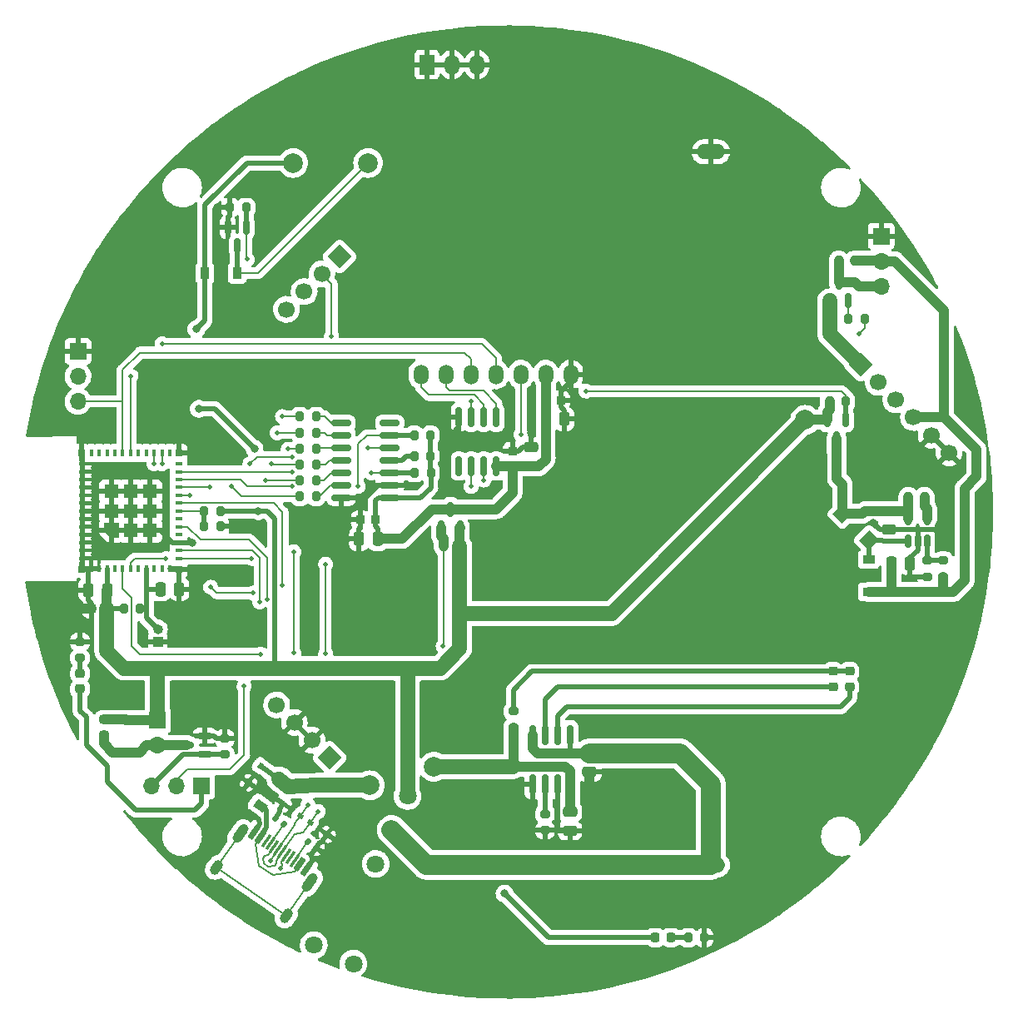
<source format=gtl>
G04 #@! TF.GenerationSoftware,KiCad,Pcbnew,6.0.11-2627ca5db0~126~ubuntu20.04.1*
G04 #@! TF.CreationDate,2023-04-28T08:30:21+02:00*
G04 #@! TF.ProjectId,Semafor_bottom,53656d61-666f-4725-9f62-6f74746f6d2e,rev?*
G04 #@! TF.SameCoordinates,Original*
G04 #@! TF.FileFunction,Copper,L1,Top*
G04 #@! TF.FilePolarity,Positive*
%FSLAX46Y46*%
G04 Gerber Fmt 4.6, Leading zero omitted, Abs format (unit mm)*
G04 Created by KiCad (PCBNEW 6.0.11-2627ca5db0~126~ubuntu20.04.1) date 2023-04-28 08:30:21*
%MOMM*%
%LPD*%
G01*
G04 APERTURE LIST*
G04 Aperture macros list*
%AMRoundRect*
0 Rectangle with rounded corners*
0 $1 Rounding radius*
0 $2 $3 $4 $5 $6 $7 $8 $9 X,Y pos of 4 corners*
0 Add a 4 corners polygon primitive as box body*
4,1,4,$2,$3,$4,$5,$6,$7,$8,$9,$2,$3,0*
0 Add four circle primitives for the rounded corners*
1,1,$1+$1,$2,$3*
1,1,$1+$1,$4,$5*
1,1,$1+$1,$6,$7*
1,1,$1+$1,$8,$9*
0 Add four rect primitives between the rounded corners*
20,1,$1+$1,$2,$3,$4,$5,0*
20,1,$1+$1,$4,$5,$6,$7,0*
20,1,$1+$1,$6,$7,$8,$9,0*
20,1,$1+$1,$8,$9,$2,$3,0*%
%AMHorizOval*
0 Thick line with rounded ends*
0 $1 width*
0 $2 $3 position (X,Y) of the first rounded end (center of the circle)*
0 $4 $5 position (X,Y) of the second rounded end (center of the circle)*
0 Add line between two ends*
20,1,$1,$2,$3,$4,$5,0*
0 Add two circle primitives to create the rounded ends*
1,1,$1,$2,$3*
1,1,$1,$4,$5*%
%AMRotRect*
0 Rectangle, with rotation*
0 The origin of the aperture is its center*
0 $1 length*
0 $2 width*
0 $3 Rotation angle, in degrees counterclockwise*
0 Add horizontal line*
21,1,$1,$2,0,0,$3*%
%AMOutline5P*
0 Free polygon, 5 corners , with rotation*
0 The origin of the aperture is its center*
0 number of corners: always 5*
0 $1 to $10 corner X, Y*
0 $11 Rotation angle, in degrees counterclockwise*
0 create outline with 5 corners*
4,1,5,$1,$2,$3,$4,$5,$6,$7,$8,$9,$10,$1,$2,$11*%
%AMOutline6P*
0 Free polygon, 6 corners , with rotation*
0 The origin of the aperture is its center*
0 number of corners: always 6*
0 $1 to $12 corner X, Y*
0 $13 Rotation angle, in degrees counterclockwise*
0 create outline with 6 corners*
4,1,6,$1,$2,$3,$4,$5,$6,$7,$8,$9,$10,$11,$12,$1,$2,$13*%
%AMOutline7P*
0 Free polygon, 7 corners , with rotation*
0 The origin of the aperture is its center*
0 number of corners: always 7*
0 $1 to $14 corner X, Y*
0 $15 Rotation angle, in degrees counterclockwise*
0 create outline with 7 corners*
4,1,7,$1,$2,$3,$4,$5,$6,$7,$8,$9,$10,$11,$12,$13,$14,$1,$2,$15*%
%AMOutline8P*
0 Free polygon, 8 corners , with rotation*
0 The origin of the aperture is its center*
0 number of corners: always 8*
0 $1 to $16 corner X, Y*
0 $17 Rotation angle, in degrees counterclockwise*
0 create outline with 8 corners*
4,1,8,$1,$2,$3,$4,$5,$6,$7,$8,$9,$10,$11,$12,$13,$14,$15,$16,$1,$2,$17*%
G04 Aperture macros list end*
G04 #@! TA.AperFunction,SMDPad,CuDef*
%ADD10RoundRect,0.200000X0.200000X0.275000X-0.200000X0.275000X-0.200000X-0.275000X0.200000X-0.275000X0*%
G04 #@! TD*
G04 #@! TA.AperFunction,ComponentPad*
%ADD11C,2.000000*%
G04 #@! TD*
G04 #@! TA.AperFunction,ComponentPad*
%ADD12R,1.700000X1.700000*%
G04 #@! TD*
G04 #@! TA.AperFunction,ComponentPad*
%ADD13O,1.700000X1.700000*%
G04 #@! TD*
G04 #@! TA.AperFunction,SMDPad,CuDef*
%ADD14RoundRect,0.200000X-0.200000X-0.275000X0.200000X-0.275000X0.200000X0.275000X-0.200000X0.275000X0*%
G04 #@! TD*
G04 #@! TA.AperFunction,SMDPad,CuDef*
%ADD15RoundRect,0.218750X0.256250X-0.218750X0.256250X0.218750X-0.256250X0.218750X-0.256250X-0.218750X0*%
G04 #@! TD*
G04 #@! TA.AperFunction,SMDPad,CuDef*
%ADD16RoundRect,0.218750X-0.256250X0.218750X-0.256250X-0.218750X0.256250X-0.218750X0.256250X0.218750X0*%
G04 #@! TD*
G04 #@! TA.AperFunction,SMDPad,CuDef*
%ADD17RoundRect,0.200000X0.275000X-0.200000X0.275000X0.200000X-0.275000X0.200000X-0.275000X-0.200000X0*%
G04 #@! TD*
G04 #@! TA.AperFunction,ComponentPad*
%ADD18R,1.000000X1.000000*%
G04 #@! TD*
G04 #@! TA.AperFunction,ComponentPad*
%ADD19O,1.000000X1.000000*%
G04 #@! TD*
G04 #@! TA.AperFunction,SMDPad,CuDef*
%ADD20RoundRect,0.200000X-0.275000X0.200000X-0.275000X-0.200000X0.275000X-0.200000X0.275000X0.200000X0*%
G04 #@! TD*
G04 #@! TA.AperFunction,SMDPad,CuDef*
%ADD21RoundRect,0.162500X0.162500X-0.825000X0.162500X0.825000X-0.162500X0.825000X-0.162500X-0.825000X0*%
G04 #@! TD*
G04 #@! TA.AperFunction,SMDPad,CuDef*
%ADD22RoundRect,0.250000X-0.475000X0.250000X-0.475000X-0.250000X0.475000X-0.250000X0.475000X0.250000X0*%
G04 #@! TD*
G04 #@! TA.AperFunction,SMDPad,CuDef*
%ADD23R,0.900000X1.200000*%
G04 #@! TD*
G04 #@! TA.AperFunction,ComponentPad*
%ADD24RotRect,1.700000X1.700000X45.000000*%
G04 #@! TD*
G04 #@! TA.AperFunction,ComponentPad*
%ADD25HorizOval,1.700000X0.000000X0.000000X0.000000X0.000000X0*%
G04 #@! TD*
G04 #@! TA.AperFunction,SMDPad,CuDef*
%ADD26RoundRect,0.225000X0.225000X0.250000X-0.225000X0.250000X-0.225000X-0.250000X0.225000X-0.250000X0*%
G04 #@! TD*
G04 #@! TA.AperFunction,SMDPad,CuDef*
%ADD27RoundRect,0.150000X0.150000X-0.512500X0.150000X0.512500X-0.150000X0.512500X-0.150000X-0.512500X0*%
G04 #@! TD*
G04 #@! TA.AperFunction,SMDPad,CuDef*
%ADD28RotRect,0.600000X0.450000X55.000000*%
G04 #@! TD*
G04 #@! TA.AperFunction,SMDPad,CuDef*
%ADD29RotRect,0.900000X1.200000X235.000000*%
G04 #@! TD*
G04 #@! TA.AperFunction,SMDPad,CuDef*
%ADD30RoundRect,0.225000X0.250000X-0.225000X0.250000X0.225000X-0.250000X0.225000X-0.250000X-0.225000X0*%
G04 #@! TD*
G04 #@! TA.AperFunction,SMDPad,CuDef*
%ADD31RoundRect,0.150000X0.150000X-0.587500X0.150000X0.587500X-0.150000X0.587500X-0.150000X-0.587500X0*%
G04 #@! TD*
G04 #@! TA.AperFunction,SMDPad,CuDef*
%ADD32RoundRect,0.250000X-0.250000X-0.475000X0.250000X-0.475000X0.250000X0.475000X-0.250000X0.475000X0*%
G04 #@! TD*
G04 #@! TA.AperFunction,SMDPad,CuDef*
%ADD33RoundRect,0.250000X0.250000X0.475000X-0.250000X0.475000X-0.250000X-0.475000X0.250000X-0.475000X0*%
G04 #@! TD*
G04 #@! TA.AperFunction,SMDPad,CuDef*
%ADD34RotRect,0.600000X0.450000X145.000000*%
G04 #@! TD*
G04 #@! TA.AperFunction,SMDPad,CuDef*
%ADD35RoundRect,0.150000X-0.150000X0.587500X-0.150000X-0.587500X0.150000X-0.587500X0.150000X0.587500X0*%
G04 #@! TD*
G04 #@! TA.AperFunction,SMDPad,CuDef*
%ADD36R,1.200000X0.900000*%
G04 #@! TD*
G04 #@! TA.AperFunction,SMDPad,CuDef*
%ADD37RoundRect,0.150000X0.587500X0.150000X-0.587500X0.150000X-0.587500X-0.150000X0.587500X-0.150000X0*%
G04 #@! TD*
G04 #@! TA.AperFunction,SMDPad,CuDef*
%ADD38R,0.400000X0.800000*%
G04 #@! TD*
G04 #@! TA.AperFunction,SMDPad,CuDef*
%ADD39R,0.800000X0.400000*%
G04 #@! TD*
G04 #@! TA.AperFunction,SMDPad,CuDef*
%ADD40R,1.450000X1.450000*%
G04 #@! TD*
G04 #@! TA.AperFunction,SMDPad,CuDef*
%ADD41Outline5P,-0.725000X0.125004X-0.125004X0.725000X0.725000X0.725000X0.725000X-0.725000X-0.725000X-0.725000X90.000000*%
G04 #@! TD*
G04 #@! TA.AperFunction,SMDPad,CuDef*
%ADD42R,0.700000X0.700000*%
G04 #@! TD*
G04 #@! TA.AperFunction,ComponentPad*
%ADD43O,2.900000X1.524000*%
G04 #@! TD*
G04 #@! TA.AperFunction,SMDPad,CuDef*
%ADD44RoundRect,0.135000X-0.216697X-0.074110X0.004474X-0.228976X0.216697X0.074110X-0.004474X0.228976X0*%
G04 #@! TD*
G04 #@! TA.AperFunction,SMDPad,CuDef*
%ADD45RoundRect,0.150000X-0.150000X0.825000X-0.150000X-0.825000X0.150000X-0.825000X0.150000X0.825000X0*%
G04 #@! TD*
G04 #@! TA.AperFunction,SMDPad,CuDef*
%ADD46RoundRect,0.225000X-0.225000X-0.250000X0.225000X-0.250000X0.225000X0.250000X-0.225000X0.250000X0*%
G04 #@! TD*
G04 #@! TA.AperFunction,ComponentPad*
%ADD47RotRect,1.700000X1.700000X315.000000*%
G04 #@! TD*
G04 #@! TA.AperFunction,ComponentPad*
%ADD48HorizOval,1.700000X0.000000X0.000000X0.000000X0.000000X0*%
G04 #@! TD*
G04 #@! TA.AperFunction,SMDPad,CuDef*
%ADD49RotRect,0.600000X1.450000X325.000000*%
G04 #@! TD*
G04 #@! TA.AperFunction,SMDPad,CuDef*
%ADD50RotRect,0.300000X1.450000X325.000000*%
G04 #@! TD*
G04 #@! TA.AperFunction,ComponentPad*
%ADD51HorizOval,1.000000X-0.315467X-0.450534X0.315467X0.450534X0*%
G04 #@! TD*
G04 #@! TA.AperFunction,ComponentPad*
%ADD52HorizOval,1.000000X-0.172073X-0.245746X0.172073X0.245746X0*%
G04 #@! TD*
G04 #@! TA.AperFunction,SMDPad,CuDef*
%ADD53RotRect,0.600000X0.450000X325.000000*%
G04 #@! TD*
G04 #@! TA.AperFunction,ComponentPad*
%ADD54C,1.800000*%
G04 #@! TD*
G04 #@! TA.AperFunction,SMDPad,CuDef*
%ADD55RoundRect,0.218750X0.218750X0.256250X-0.218750X0.256250X-0.218750X-0.256250X0.218750X-0.256250X0*%
G04 #@! TD*
G04 #@! TA.AperFunction,ComponentPad*
%ADD56RotRect,1.700000X1.700000X225.000000*%
G04 #@! TD*
G04 #@! TA.AperFunction,ComponentPad*
%ADD57HorizOval,1.700000X0.000000X0.000000X0.000000X0.000000X0*%
G04 #@! TD*
G04 #@! TA.AperFunction,SMDPad,CuDef*
%ADD58RoundRect,0.250000X0.475000X-0.250000X0.475000X0.250000X-0.475000X0.250000X-0.475000X-0.250000X0*%
G04 #@! TD*
G04 #@! TA.AperFunction,SMDPad,CuDef*
%ADD59RoundRect,0.150000X0.825000X0.150000X-0.825000X0.150000X-0.825000X-0.150000X0.825000X-0.150000X0*%
G04 #@! TD*
G04 #@! TA.AperFunction,SMDPad,CuDef*
%ADD60RotRect,1.500000X1.400000X45.000000*%
G04 #@! TD*
G04 #@! TA.AperFunction,SMDPad,CuDef*
%ADD61RoundRect,0.135000X0.216697X0.074110X-0.004474X0.228976X-0.216697X-0.074110X0.004474X-0.228976X0*%
G04 #@! TD*
G04 #@! TA.AperFunction,ComponentPad*
%ADD62O,1.500000X2.000000*%
G04 #@! TD*
G04 #@! TA.AperFunction,ComponentPad*
%ADD63R,1.500000X2.000000*%
G04 #@! TD*
G04 #@! TA.AperFunction,SMDPad,CuDef*
%ADD64RoundRect,0.225000X-0.250000X0.225000X-0.250000X-0.225000X0.250000X-0.225000X0.250000X0.225000X0*%
G04 #@! TD*
G04 #@! TA.AperFunction,ViaPad*
%ADD65C,0.800000*%
G04 #@! TD*
G04 #@! TA.AperFunction,ViaPad*
%ADD66C,2.000000*%
G04 #@! TD*
G04 #@! TA.AperFunction,ViaPad*
%ADD67C,0.500000*%
G04 #@! TD*
G04 #@! TA.AperFunction,ViaPad*
%ADD68C,1.300000*%
G04 #@! TD*
G04 #@! TA.AperFunction,Conductor*
%ADD69C,0.500000*%
G04 #@! TD*
G04 #@! TA.AperFunction,Conductor*
%ADD70C,1.000000*%
G04 #@! TD*
G04 #@! TA.AperFunction,Conductor*
%ADD71C,1.500000*%
G04 #@! TD*
G04 #@! TA.AperFunction,Conductor*
%ADD72C,0.200000*%
G04 #@! TD*
G04 #@! TA.AperFunction,Conductor*
%ADD73C,2.000000*%
G04 #@! TD*
G04 APERTURE END LIST*
D10*
G04 #@! TO.P,R11,1*
G04 #@! TO.N,Board_0-PWR_LED*
X182925000Y-73437500D03*
G04 #@! TO.P,R11,2*
G04 #@! TO.N,Board_0-Net-(J3-Pad3)*
X181275000Y-73437500D03*
G04 #@! TD*
D11*
G04 #@! TO.P,BZ1,1,-*
G04 #@! TO.N,Board_0-+3V3*
X125790000Y-63500000D03*
G04 #@! TO.P,BZ1,2,+*
G04 #@! TO.N,Board_0-Net-(BZ1-Pad2)*
X133410000Y-63500000D03*
G04 #@! TD*
D12*
G04 #@! TO.P,J4,1,Pin_1*
G04 #@! TO.N,Board_0-GND*
X103900000Y-82660000D03*
D13*
G04 #@! TO.P,J4,2,Pin_2*
G04 #@! TO.N,Board_0-TX_LoRa*
X103900000Y-85200000D03*
G04 #@! TO.P,J4,3,Pin_3*
G04 #@! TO.N,Board_0-RX_LoRa*
X103900000Y-87740000D03*
G04 #@! TD*
D12*
G04 #@! TO.P,J3,1,Pin_1*
G04 #@! TO.N,Board_0-GND*
X185592620Y-70937500D03*
D13*
G04 #@! TO.P,J3,2,Pin_2*
G04 #@! TO.N,Board_0-PWR_LED*
X185592620Y-73477500D03*
G04 #@! TO.P,J3,3,Pin_3*
G04 #@! TO.N,Board_0-Net-(J3-Pad3)*
X185592620Y-76017500D03*
G04 #@! TD*
D14*
G04 #@! TO.P,R12,1*
G04 #@! TO.N,Board_0-Net-(D16-Pad1)*
X165975000Y-142300000D03*
G04 #@! TO.P,R12,2*
G04 #@! TO.N,Board_0-GND*
X167625000Y-142300000D03*
G04 #@! TD*
D15*
G04 #@! TO.P,D13,1,K*
G04 #@! TO.N,Board_0-Net-(D13-Pad1)*
X182380000Y-116787500D03*
G04 #@! TO.P,D13,2,A*
G04 #@! TO.N,Board_0-Net-(D13-Pad2)*
X182380000Y-115212500D03*
G04 #@! TD*
D16*
G04 #@! TO.P,D15,1,K*
G04 #@! TO.N,Board_0-Net-(D15-Pad1)*
X104100000Y-115412500D03*
G04 #@! TO.P,D15,2,A*
G04 #@! TO.N,Board_0-LED_1*
X104100000Y-116987500D03*
G04 #@! TD*
D17*
G04 #@! TO.P,R15,1*
G04 #@! TO.N,Board_0-MOTOR_1*
X118821190Y-123672500D03*
G04 #@! TO.P,R15,2*
G04 #@! TO.N,Board_0-GND*
X118821190Y-122022500D03*
G04 #@! TD*
D18*
G04 #@! TO.P,J2,1,Pin_1*
G04 #@! TO.N,Board_0-GND*
X112016745Y-112212482D03*
D19*
G04 #@! TO.P,J2,2,Pin_2*
G04 #@! TO.N,Board_0-Net-(C2-Pad1)*
X112016745Y-110942482D03*
G04 #@! TD*
D20*
G04 #@! TO.P,R8,1*
G04 #@! TO.N,Board_0-Net-(R8-Pad1)*
X151400000Y-129715000D03*
G04 #@! TO.P,R8,2*
G04 #@! TO.N,Board_0-GND*
X151400000Y-131365000D03*
G04 #@! TD*
D21*
G04 #@! TO.P,U2,1,TEMP*
G04 #@! TO.N,Board_0-GND*
X150145000Y-126727500D03*
G04 #@! TO.P,U2,2,ISET*
G04 #@! TO.N,Board_0-Net-(R8-Pad1)*
X151415000Y-126727500D03*
G04 #@! TO.P,U2,3,GND*
G04 #@! TO.N,Board_0-GND*
X152685000Y-126727500D03*
G04 #@! TO.P,U2,4,VIN*
G04 #@! TO.N,Board_0-+5V*
X153955000Y-126727500D03*
G04 #@! TO.P,U2,5,BAT*
G04 #@! TO.N,Board_0-Net-(BT1-Pad1)*
X153955000Y-121652500D03*
G04 #@! TO.P,U2,6,/DONE*
G04 #@! TO.N,Board_0-Net-(D13-Pad1)*
X152685000Y-121652500D03*
G04 #@! TO.P,U2,7,/CHRG*
G04 #@! TO.N,Board_0-Net-(D14-Pad1)*
X151415000Y-121652500D03*
G04 #@! TO.P,U2,8,FB*
G04 #@! TO.N,Board_0-Net-(BT1-Pad1)*
X150145000Y-121652500D03*
G04 #@! TD*
D10*
G04 #@! TO.P,R16,1*
G04 #@! TO.N,Board_0-3V3_SWITCHED*
X139762500Y-93300000D03*
G04 #@! TO.P,R16,2*
G04 #@! TO.N,Board_0-Net-(R16-Pad2)*
X138112500Y-93300000D03*
G04 #@! TD*
D22*
G04 #@! TO.P,C13,1*
G04 #@! TO.N,Board_0-3V3_SWITCHED_LED*
X186400000Y-98900000D03*
G04 #@! TO.P,C13,2*
G04 #@! TO.N,Board_0-GND*
X186400000Y-100800000D03*
G04 #@! TD*
D23*
G04 #@! TO.P,D21,1,K*
G04 #@! TO.N,Board_0-+3V3*
X116800000Y-74700000D03*
G04 #@! TO.P,D21,2,A*
G04 #@! TO.N,Board_0-Net-(BZ1-Pad2)*
X120100000Y-74700000D03*
G04 #@! TD*
D10*
G04 #@! TO.P,R22,1*
G04 #@! TO.N,Board_0-Net-(R22-Pad1)*
X128125000Y-94150000D03*
G04 #@! TO.P,R22,2*
G04 #@! TO.N,Board_0-BTN_UP_B*
X126475000Y-94150000D03*
G04 #@! TD*
D24*
G04 #@! TO.P,J8,1,Pin_1*
G04 #@! TO.N,Board_0-+3V3*
X183500000Y-84000000D03*
D25*
G04 #@! TO.P,J8,2,Pin_2*
G04 #@! TO.N,Board_0-DATA_LED*
X185296051Y-85796051D03*
G04 #@! TO.P,J8,3,Pin_3*
G04 #@! TO.N,Board_0-PHOTOTRANZISTOR_B*
X187092102Y-87592102D03*
G04 #@! TO.P,J8,4,Pin_4*
G04 #@! TO.N,Board_0-PWR_LED*
X188888154Y-89388154D03*
G04 #@! TO.P,J8,5,Pin_5*
G04 #@! TO.N,Board_0-GND*
X190684205Y-91184205D03*
G04 #@! TO.P,J8,6,Pin_6*
X192480256Y-92980256D03*
G04 #@! TD*
D26*
G04 #@! TO.P,C4,1*
G04 #@! TO.N,Board_0-3V3_SWITCHED*
X134161786Y-99800000D03*
G04 #@! TO.P,C4,2*
G04 #@! TO.N,Board_0-GND*
X132611786Y-99800000D03*
G04 #@! TD*
D27*
G04 #@! TO.P,U3,1,SW*
G04 #@! TO.N,Board_0-Net-(D17-Pad2)*
X188375000Y-101925000D03*
G04 #@! TO.P,U3,2,GND*
G04 #@! TO.N,Board_0-GND*
X189325000Y-101925000D03*
G04 #@! TO.P,U3,3,FB*
G04 #@! TO.N,Board_0-Net-(R10-Pad1)*
X190275000Y-101925000D03*
G04 #@! TO.P,U3,4,/SHDN*
G04 #@! TO.N,Board_0-Net-(R13-Pad2)*
X190275000Y-99650000D03*
G04 #@! TO.P,U3,5,VIN*
G04 #@! TO.N,Board_0-3V3_SWITCHED_LED*
X188375000Y-99650000D03*
G04 #@! TD*
D28*
G04 #@! TO.P,D18,1,A1*
G04 #@! TO.N,Board_0-GND*
X121243146Y-126528138D03*
G04 #@! TO.P,D18,2,A2*
G04 #@! TO.N,Board_0-+5V*
X122447656Y-124807918D03*
G04 #@! TD*
D29*
G04 #@! TO.P,D24,1,K*
G04 #@! TO.N,Board_0-+5V*
X124326465Y-126147969D03*
G04 #@! TO.P,D24,2,A*
G04 #@! TO.N,Board_0-Net-(D24-Pad2)*
X122433663Y-128851171D03*
G04 #@! TD*
D30*
G04 #@! TO.P,C6,1*
G04 #@! TO.N,Board_0-3V3_SWITCHED*
X148100000Y-94345000D03*
G04 #@! TO.P,C6,2*
G04 #@! TO.N,Board_0-GND*
X148100000Y-92795000D03*
G04 #@! TD*
D31*
G04 #@! TO.P,Q6,1,G*
G04 #@! TO.N,Board_0-+3V3*
X180350000Y-77525000D03*
G04 #@! TO.P,Q6,2,S*
G04 #@! TO.N,Board_0-Net-(Q6-Pad2)*
X182250000Y-77525000D03*
G04 #@! TO.P,Q6,3,D*
G04 #@! TO.N,Board_0-Net-(J3-Pad3)*
X181300000Y-75650000D03*
G04 #@! TD*
D32*
G04 #@! TO.P,C14,1*
G04 #@! TO.N,Board_0-PWR_LED*
X186650000Y-104225000D03*
G04 #@! TO.P,C14,2*
G04 #@! TO.N,Board_0-GND*
X188550000Y-104225000D03*
G04 #@! TD*
D33*
G04 #@! TO.P,C3,1*
G04 #@! TO.N,Board_0-3V3_SWITCHED*
X134386786Y-101750000D03*
G04 #@! TO.P,C3,2*
G04 #@! TO.N,Board_0-GND*
X132486786Y-101750000D03*
G04 #@! TD*
D10*
G04 #@! TO.P,R30,1*
G04 #@! TO.N,Board_0-Net-(R30-Pad1)*
X128125000Y-97400000D03*
G04 #@! TO.P,R30,2*
G04 #@! TO.N,Board_0-GUARD_B*
X126475000Y-97400000D03*
G04 #@! TD*
D34*
G04 #@! TO.P,D20,1,A1*
G04 #@! TO.N,Board_0-GND*
X129249263Y-131792344D03*
G04 #@! TO.P,D20,2,A2*
G04 #@! TO.N,Board_0-D-*
X127529043Y-130587834D03*
G04 #@! TD*
D35*
G04 #@! TO.P,Q3,1,G*
G04 #@! TO.N,Board_0-PIEZO*
X121050000Y-70062500D03*
G04 #@! TO.P,Q3,2,S*
G04 #@! TO.N,Board_0-GND*
X119150000Y-70062500D03*
G04 #@! TO.P,Q3,3,D*
G04 #@! TO.N,Board_0-Net-(BZ1-Pad2)*
X120100000Y-71937500D03*
G04 #@! TD*
D14*
G04 #@! TO.P,R7,1*
G04 #@! TO.N,Board_0-U_BAT_ADC*
X116725000Y-100450000D03*
G04 #@! TO.P,R7,2*
G04 #@! TO.N,Board_0-GND*
X118375000Y-100450000D03*
G04 #@! TD*
D36*
G04 #@! TO.P,D22,1,K*
G04 #@! TO.N,Board_0-+3V3*
X108721190Y-120127500D03*
G04 #@! TO.P,D22,2,A*
G04 #@! TO.N,Board_0-Net-(C25-Pad2)*
X108721190Y-123427500D03*
G04 #@! TD*
D33*
G04 #@! TO.P,C8,1*
G04 #@! TO.N,Board_0-+3V3*
X106856698Y-106917961D03*
G04 #@! TO.P,C8,2*
G04 #@! TO.N,Board_0-GND*
X104956698Y-106917961D03*
G04 #@! TD*
D37*
G04 #@! TO.P,Q4,1,G*
G04 #@! TO.N,Board_0-MOTOR_1*
X116828690Y-123657500D03*
G04 #@! TO.P,Q4,2,S*
G04 #@! TO.N,Board_0-GND*
X116828690Y-121757500D03*
G04 #@! TO.P,Q4,3,D*
G04 #@! TO.N,Board_0-Net-(C25-Pad2)*
X114953690Y-122707500D03*
G04 #@! TD*
D14*
G04 #@! TO.P,R5,1*
G04 #@! TO.N,Board_0-+3V3*
X108547604Y-108826337D03*
G04 #@! TO.P,R5,2*
G04 #@! TO.N,Board_0-Net-(C2-Pad1)*
X110197604Y-108826337D03*
G04 #@! TD*
D10*
G04 #@! TO.P,R17,1*
G04 #@! TO.N,Board_0-3V3_SWITCHED*
X139787500Y-95000000D03*
G04 #@! TO.P,R17,2*
G04 #@! TO.N,Board_0-SDA*
X138137500Y-95000000D03*
G04 #@! TD*
D38*
G04 #@! TO.P,U1,1,GND*
G04 #@! TO.N,Board_0-GND*
X105250000Y-104800000D03*
G04 #@! TO.P,U1,2,GND*
X106050000Y-104800000D03*
G04 #@! TO.P,U1,3,3V3*
G04 #@! TO.N,Board_0-+3V3*
X106850000Y-104800000D03*
G04 #@! TO.P,U1,4*
G04 #@! TO.N,N/C*
X107650000Y-104800000D03*
G04 #@! TO.P,U1,5,IO2*
G04 #@! TO.N,Board_0-Net-(Q2-Pad1)*
X108450000Y-104800000D03*
G04 #@! TO.P,U1,6,IO3*
G04 #@! TO.N,Board_0-DATA_LED_SIDE*
X109250000Y-104800000D03*
G04 #@! TO.P,U1,7*
G04 #@! TO.N,N/C*
X110050000Y-104800000D03*
G04 #@! TO.P,U1,8,EN*
G04 #@! TO.N,Board_0-Net-(C2-Pad1)*
X110850000Y-104800000D03*
G04 #@! TO.P,U1,9*
G04 #@! TO.N,N/C*
X111650000Y-104800000D03*
G04 #@! TO.P,U1,10*
X112450000Y-104800000D03*
G04 #@! TO.P,U1,11,GND*
G04 #@! TO.N,Board_0-GND*
X113250000Y-104800000D03*
D39*
G04 #@! TO.P,U1,12,IO0*
G04 #@! TO.N,Board_0-CHANGE*
X114150000Y-103700000D03*
G04 #@! TO.P,U1,13,IO1*
G04 #@! TO.N,Board_0-PHOTOTRANZISTOR_B*
X114150000Y-102900000D03*
G04 #@! TO.P,U1,14,GND*
G04 #@! TO.N,Board_0-GND*
X114150000Y-102100000D03*
G04 #@! TO.P,U1,15*
G04 #@! TO.N,N/C*
X114150000Y-101300000D03*
G04 #@! TO.P,U1,16,IO10*
G04 #@! TO.N,Board_0-DATA_LED*
X114150000Y-100500000D03*
G04 #@! TO.P,U1,17*
G04 #@! TO.N,N/C*
X114150000Y-99700000D03*
G04 #@! TO.P,U1,18,IO4*
G04 #@! TO.N,Board_0-U_BAT_ADC*
X114150000Y-98900000D03*
G04 #@! TO.P,U1,19,IO5*
G04 #@! TO.N,Board_0-AUX_LoRa*
X114150000Y-98100000D03*
G04 #@! TO.P,U1,20,IO6*
G04 #@! TO.N,Board_0-MOTOR*
X114150000Y-97300000D03*
G04 #@! TO.P,U1,21,IO7*
G04 #@! TO.N,Board_0-PIEZO*
X114150000Y-96500000D03*
G04 #@! TO.P,U1,22,IO8*
G04 #@! TO.N,Board_0-SCL*
X114150000Y-95700000D03*
G04 #@! TO.P,U1,23,IO9*
G04 #@! TO.N,Board_0-SDA*
X114150000Y-94900000D03*
G04 #@! TO.P,U1,24*
G04 #@! TO.N,N/C*
X114150000Y-94100000D03*
D38*
G04 #@! TO.P,U1,25*
X113250000Y-93000000D03*
G04 #@! TO.P,U1,26,IO18*
G04 #@! TO.N,Board_0-D-*
X112450000Y-93000000D03*
G04 #@! TO.P,U1,27,IO19*
G04 #@! TO.N,Board_0-D+*
X111650000Y-93000000D03*
G04 #@! TO.P,U1,28*
G04 #@! TO.N,N/C*
X110850000Y-93000000D03*
G04 #@! TO.P,U1,29*
X110050000Y-93000000D03*
G04 #@! TO.P,U1,30,RXD0*
G04 #@! TO.N,Board_0-TX_LoRa*
X109250000Y-93000000D03*
G04 #@! TO.P,U1,31,TXD0*
G04 #@! TO.N,Board_0-RX_LoRa*
X108450000Y-93000000D03*
G04 #@! TO.P,U1,32*
G04 #@! TO.N,N/C*
X107650000Y-93000000D03*
G04 #@! TO.P,U1,33*
X106850000Y-93000000D03*
G04 #@! TO.P,U1,34*
X106050000Y-93000000D03*
G04 #@! TO.P,U1,35*
X105250000Y-93000000D03*
D39*
G04 #@! TO.P,U1,36,GND*
G04 #@! TO.N,Board_0-GND*
X104350000Y-94100000D03*
G04 #@! TO.P,U1,37,GND*
X104350000Y-94900000D03*
G04 #@! TO.P,U1,38,GND*
X104350000Y-95700000D03*
G04 #@! TO.P,U1,39,GND*
X104350000Y-96500000D03*
G04 #@! TO.P,U1,40,GND*
X104350000Y-97300000D03*
G04 #@! TO.P,U1,41,GND*
X104350000Y-98100000D03*
G04 #@! TO.P,U1,42,GND*
X104350000Y-98900000D03*
G04 #@! TO.P,U1,43,GND*
X104350000Y-99700000D03*
G04 #@! TO.P,U1,44,GND*
X104350000Y-100500000D03*
G04 #@! TO.P,U1,45,GND*
X104350000Y-101300000D03*
G04 #@! TO.P,U1,46,GND*
X104350000Y-102100000D03*
G04 #@! TO.P,U1,47,GND*
X104350000Y-102900000D03*
G04 #@! TO.P,U1,48,GND*
X104350000Y-103700000D03*
D40*
G04 #@! TO.P,U1,49,EPAD*
X111225000Y-98900000D03*
D41*
X107275000Y-100875000D03*
D40*
X109250000Y-100875000D03*
X109250000Y-98900000D03*
X111225000Y-100875000D03*
X111225000Y-96925000D03*
X107275000Y-98900000D03*
X107275000Y-96925000D03*
X109250000Y-96925000D03*
D42*
G04 #@! TO.P,U1,50,GND*
X104300000Y-92950000D03*
G04 #@! TO.P,U1,51,GND*
X114200000Y-92950000D03*
G04 #@! TO.P,U1,52,GND*
X114200000Y-104850000D03*
G04 #@! TO.P,U1,53,GND*
X104300000Y-104850000D03*
G04 #@! TD*
D26*
G04 #@! TO.P,C9,1*
G04 #@! TO.N,Board_0-+3V3*
X106831698Y-108851338D03*
G04 #@! TO.P,C9,2*
G04 #@! TO.N,Board_0-GND*
X105281698Y-108851338D03*
G04 #@! TD*
D32*
G04 #@! TO.P,C2,1*
G04 #@! TO.N,Board_0-Net-(C2-Pad1)*
X112311745Y-106847482D03*
G04 #@! TO.P,C2,2*
G04 #@! TO.N,Board_0-GND*
X114211745Y-106847482D03*
G04 #@! TD*
D43*
G04 #@! TO.P,BT1,1,+*
G04 #@! TO.N,Board_0-Net-(BT1-Pad1)*
X168270000Y-134880000D03*
G04 #@! TO.P,BT1,2,-*
G04 #@! TO.N,Board_0-GND*
X168270000Y-62380000D03*
G04 #@! TD*
D22*
G04 #@! TO.P,C1,1*
G04 #@! TO.N,Board_0-+5V*
X153950000Y-129490000D03*
G04 #@! TO.P,C1,2*
G04 #@! TO.N,Board_0-GND*
X153950000Y-131390000D03*
G04 #@! TD*
D10*
G04 #@! TO.P,R18,1*
G04 #@! TO.N,Board_0-3V3_SWITCHED*
X139762500Y-91200000D03*
G04 #@! TO.P,R18,2*
G04 #@! TO.N,Board_0-SCL*
X138112500Y-91200000D03*
G04 #@! TD*
D14*
G04 #@! TO.P,R21,1*
G04 #@! TO.N,Board_0-BTN_LEFT_B*
X126475000Y-89300000D03*
G04 #@! TO.P,R21,2*
G04 #@! TO.N,Board_0-Net-(R21-Pad2)*
X128125000Y-89300000D03*
G04 #@! TD*
D44*
G04 #@! TO.P,R3,1*
G04 #@! TO.N,Board_0-Net-(J1-PadB5)*
X127278904Y-132549040D03*
G04 #@! TO.P,R3,2*
G04 #@! TO.N,Board_0-GND*
X128114440Y-133134088D03*
G04 #@! TD*
D45*
G04 #@! TO.P,U6,1,IO0*
G04 #@! TO.N,Board_0-M1_LoRa*
X146455000Y-89375000D03*
G04 #@! TO.P,U6,2,IO1*
G04 #@! TO.N,Board_0-M0_LoRa*
X145185000Y-89375000D03*
G04 #@! TO.P,U6,3,IO2*
G04 #@! TO.N,Board_0-Net-(Q7-Pad1)*
X143915000Y-89375000D03*
G04 #@! TO.P,U6,4,VSS*
G04 #@! TO.N,Board_0-GND*
X142645000Y-89375000D03*
G04 #@! TO.P,U6,5,IO3*
G04 #@! TO.N,Board_0-unconnected-(U6-Pad5)*
X142645000Y-94325000D03*
G04 #@! TO.P,U6,6,SCL*
G04 #@! TO.N,Board_0-SCL*
X143915000Y-94325000D03*
G04 #@! TO.P,U6,7,SDA*
G04 #@! TO.N,Board_0-SDA*
X145185000Y-94325000D03*
G04 #@! TO.P,U6,8,VDD*
G04 #@! TO.N,Board_0-3V3_SWITCHED*
X146455000Y-94325000D03*
G04 #@! TD*
D17*
G04 #@! TO.P,R29,1*
G04 #@! TO.N,Board_0-Net-(D15-Pad1)*
X104100000Y-113850000D03*
G04 #@! TO.P,R29,2*
G04 #@! TO.N,Board_0-GND*
X104100000Y-112200000D03*
G04 #@! TD*
D46*
G04 #@! TO.P,C26,1*
G04 #@! TO.N,Board_0-3V3_SWITCHED*
X151475000Y-87650000D03*
G04 #@! TO.P,C26,2*
G04 #@! TO.N,Board_0-GND*
X153025000Y-87650000D03*
G04 #@! TD*
D10*
G04 #@! TO.P,R20,1*
G04 #@! TO.N,Board_0-Net-(R20-Pad1)*
X128125000Y-92550000D03*
G04 #@! TO.P,R20,2*
G04 #@! TO.N,Board_0-BTN_DOWN_B*
X126475000Y-92550000D03*
G04 #@! TD*
D47*
G04 #@! TO.P,J9,1,Pin_1*
G04 #@! TO.N,Board_0-BTN_UP_B*
X130500000Y-73000000D03*
D48*
G04 #@! TO.P,J9,2,Pin_2*
G04 #@! TO.N,Board_0-BTN_RIGHT_B*
X128703949Y-74796051D03*
G04 #@! TO.P,J9,3,Pin_3*
G04 #@! TO.N,Board_0-BTN_ENTER_B*
X126907898Y-76592102D03*
G04 #@! TO.P,J9,4,Pin_4*
G04 #@! TO.N,Board_0-GUARD_B*
X125111846Y-78388154D03*
G04 #@! TD*
D10*
G04 #@! TO.P,R23,1*
G04 #@! TO.N,Board_0-Net-(R23-Pad1)*
X128125000Y-90950000D03*
G04 #@! TO.P,R23,2*
G04 #@! TO.N,Board_0-BTN_RIGHT_B*
X126475000Y-90950000D03*
G04 #@! TD*
D49*
G04 #@! TO.P,J1,A1,GND*
G04 #@! TO.N,Board_0-GND*
X121808211Y-131575032D03*
G04 #@! TO.P,J1,A4,VBUS*
G04 #@! TO.N,Board_0-Net-(D24-Pad2)*
X122463532Y-132033893D03*
D50*
G04 #@! TO.P,J1,A5,CC1*
G04 #@! TO.N,Board_0-Net-(J1-PadA5)*
X123446515Y-132722184D03*
G04 #@! TO.P,J1,A6,D+*
G04 #@! TO.N,Board_0-D+*
X124265667Y-133295761D03*
G04 #@! TO.P,J1,A7,D-*
G04 #@! TO.N,Board_0-D-*
X124675243Y-133582549D03*
G04 #@! TO.P,J1,A8,SBU1*
G04 #@! TO.N,Board_0-unconnected-(J1-PadA8)*
X125494395Y-134156126D03*
D49*
G04 #@! TO.P,J1,A9,VBUS*
G04 #@! TO.N,Board_0-Net-(D24-Pad2)*
X126477377Y-134844417D03*
G04 #@! TO.P,J1,A12,GND*
G04 #@! TO.N,Board_0-GND*
X127132699Y-135303278D03*
G04 #@! TO.P,J1,B1,GND*
X127132699Y-135303278D03*
G04 #@! TO.P,J1,B4,VBUS*
G04 #@! TO.N,Board_0-Net-(D24-Pad2)*
X126477377Y-134844417D03*
D50*
G04 #@! TO.P,J1,B5,CC2*
G04 #@! TO.N,Board_0-Net-(J1-PadB5)*
X125903971Y-134442914D03*
G04 #@! TO.P,J1,B6,D+*
G04 #@! TO.N,Board_0-D+*
X125084819Y-133869337D03*
G04 #@! TO.P,J1,B7,D-*
G04 #@! TO.N,Board_0-D-*
X123856091Y-133008973D03*
G04 #@! TO.P,J1,B8,SBU2*
G04 #@! TO.N,Board_0-unconnected-(J1-PadB8)*
X123036939Y-132435396D03*
D49*
G04 #@! TO.P,J1,B9,VBUS*
G04 #@! TO.N,Board_0-Net-(D24-Pad2)*
X122463532Y-132033893D03*
G04 #@! TO.P,J1,B12,GND*
G04 #@! TO.N,Board_0-GND*
X121808211Y-131575032D03*
D51*
G04 #@! TO.P,J1,S1,SHIELD*
G04 #@! TO.N,Board_0-unconnected-(J1-PadS1)*
X127484369Y-136666529D03*
D52*
X118009346Y-135134884D03*
X125086820Y-140090585D03*
D51*
X120406895Y-131710829D03*
G04 #@! TD*
D10*
G04 #@! TO.P,R1,1*
G04 #@! TO.N,Board_0-+3V3*
X118375000Y-98900000D03*
G04 #@! TO.P,R1,2*
G04 #@! TO.N,Board_0-U_BAT_ADC*
X116725000Y-98900000D03*
G04 #@! TD*
D53*
G04 #@! TO.P,D19,1,A1*
G04 #@! TO.N,Board_0-GND*
X124784884Y-128666353D03*
G04 #@! TO.P,D19,2,A2*
G04 #@! TO.N,Board_0-D+*
X126505104Y-129870863D03*
G04 #@! TD*
D14*
G04 #@! TO.P,R13,1*
G04 #@! TO.N,Board_0-3V3_SWITCHED_LED*
X188375000Y-97475000D03*
G04 #@! TO.P,R13,2*
G04 #@! TO.N,Board_0-Net-(R13-Pad2)*
X190025000Y-97475000D03*
G04 #@! TD*
D54*
G04 #@! TO.P,SW1,1,A*
G04 #@! TO.N,Board_0-unconnected-(SW1-Pad1)*
X134193802Y-134791913D03*
G04 #@! TO.P,SW1,2,B*
G04 #@! TO.N,Board_0-Net-(BT1-Pad1)*
X135803977Y-131338880D03*
G04 #@! TO.P,SW1,3,C*
G04 #@! TO.N,Board_0-+3V3*
X137414153Y-127885848D03*
G04 #@! TO.P,SW1,4*
G04 #@! TO.N,N/C*
X131916535Y-144940326D03*
G04 #@! TO.P,SW1,5*
X127883465Y-143059674D03*
G04 #@! TD*
D10*
G04 #@! TO.P,R19,1*
G04 #@! TO.N,Board_0-Net-(R19-Pad1)*
X128124286Y-95750000D03*
G04 #@! TO.P,R19,2*
G04 #@! TO.N,Board_0-BTN_ENTER_B*
X126474286Y-95750000D03*
G04 #@! TD*
D32*
G04 #@! TO.P,C7,1*
G04 #@! TO.N,Board_0-3V3_SWITCHED*
X151470000Y-89530000D03*
G04 #@! TO.P,C7,2*
G04 #@! TO.N,Board_0-GND*
X153370000Y-89530000D03*
G04 #@! TD*
D55*
G04 #@! TO.P,D16,1,K*
G04 #@! TO.N,Board_0-Net-(D16-Pad1)*
X164212500Y-142275000D03*
G04 #@! TO.P,D16,2,A*
G04 #@! TO.N,Board_0-+3V3*
X162637500Y-142275000D03*
G04 #@! TD*
D36*
G04 #@! TO.P,D17,1,K*
G04 #@! TO.N,Board_0-PWR_LED*
X184350000Y-107125000D03*
G04 #@! TO.P,D17,2,A*
G04 #@! TO.N,Board_0-Net-(D17-Pad2)*
X184350000Y-103825000D03*
G04 #@! TD*
D17*
G04 #@! TO.P,R9,1*
G04 #@! TO.N,Board_0-PWR_LED*
X191925000Y-105575000D03*
G04 #@! TO.P,R9,2*
G04 #@! TO.N,Board_0-Net-(R10-Pad1)*
X191925000Y-103925000D03*
G04 #@! TD*
D56*
G04 #@! TO.P,J11,1,Pin_1*
G04 #@! TO.N,Board_0-BTN_DOWN_B*
X129500000Y-124000000D03*
D57*
G04 #@! TO.P,J11,2,Pin_2*
G04 #@! TO.N,Board_0-GND*
X127703949Y-122203949D03*
G04 #@! TO.P,J11,3,Pin_3*
X125907898Y-120407898D03*
G04 #@! TO.P,J11,4,Pin_4*
G04 #@! TO.N,Board_0-BTN_LEFT_B*
X124111846Y-118611846D03*
G04 #@! TD*
D12*
G04 #@! TO.P,M1,1,+*
G04 #@! TO.N,Board_0-+3V3*
X112000000Y-120175000D03*
D13*
G04 #@! TO.P,M1,2,-*
G04 #@! TO.N,Board_0-Net-(C25-Pad2)*
X112000000Y-122715000D03*
G04 #@! TD*
D58*
G04 #@! TO.P,C5,1*
G04 #@! TO.N,Board_0-3V3_SWITCHED*
X150020000Y-94330000D03*
G04 #@! TO.P,C5,2*
G04 #@! TO.N,Board_0-GND*
X150020000Y-92430000D03*
G04 #@! TD*
D20*
G04 #@! TO.P,R10,1*
G04 #@! TO.N,Board_0-Net-(R10-Pad1)*
X190275000Y-103925000D03*
G04 #@! TO.P,R10,2*
G04 #@! TO.N,Board_0-GND*
X190275000Y-105575000D03*
G04 #@! TD*
D10*
G04 #@! TO.P,R14,1*
G04 #@! TO.N,Board_0-PIEZO*
X121025000Y-68025000D03*
G04 #@! TO.P,R14,2*
G04 #@! TO.N,Board_0-GND*
X119375000Y-68025000D03*
G04 #@! TD*
D12*
G04 #@! TO.P,J13,1,Pin_1*
G04 #@! TO.N,Board_0-LED_1*
X116475000Y-126875000D03*
D13*
G04 #@! TO.P,J13,2,Pin_2*
G04 #@! TO.N,Board_0-MOTOR*
X113935000Y-126875000D03*
G04 #@! TO.P,J13,3,Pin_3*
G04 #@! TO.N,Board_0-MOTOR_1*
X111395000Y-126875000D03*
G04 #@! TD*
D35*
G04 #@! TO.P,Q7,1,G*
G04 #@! TO.N,Board_0-Net-(Q7-Pad1)*
X182025000Y-89637500D03*
G04 #@! TO.P,Q7,2,S*
G04 #@! TO.N,Board_0-+3V3*
X180125000Y-89637500D03*
G04 #@! TO.P,Q7,3,D*
G04 #@! TO.N,Board_0-3V3_SWITCHED_LED*
X181075000Y-91512500D03*
G04 #@! TD*
D31*
G04 #@! TO.P,Q2,1,G*
G04 #@! TO.N,Board_0-Net-(Q2-Pad1)*
X140850000Y-100587500D03*
G04 #@! TO.P,Q2,2,S*
G04 #@! TO.N,Board_0-+3V3*
X142750000Y-100587500D03*
G04 #@! TO.P,Q2,3,D*
G04 #@! TO.N,Board_0-3V3_SWITCHED*
X141800000Y-98712500D03*
G04 #@! TD*
D17*
G04 #@! TO.P,R6,1*
G04 #@! TO.N,Board_0-+5V*
X148200000Y-120915000D03*
G04 #@! TO.P,R6,2*
G04 #@! TO.N,Board_0-Net-(D13-Pad2)*
X148200000Y-119265000D03*
G04 #@! TD*
D59*
G04 #@! TO.P,U5,1,VDD*
G04 #@! TO.N,Board_0-3V3_SWITCHED*
X135612500Y-97560000D03*
G04 #@! TO.P,U5,2,MODE*
G04 #@! TO.N,Board_0-GND*
X135612500Y-96290000D03*
G04 #@! TO.P,U5,3,SDA/OUT0*
G04 #@! TO.N,Board_0-SDA*
X135612500Y-95020000D03*
G04 #@! TO.P,U5,4,~{RESET}*
G04 #@! TO.N,Board_0-Net-(R16-Pad2)*
X135612500Y-93750000D03*
G04 #@! TO.P,U5,5,~{CHANGE}/OUT4*
G04 #@! TO.N,Board_0-CHANGE*
X135612500Y-92480000D03*
G04 #@! TO.P,U5,6,SCL/OUT3*
G04 #@! TO.N,Board_0-SCL*
X135612500Y-91210000D03*
G04 #@! TO.P,U5,7,OUT2/KEY6*
G04 #@! TO.N,Board_0-unconnected-(U5-Pad7)*
X135612500Y-89940000D03*
G04 #@! TO.P,U5,8,OUT1/KEY5*
G04 #@! TO.N,Board_0-Net-(R21-Pad2)*
X130662500Y-89940000D03*
G04 #@! TO.P,U5,9,KEY4*
G04 #@! TO.N,Board_0-Net-(R23-Pad1)*
X130662500Y-91210000D03*
G04 #@! TO.P,U5,10,KEY3*
G04 #@! TO.N,Board_0-Net-(R20-Pad1)*
X130662500Y-92480000D03*
G04 #@! TO.P,U5,11,KEY2*
G04 #@! TO.N,Board_0-Net-(R22-Pad1)*
X130662500Y-93750000D03*
G04 #@! TO.P,U5,12,KEY1*
G04 #@! TO.N,Board_0-Net-(R19-Pad1)*
X130662500Y-95020000D03*
G04 #@! TO.P,U5,13,KEY0*
G04 #@! TO.N,Board_0-Net-(R30-Pad1)*
X130662500Y-96290000D03*
G04 #@! TO.P,U5,14,VSS*
G04 #@! TO.N,Board_0-GND*
X130662500Y-97560000D03*
G04 #@! TD*
D15*
G04 #@! TO.P,D14,1,K*
G04 #@! TO.N,Board_0-Net-(D14-Pad1)*
X180700000Y-116787500D03*
G04 #@! TO.P,D14,2,A*
G04 #@! TO.N,Board_0-Net-(D13-Pad2)*
X180700000Y-115212500D03*
G04 #@! TD*
D22*
G04 #@! TO.P,C10,1*
G04 #@! TO.N,Board_0-Net-(BT1-Pad1)*
X155950000Y-123540000D03*
G04 #@! TO.P,C10,2*
G04 #@! TO.N,Board_0-GND*
X155950000Y-125440000D03*
G04 #@! TD*
D60*
G04 #@! TO.P,L1,1,1*
G04 #@! TO.N,Board_0-3V3_SWITCHED_LED*
X181681500Y-99181500D03*
G04 #@! TO.P,L1,2,2*
G04 #@! TO.N,Board_0-Net-(D17-Pad2)*
X184368500Y-101868500D03*
G04 #@! TD*
D61*
G04 #@! TO.P,R2,1*
G04 #@! TO.N,Board_0-Net-(J1-PadA5)*
X124833753Y-130714850D03*
G04 #@! TO.P,R2,2*
G04 #@! TO.N,Board_0-GND*
X123998217Y-130129802D03*
G04 #@! TD*
D62*
G04 #@! TO.P,U4,1,M0*
G04 #@! TO.N,Board_0-M0_LoRa*
X138780000Y-85000000D03*
G04 #@! TO.P,U4,2,M1*
G04 #@! TO.N,Board_0-M1_LoRa*
X141320000Y-85000000D03*
G04 #@! TO.P,U4,3,RXD*
G04 #@! TO.N,Board_0-RX_LoRa*
X143860000Y-85000000D03*
G04 #@! TO.P,U4,4,TXD*
G04 #@! TO.N,Board_0-TX_LoRa*
X146400000Y-85000000D03*
G04 #@! TO.P,U4,5,AUX*
G04 #@! TO.N,Board_0-AUX_LoRa*
X148940000Y-85000000D03*
G04 #@! TO.P,U4,6,VCC*
G04 #@! TO.N,Board_0-3V3_SWITCHED*
X151480000Y-85000000D03*
G04 #@! TO.P,U4,7,GND*
G04 #@! TO.N,Board_0-GND*
X154020000Y-85000000D03*
G04 #@! TO.P,U4,8,GND*
X144480000Y-53500000D03*
G04 #@! TO.P,U4,9,GND*
X141940000Y-53500000D03*
D63*
G04 #@! TO.P,U4,10,GND*
X139400000Y-53500000D03*
G04 #@! TD*
D10*
G04 #@! TO.P,R24,1*
G04 #@! TO.N,Board_0-Net-(Q7-Pad1)*
X182025000Y-87750000D03*
G04 #@! TO.P,R24,2*
G04 #@! TO.N,Board_0-+3V3*
X180375000Y-87750000D03*
G04 #@! TD*
G04 #@! TO.P,R28,1*
G04 #@! TO.N,Board_0-DATA_LED_SIDE*
X183925000Y-79400000D03*
G04 #@! TO.P,R28,2*
G04 #@! TO.N,Board_0-Net-(Q6-Pad2)*
X182275000Y-79400000D03*
G04 #@! TD*
D14*
G04 #@! TO.P,R25,1*
G04 #@! TO.N,Board_0-Net-(Q2-Pad1)*
X141075000Y-102470000D03*
G04 #@! TO.P,R25,2*
G04 #@! TO.N,Board_0-+3V3*
X142725000Y-102470000D03*
G04 #@! TD*
D64*
G04 #@! TO.P,C25,1*
G04 #@! TO.N,Board_0-+3V3*
X106571190Y-120122500D03*
G04 #@! TO.P,C25,2*
G04 #@! TO.N,Board_0-Net-(C25-Pad2)*
X106571190Y-121672500D03*
G04 #@! TD*
D65*
G04 #@! TO.N,Board_0-+3V3*
X116200000Y-88500000D03*
X115950000Y-80400000D03*
X147300000Y-137800000D03*
X121850000Y-92550000D03*
X122250000Y-98900000D03*
D66*
X177875000Y-89625000D03*
G04 #@! TO.N,Board_0-+5V*
X133600000Y-126800000D03*
X140100000Y-124900000D03*
D67*
G04 #@! TO.N,Board_0-AUX_LoRa*
X148950000Y-91100000D03*
X124700000Y-106450000D03*
G04 #@! TO.N,Board_0-BTN_DOWN_B*
X129100000Y-104300000D03*
X129100000Y-113400000D03*
X125300000Y-92600000D03*
G04 #@! TO.N,Board_0-BTN_ENTER_B*
X122950000Y-95750000D03*
G04 #@! TO.N,Board_0-BTN_LEFT_B*
X125850000Y-113350000D03*
X125850000Y-103025000D03*
X124700000Y-89300000D03*
G04 #@! TO.N,Board_0-BTN_RIGHT_B*
X124150000Y-90950000D03*
X129700000Y-81100000D03*
G04 #@! TO.N,Board_0-BTN_UP_B*
X123600000Y-94100000D03*
G04 #@! TO.N,Board_0-CHANGE*
X121400000Y-94100000D03*
X125700000Y-93400000D03*
X121550000Y-103700000D03*
X133400000Y-92500000D03*
G04 #@! TO.N,Board_0-D+*
X111650000Y-94100000D03*
X124507894Y-135198869D03*
X123451188Y-134458956D03*
X127279431Y-128765008D03*
G04 #@! TO.N,Board_0-D-*
X112450000Y-94100000D03*
X128332051Y-129441020D03*
G04 #@! TO.N,Board_0-DATA_LED*
X123150000Y-107850000D03*
G04 #@! TO.N,Board_0-DATA_LED_SIDE*
X117400000Y-106650000D03*
X112850000Y-103750000D03*
X121700000Y-107250000D03*
X183350000Y-80900000D03*
D65*
G04 #@! TO.N,Board_0-GND*
X188550000Y-105575000D03*
X114200000Y-108600000D03*
X118820000Y-120670000D03*
X130400000Y-101750000D03*
X150000000Y-90950000D03*
X150175000Y-131372500D03*
X120850000Y-84600000D03*
D68*
X156800000Y-128200000D03*
D65*
X155800000Y-131400000D03*
X127300000Y-109150000D03*
X114200000Y-91500000D03*
X169062500Y-142325000D03*
X130355118Y-132566672D03*
X122200000Y-79900000D03*
X119800000Y-100450000D03*
X135100000Y-109300000D03*
X192180000Y-100810000D03*
X115550000Y-102100000D03*
X118050000Y-68050000D03*
X184800000Y-100100000D03*
X141400000Y-91650000D03*
X104311745Y-91547482D03*
D68*
X103801338Y-108851338D03*
D65*
X120850000Y-88150000D03*
X120303280Y-128496720D03*
D67*
G04 #@! TO.N,Board_0-GUARD_B*
X119500000Y-96400000D03*
G04 #@! TO.N,Board_0-MOTOR*
X115250000Y-97300000D03*
X120800000Y-116700000D03*
G04 #@! TO.N,Board_0-Net-(Q2-Pad1)*
X141050000Y-112650000D03*
X122500000Y-113450000D03*
G04 #@! TO.N,Board_0-Net-(Q7-Pad1)*
X155550000Y-86700000D03*
X143900000Y-87750000D03*
G04 #@! TO.N,Board_0-PHOTOTRANZISTOR_B*
X122400000Y-108150000D03*
G04 #@! TO.N,Board_0-PIEZO*
X121100000Y-73300000D03*
X117300000Y-96500000D03*
G04 #@! TO.N,Board_0-SCL*
X125700000Y-96400000D03*
X143900000Y-96400000D03*
X132400000Y-96400000D03*
G04 #@! TO.N,Board_0-SDA*
X125700000Y-94900000D03*
X145200000Y-95750000D03*
X133752500Y-95020000D03*
G04 #@! TO.N,Board_0-TX_LoRa*
X109300000Y-85200000D03*
X112450000Y-81900000D03*
G04 #@! TD*
D69*
G04 #@! TO.N,Board_0-+3V3*
X116200000Y-88500000D02*
X117800000Y-88500000D01*
D70*
X180375000Y-88575000D02*
X180125000Y-88825000D01*
D71*
X123780000Y-114880000D02*
X137420000Y-114880000D01*
D69*
X116800000Y-79550000D02*
X115950000Y-80400000D01*
D70*
X111952500Y-120127500D02*
X112000000Y-120175000D01*
D71*
X123330000Y-114880000D02*
X123780000Y-114880000D01*
D69*
X106850000Y-106911263D02*
X106856698Y-106917961D01*
D71*
X142730000Y-112870000D02*
X140720000Y-114880000D01*
D69*
X117800000Y-88500000D02*
X121850000Y-92550000D01*
D71*
X180350000Y-77525000D02*
X180350000Y-80850000D01*
X142730000Y-109320000D02*
X142730000Y-102475000D01*
D69*
X147300000Y-137800000D02*
X151775000Y-142275000D01*
D70*
X180125000Y-89637500D02*
X180125000Y-88825000D01*
D71*
X106831698Y-113131698D02*
X106831698Y-108851338D01*
X112000000Y-120175000D02*
X112000000Y-115100000D01*
D70*
X142725000Y-100612500D02*
X142750000Y-100587500D01*
D71*
X137414153Y-127885848D02*
X137414153Y-114885847D01*
D69*
X106850000Y-104800000D02*
X106850000Y-106911263D01*
D71*
X177875000Y-89625000D02*
X158180000Y-109320000D01*
D69*
X123780000Y-114880000D02*
X123900000Y-114760000D01*
D71*
X112000000Y-115100000D02*
X111780000Y-114880000D01*
D70*
X106571190Y-120122500D02*
X108716190Y-120122500D01*
X106831698Y-108851338D02*
X106831698Y-106942961D01*
D69*
X151775000Y-142275000D02*
X162637500Y-142275000D01*
X121100000Y-63500000D02*
X116800000Y-67800000D01*
D70*
X177887500Y-89637500D02*
X177875000Y-89625000D01*
D69*
X121400000Y-98900000D02*
X122250000Y-98900000D01*
X118375000Y-98900000D02*
X121400000Y-98900000D01*
X116800000Y-74700000D02*
X116800000Y-79550000D01*
D70*
X106831698Y-106942961D02*
X106856698Y-106917961D01*
D71*
X180350000Y-80850000D02*
X183500000Y-84000000D01*
D70*
X142725000Y-102470000D02*
X142725000Y-100612500D01*
D71*
X137414153Y-114885847D02*
X137420000Y-114880000D01*
D69*
X125790000Y-63500000D02*
X121100000Y-63500000D01*
X116800000Y-67800000D02*
X116800000Y-74700000D01*
D70*
X180125000Y-89637500D02*
X177887500Y-89637500D01*
D71*
X108580000Y-114880000D02*
X106831698Y-113131698D01*
X111780000Y-114880000D02*
X123330000Y-114880000D01*
X111780000Y-114880000D02*
X108580000Y-114880000D01*
D69*
X123900000Y-114760000D02*
X123900000Y-99650000D01*
D71*
X142730000Y-102475000D02*
X142725000Y-102470000D01*
D70*
X108716190Y-120122500D02*
X108721190Y-120127500D01*
D71*
X142730000Y-109320000D02*
X142730000Y-112870000D01*
D69*
X108547604Y-108826337D02*
X106856699Y-108826337D01*
D70*
X180375000Y-87750000D02*
X180375000Y-88575000D01*
D71*
X158180000Y-109320000D02*
X142730000Y-109320000D01*
D69*
X123900000Y-99650000D02*
X123150000Y-98900000D01*
D70*
X108721190Y-120127500D02*
X111952500Y-120127500D01*
D71*
X140720000Y-114880000D02*
X137420000Y-114880000D01*
D69*
X123150000Y-98900000D02*
X122250000Y-98900000D01*
D70*
G04 #@! TO.N,Board_0-+5V*
X148200000Y-120915000D02*
X148200000Y-124800000D01*
D69*
X122447656Y-124807919D02*
X124326465Y-126147971D01*
D70*
X153955000Y-126727500D02*
X153955000Y-129485000D01*
X153955000Y-126727500D02*
X153955000Y-125355000D01*
D71*
X124326465Y-126147969D02*
X125300000Y-126900000D01*
D70*
X153955000Y-125355000D02*
X153500000Y-124900000D01*
X150700000Y-124900000D02*
X148300000Y-124900000D01*
X148200000Y-124800000D02*
X148300000Y-124900000D01*
X153500000Y-124900000D02*
X150700000Y-124900000D01*
D71*
X140100000Y-124900000D02*
X148100000Y-124900000D01*
X148100000Y-124900000D02*
X148200000Y-124800000D01*
X125300000Y-126900000D02*
X128100000Y-126800000D01*
X128100000Y-126800000D02*
X133600000Y-126800000D01*
D70*
X153955000Y-129485000D02*
X153950000Y-129490000D01*
D69*
G04 #@! TO.N,Board_0-3V3_SWITCHED*
X139787500Y-96512500D02*
X139787500Y-95000000D01*
D70*
X148100000Y-94345000D02*
X146475000Y-94345000D01*
D69*
X134452500Y-97560000D02*
X134161786Y-97850714D01*
X138740000Y-97560000D02*
X139787500Y-96512500D01*
X139762500Y-93300000D02*
X139762500Y-94975000D01*
D70*
X151475000Y-89525000D02*
X151470000Y-89530000D01*
X148100000Y-97050000D02*
X146437500Y-98712500D01*
X151480000Y-87645000D02*
X151475000Y-87650000D01*
D69*
X139762500Y-91200000D02*
X139762500Y-93300000D01*
D70*
X151480000Y-85000000D02*
X151480000Y-87645000D01*
X141800000Y-98712500D02*
X139887500Y-98712500D01*
X146437500Y-98712500D02*
X141800000Y-98712500D01*
D69*
X134386786Y-100674286D02*
X134386786Y-101750000D01*
D70*
X151470000Y-93630000D02*
X150770000Y-94330000D01*
X148100000Y-94345000D02*
X148100000Y-97050000D01*
D69*
X134161786Y-99800000D02*
X134161786Y-100449286D01*
D70*
X151470000Y-89530000D02*
X151470000Y-93470000D01*
D69*
X134161786Y-97850714D02*
X134161786Y-99800000D01*
D70*
X151475000Y-87650000D02*
X151475000Y-89525000D01*
X136850000Y-101750000D02*
X134386786Y-101750000D01*
D69*
X135612500Y-97560000D02*
X134452500Y-97560000D01*
D70*
X148100000Y-94345000D02*
X150005000Y-94345000D01*
X146475000Y-94345000D02*
X146455000Y-94325000D01*
X139887500Y-98712500D02*
X136850000Y-101750000D01*
X150770000Y-94330000D02*
X150020000Y-94330000D01*
D69*
X139762500Y-94975000D02*
X139787500Y-95000000D01*
D70*
X151470000Y-93470000D02*
X151470000Y-93630000D01*
D69*
X134161786Y-100449286D02*
X134386786Y-100674286D01*
X135612500Y-97560000D02*
X138740000Y-97560000D01*
D70*
X151481500Y-93481500D02*
X151470000Y-93470000D01*
X150005000Y-94345000D02*
X150020000Y-94330000D01*
G04 #@! TO.N,Board_0-3V3_SWITCHED_LED*
X181681500Y-96181500D02*
X181100000Y-95600000D01*
X188375000Y-98725000D02*
X188375000Y-97475000D01*
X181100000Y-95600000D02*
X181100000Y-92900000D01*
X181075000Y-92875000D02*
X181075000Y-91512500D01*
X188200000Y-98900000D02*
X188375000Y-98725000D01*
X188375000Y-99650000D02*
X188375000Y-98725000D01*
X181681500Y-99181500D02*
X183668500Y-99181500D01*
X186400000Y-98900000D02*
X183950000Y-98900000D01*
X181100000Y-92900000D02*
X181075000Y-92875000D01*
X181681500Y-99181500D02*
X181681500Y-96181500D01*
X183950000Y-98900000D02*
X183668500Y-99181500D01*
X186400000Y-98900000D02*
X188200000Y-98900000D01*
D72*
G04 #@! TO.N,Board_0-AUX_LoRa*
X123800000Y-98100000D02*
X114150000Y-98100000D01*
X148950000Y-85010000D02*
X148940000Y-85000000D01*
X124700000Y-99000000D02*
X123800000Y-98100000D01*
X148950000Y-91100000D02*
X148950000Y-85010000D01*
X124700000Y-106450000D02*
X124700000Y-99000000D01*
G04 #@! TO.N,Board_0-BTN_DOWN_B*
X129100000Y-104300000D02*
X129100000Y-113400000D01*
X125350000Y-92550000D02*
X125300000Y-92600000D01*
X126475000Y-92550000D02*
X125350000Y-92550000D01*
G04 #@! TO.N,Board_0-BTN_ENTER_B*
X126474286Y-95750000D02*
X122950000Y-95750000D01*
G04 #@! TO.N,Board_0-BTN_LEFT_B*
X125850000Y-103025000D02*
X125850000Y-113350000D01*
X126475000Y-89300000D02*
X124700000Y-89300000D01*
G04 #@! TO.N,Board_0-BTN_RIGHT_B*
X129700000Y-81100000D02*
X129700000Y-75792102D01*
X129700000Y-75792102D02*
X128703949Y-74796051D01*
X126475000Y-90950000D02*
X124150000Y-90950000D01*
G04 #@! TO.N,Board_0-BTN_UP_B*
X126475000Y-94150000D02*
X123650000Y-94150000D01*
X123650000Y-94150000D02*
X123600000Y-94100000D01*
G04 #@! TO.N,Board_0-CHANGE*
X133420000Y-92480000D02*
X133400000Y-92500000D01*
X133630000Y-92480000D02*
X133420000Y-92480000D01*
X122100000Y-93400000D02*
X121400000Y-94100000D01*
X114150000Y-103700000D02*
X121550000Y-103700000D01*
X133630000Y-92480000D02*
X135612500Y-92480000D01*
X125700000Y-93400000D02*
X122100000Y-93400000D01*
G04 #@! TO.N,Board_0-D+*
X125931527Y-130690014D02*
X125963452Y-130871071D01*
X126505103Y-129870863D02*
X125931527Y-130690014D01*
X111650000Y-93000000D02*
X111650000Y-94100000D01*
X124608750Y-134549233D02*
X124679967Y-134953123D01*
X125084819Y-133869337D02*
X124608750Y-134549233D01*
X126505103Y-129870863D02*
X127279431Y-128765008D01*
X124265666Y-133295761D02*
X123451188Y-134458956D01*
X124679967Y-134953123D02*
X124507894Y-135198869D01*
X124265666Y-133295761D02*
X125963452Y-130871071D01*
G04 #@! TO.N,Board_0-D-*
X112450000Y-93000000D02*
X112450000Y-94100000D01*
X124055780Y-134467234D02*
X124097527Y-134703996D01*
X122814603Y-134757887D02*
X122721283Y-134228650D01*
X127529044Y-130587833D02*
X128332051Y-129441020D01*
X125948583Y-131764030D02*
X124675242Y-133582549D01*
X123919719Y-134957933D02*
X123265136Y-135073354D01*
X124097527Y-134703996D02*
X123919719Y-134957933D01*
X126812073Y-131611774D02*
X125948583Y-131764030D01*
X124675242Y-133582549D02*
X124055780Y-134467234D01*
X123265136Y-135073354D02*
X122814603Y-134757887D01*
X123230892Y-133901847D02*
X123856090Y-133008972D01*
X127529044Y-130587833D02*
X126812073Y-131611774D01*
X122910564Y-133958329D02*
X123230892Y-133901847D01*
X122721283Y-134228650D02*
X122910564Y-133958329D01*
G04 #@! TO.N,Board_0-DATA_LED*
X121300000Y-101800000D02*
X116350000Y-101800000D01*
X115050000Y-100500000D02*
X114150000Y-100500000D01*
X123150000Y-103650000D02*
X121300000Y-101800000D01*
X116350000Y-101800000D02*
X115050000Y-100500000D01*
X123150000Y-107850000D02*
X123150000Y-103650000D01*
G04 #@! TO.N,Board_0-DATA_LED_SIDE*
X121700000Y-107250000D02*
X118000000Y-107250000D01*
X109250000Y-104150000D02*
X109650000Y-103750000D01*
X183925000Y-80325000D02*
X183350000Y-80900000D01*
X109250000Y-104800000D02*
X109250000Y-104150000D01*
X183925000Y-79400000D02*
X183925000Y-80325000D01*
X118000000Y-107250000D02*
X117400000Y-106650000D01*
X109650000Y-103750000D02*
X112850000Y-103750000D01*
D69*
G04 #@! TO.N,Board_0-GND*
X104956698Y-104842435D02*
X104914263Y-104800000D01*
X124383381Y-129239759D02*
X124784884Y-128666352D01*
X109250000Y-96925000D02*
X107275000Y-96925000D01*
X132527500Y-97560000D02*
X133127500Y-97560000D01*
X167625000Y-142300000D02*
X169037500Y-142300000D01*
X132611786Y-99800000D02*
X132611786Y-97644286D01*
X107275000Y-98900000D02*
X104350000Y-98900000D01*
X188550000Y-103675000D02*
X189325000Y-102900000D01*
X169037500Y-142300000D02*
X169062500Y-142325000D01*
X150172500Y-131372500D02*
X150165000Y-131365000D01*
X133127500Y-97560000D02*
X134397500Y-96290000D01*
X150020000Y-90970000D02*
X150000000Y-90950000D01*
X104350000Y-101300000D02*
X104350000Y-102100000D01*
X155350000Y-131390000D02*
X155790000Y-131390000D01*
X124431268Y-129511342D02*
X124383381Y-129239759D01*
X121243146Y-126528138D02*
X122510961Y-127415871D01*
X104956698Y-106917961D02*
X104956698Y-104842435D01*
X130662500Y-97560000D02*
X132527500Y-97560000D01*
X132486786Y-101750000D02*
X132486786Y-100750714D01*
X109250000Y-98900000D02*
X109250000Y-96925000D01*
X107275000Y-98900000D02*
X107275000Y-100875000D01*
X107275000Y-98900000D02*
X109250000Y-98900000D01*
X109250000Y-98900000D02*
X111225000Y-98900000D01*
X104956698Y-107992435D02*
X104956698Y-106917961D01*
D70*
X155950000Y-127350000D02*
X156800000Y-128200000D01*
D69*
X153925000Y-131365000D02*
X153950000Y-131390000D01*
X127621165Y-133838559D02*
X128114439Y-133134089D01*
X118375000Y-100450000D02*
X119800000Y-100450000D01*
X120215060Y-127996396D02*
X121243146Y-126528138D01*
X104100000Y-110600000D02*
X103800000Y-110300000D01*
X104350000Y-102100000D02*
X104350000Y-102900000D01*
X151400000Y-131365000D02*
X152675000Y-131365000D01*
X104350000Y-96500000D02*
X104350000Y-97300000D01*
X117992500Y-122022500D02*
X118821190Y-122022500D01*
X114150000Y-104800000D02*
X114200000Y-104850000D01*
X104350000Y-93000000D02*
X104300000Y-92950000D01*
X105281698Y-108317435D02*
X104956698Y-107992435D01*
X114150000Y-102100000D02*
X115550000Y-102100000D01*
X129249263Y-131792344D02*
X128675687Y-132611496D01*
X190275000Y-105575000D02*
X188550000Y-105575000D01*
D70*
X105281698Y-108851338D02*
X103801338Y-108851338D01*
D69*
X122265524Y-130259408D02*
X120381474Y-128940182D01*
X150145000Y-131345000D02*
X150165000Y-131365000D01*
X150020000Y-92430000D02*
X150020000Y-90970000D01*
X152675000Y-131365000D02*
X153925000Y-131365000D01*
X119375000Y-68025000D02*
X118075000Y-68025000D01*
X135612500Y-96290000D02*
X134397500Y-96290000D01*
X185500000Y-100800000D02*
X184800000Y-100100000D01*
X149120000Y-92430000D02*
X150020000Y-92430000D01*
X153370000Y-88670000D02*
X153370000Y-89530000D01*
X127729218Y-134451361D02*
X127621165Y-133838559D01*
X113500000Y-102100000D02*
X112275000Y-100875000D01*
X122900835Y-127347126D02*
X124784884Y-128666352D01*
X132486786Y-101750000D02*
X130400000Y-101750000D01*
X104350000Y-94900000D02*
X104350000Y-95700000D01*
X113250000Y-104800000D02*
X114150000Y-104800000D01*
X148100000Y-92795000D02*
X148755000Y-92795000D01*
X128452850Y-132650789D02*
X128675687Y-132611496D01*
X186400000Y-100800000D02*
X185500000Y-100800000D01*
X132611786Y-100625714D02*
X132486786Y-100750714D01*
X189325000Y-100905000D02*
X189430000Y-100800000D01*
X186400000Y-100800000D02*
X189430000Y-100800000D01*
X109250000Y-98900000D02*
X109250000Y-100875000D01*
X142645000Y-90405000D02*
X141400000Y-91650000D01*
X150175000Y-131372500D02*
X150172500Y-131372500D01*
X119375000Y-68875000D02*
X119150000Y-69100000D01*
X103800000Y-108850000D02*
X103800000Y-110300000D01*
X104350000Y-95700000D02*
X104350000Y-96500000D01*
X123998218Y-130129802D02*
X124431268Y-129511342D01*
X128114439Y-133134088D02*
X128452850Y-132650789D01*
X122358843Y-130788646D02*
X122265524Y-130259408D01*
X114211745Y-108588255D02*
X114200000Y-108600000D01*
X104914263Y-104800000D02*
X104350000Y-104800000D01*
X132611786Y-99800000D02*
X132611786Y-100625714D01*
X155790000Y-131390000D02*
X155800000Y-131400000D01*
X188550000Y-104225000D02*
X188550000Y-103675000D01*
X104350000Y-97300000D02*
X104350000Y-98100000D01*
X104350000Y-104800000D02*
X104300000Y-104850000D01*
X112275000Y-100875000D02*
X111225000Y-100875000D01*
X118075000Y-68025000D02*
X118050000Y-68050000D01*
X104100000Y-112200000D02*
X104100000Y-110600000D01*
X111225000Y-96925000D02*
X111225000Y-98900000D01*
X152685000Y-131355000D02*
X152675000Y-131365000D01*
X129249263Y-131792344D02*
X130355118Y-132566672D01*
X148755000Y-92795000D02*
X149120000Y-92430000D01*
X104350000Y-103700000D02*
X104350000Y-104800000D01*
X122510961Y-127415871D02*
X122900835Y-127347126D01*
X154020000Y-85000000D02*
X154020000Y-85730000D01*
X104300000Y-92950000D02*
X104300000Y-91559227D01*
X119150000Y-70062500D02*
X119150000Y-69100000D01*
X105250000Y-104800000D02*
X106050000Y-104800000D01*
X111225000Y-100875000D02*
X109250000Y-100875000D01*
X188550000Y-104225000D02*
X188550000Y-105575000D01*
X142645000Y-89375000D02*
X142645000Y-90405000D01*
X111225000Y-98900000D02*
X111225000Y-100875000D01*
X127132699Y-135303279D02*
X127729218Y-134451361D01*
X153025000Y-88325000D02*
X153370000Y-88670000D01*
X114200000Y-92950000D02*
X114200000Y-91500000D01*
X121808210Y-131575031D02*
X122358843Y-130788646D01*
X104350000Y-98100000D02*
X104350000Y-98900000D01*
X103801338Y-108851338D02*
X103800000Y-108850000D01*
X192170000Y-100800000D02*
X192180000Y-100810000D01*
X104350000Y-94100000D02*
X104350000Y-94900000D01*
X189430000Y-100800000D02*
X192170000Y-100800000D01*
X154020000Y-85730000D02*
X153025000Y-86725000D01*
X104350000Y-102900000D02*
X104350000Y-103700000D01*
X151400000Y-131365000D02*
X150165000Y-131365000D01*
D70*
X155950000Y-125440000D02*
X155950000Y-127350000D01*
D69*
X107275000Y-96925000D02*
X107275000Y-98900000D01*
X132611786Y-97644286D02*
X132527500Y-97560000D01*
X104300000Y-91559227D02*
X104311745Y-91547482D01*
X155350000Y-131390000D02*
X153950000Y-131390000D01*
X114211745Y-106847482D02*
X114211745Y-108588255D01*
X116828690Y-121757500D02*
X117727500Y-121757500D01*
X119375000Y-68025000D02*
X119375000Y-68875000D01*
X189325000Y-101925000D02*
X189325000Y-100905000D01*
X114150000Y-102100000D02*
X113500000Y-102100000D01*
X104350000Y-99700000D02*
X104350000Y-100500000D01*
X104350000Y-94100000D02*
X104350000Y-93000000D01*
X105281698Y-108317435D02*
X105281698Y-108851338D01*
X114200000Y-106835737D02*
X114211745Y-106847482D01*
X107275000Y-100875000D02*
X109250000Y-100875000D01*
X120381474Y-128940182D02*
X120215060Y-127996396D01*
X114200000Y-104850000D02*
X114200000Y-106835737D01*
X153025000Y-86725000D02*
X153025000Y-87650000D01*
X189325000Y-102900000D02*
X189325000Y-101925000D01*
X104350000Y-98900000D02*
X104350000Y-99700000D01*
X153025000Y-87650000D02*
X153025000Y-88325000D01*
X150145000Y-126727500D02*
X150145000Y-131345000D01*
X118821190Y-122022500D02*
X118821190Y-120671190D01*
X105250000Y-104800000D02*
X104914263Y-104800000D01*
X117727500Y-121757500D02*
X117992500Y-122022500D01*
X118821190Y-120671190D02*
X118820000Y-120670000D01*
X152685000Y-126727500D02*
X152685000Y-131355000D01*
X111225000Y-96925000D02*
X109250000Y-96925000D01*
X104350000Y-100500000D02*
X104350000Y-101300000D01*
D72*
G04 #@! TO.N,Board_0-GUARD_B*
X120500000Y-97400000D02*
X119500000Y-96400000D01*
X126475000Y-97400000D02*
X120500000Y-97400000D01*
D69*
G04 #@! TO.N,Board_0-LED_1*
X104750000Y-122700000D02*
X104750000Y-119850000D01*
X106850000Y-126400000D02*
X106850000Y-124800000D01*
X116475000Y-128625000D02*
X115800000Y-129300000D01*
X104100000Y-116987500D02*
X104100000Y-119200000D01*
X106850000Y-124800000D02*
X104750000Y-122700000D01*
X115800000Y-129300000D02*
X109750000Y-129300000D01*
X109750000Y-129300000D02*
X106850000Y-126400000D01*
X116475000Y-126875000D02*
X116475000Y-128625000D01*
X104750000Y-119850000D02*
X104100000Y-119200000D01*
D72*
G04 #@! TO.N,Board_0-M0_LoRa*
X139600000Y-87100000D02*
X144200000Y-87100000D01*
X145185000Y-88085000D02*
X145185000Y-89375000D01*
X144200000Y-87100000D02*
X145185000Y-88085000D01*
X138780000Y-85000000D02*
X138780000Y-86280000D01*
X138780000Y-86280000D02*
X139600000Y-87100000D01*
G04 #@! TO.N,Board_0-M1_LoRa*
X141320000Y-85000000D02*
X141320000Y-86270000D01*
X141320000Y-86270000D02*
X141700000Y-86650000D01*
X141700000Y-86650000D02*
X145150000Y-86650000D01*
X146455000Y-87955000D02*
X146455000Y-89375000D01*
X145150000Y-86650000D02*
X146455000Y-87955000D01*
G04 #@! TO.N,Board_0-MOTOR*
X115250000Y-97300000D02*
X114150000Y-97300000D01*
X119350000Y-125150000D02*
X115050000Y-125150000D01*
X120800000Y-116700000D02*
X120800000Y-123700000D01*
X120800000Y-123700000D02*
X119350000Y-125150000D01*
X113935000Y-126265000D02*
X113935000Y-126875000D01*
X115050000Y-125150000D02*
X113935000Y-126265000D01*
D69*
G04 #@! TO.N,Board_0-MOTOR_1*
X114612500Y-123657500D02*
X111395000Y-126875000D01*
X116828690Y-123657500D02*
X114612500Y-123657500D01*
X118821190Y-123672500D02*
X116843690Y-123672500D01*
X116843690Y-123672500D02*
X116828690Y-123657500D01*
D73*
G04 #@! TO.N,Board_0-Net-(BT1-Pad1)*
X168270000Y-134880000D02*
X168270000Y-126670000D01*
D70*
X152200000Y-123550000D02*
X150650000Y-123550000D01*
D73*
X139345097Y-134880000D02*
X135803977Y-131338880D01*
D70*
X154260000Y-123540000D02*
X155950000Y-123540000D01*
D73*
X168270000Y-126670000D02*
X165140000Y-123540000D01*
X168270000Y-134880000D02*
X139345097Y-134880000D01*
D69*
X153955000Y-123235000D02*
X154260000Y-123540000D01*
D70*
X152210000Y-123540000D02*
X152200000Y-123550000D01*
X152210000Y-123540000D02*
X154260000Y-123540000D01*
D69*
X153955000Y-121652500D02*
X153955000Y-123235000D01*
D73*
X165140000Y-123540000D02*
X155950000Y-123540000D01*
D70*
X150650000Y-123550000D02*
X150145000Y-123045000D01*
X150145000Y-123045000D02*
X150145000Y-121652500D01*
D72*
G04 #@! TO.N,Board_0-Net-(BZ1-Pad2)*
X122210000Y-74700000D02*
X133410000Y-63500000D01*
D69*
X120100000Y-71937500D02*
X120100000Y-74700000D01*
D72*
X120100000Y-74700000D02*
X122210000Y-74700000D01*
D69*
G04 #@! TO.N,Board_0-Net-(C2-Pad1)*
X112311745Y-106847482D02*
X110852518Y-106847482D01*
X110823663Y-108826337D02*
X110850000Y-108800000D01*
X110850000Y-109775737D02*
X112016745Y-110942482D01*
X110852518Y-106847482D02*
X110850000Y-106850000D01*
X110850000Y-108800000D02*
X110850000Y-109775737D01*
X110850000Y-104800000D02*
X110850000Y-106850000D01*
X110850000Y-106850000D02*
X110850000Y-108800000D01*
X110197604Y-108826337D02*
X110823663Y-108826337D01*
D70*
G04 #@! TO.N,Board_0-Net-(C25-Pad2)*
X107427500Y-123427500D02*
X108721190Y-123427500D01*
X112007500Y-122707500D02*
X112000000Y-122715000D01*
X112000000Y-122715000D02*
X110885000Y-122715000D01*
X114953690Y-122707500D02*
X112007500Y-122707500D01*
X110885000Y-122715000D02*
X110172500Y-123427500D01*
X106571190Y-122571190D02*
X107427500Y-123427500D01*
X110172500Y-123427500D02*
X108721190Y-123427500D01*
X106571190Y-121672500D02*
X106571190Y-122571190D01*
D69*
G04 #@! TO.N,Board_0-Net-(D13-Pad1)*
X181500000Y-118800000D02*
X182380000Y-117920000D01*
X153600000Y-118800000D02*
X181500000Y-118800000D01*
X152685000Y-121652500D02*
X152685000Y-119715000D01*
X152685000Y-119715000D02*
X153600000Y-118800000D01*
X182380000Y-117920000D02*
X182380000Y-116787500D01*
G04 #@! TO.N,Board_0-Net-(D13-Pad2)*
X148200000Y-117100000D02*
X148200000Y-119265000D01*
X150087500Y-115212500D02*
X148200000Y-117100000D01*
X182380000Y-115212500D02*
X180700000Y-115212500D01*
X180700000Y-115212500D02*
X150087500Y-115212500D01*
G04 #@! TO.N,Board_0-Net-(D14-Pad1)*
X152712500Y-116787500D02*
X180700000Y-116787500D01*
X151415000Y-118085000D02*
X152712500Y-116787500D01*
X151415000Y-121652500D02*
X151415000Y-118085000D01*
G04 #@! TO.N,Board_0-Net-(D15-Pad1)*
X104100000Y-113850000D02*
X104100000Y-115412500D01*
G04 #@! TO.N,Board_0-Net-(D16-Pad1)*
X164212500Y-142275000D02*
X165950000Y-142275000D01*
X165950000Y-142275000D02*
X165975000Y-142300000D01*
G04 #@! TO.N,Board_0-Net-(D17-Pad2)*
X185743500Y-101868500D02*
X184368500Y-101868500D01*
X185800000Y-101925000D02*
X185743500Y-101868500D01*
X188375000Y-101925000D02*
X185800000Y-101925000D01*
X184350000Y-103825000D02*
X184350000Y-101887000D01*
X184350000Y-101887000D02*
X184368500Y-101868500D01*
D72*
G04 #@! TO.N,Board_0-Net-(D24-Pad2)*
X126477377Y-134844417D02*
X125978366Y-135557078D01*
X125978366Y-135557078D02*
X123750000Y-135950000D01*
X121953048Y-132762938D02*
X122463531Y-132033893D01*
D69*
X123100000Y-131100000D02*
X123100000Y-129300000D01*
D72*
X123750000Y-135950000D02*
X122341058Y-134963448D01*
D69*
X123100000Y-129300000D02*
X122433663Y-128851171D01*
X122463532Y-132033893D02*
X123100000Y-131100000D01*
D72*
X122341058Y-134963448D02*
X121953048Y-132762938D01*
G04 #@! TO.N,Board_0-Net-(J1-PadA5)*
X124837437Y-130735740D02*
X124833754Y-130714852D01*
X123446514Y-132722183D02*
X124837437Y-130735740D01*
G04 #@! TO.N,Board_0-Net-(J1-PadB5)*
X127223195Y-132558863D02*
X127278905Y-132549041D01*
X125903970Y-134442913D02*
X127223195Y-132558863D01*
D70*
G04 #@! TO.N,Board_0-Net-(J3-Pad3)*
X183317500Y-76017500D02*
X182900000Y-75600000D01*
X181275000Y-73437500D02*
X181275000Y-75625000D01*
X185592620Y-76017500D02*
X183317500Y-76017500D01*
X181350000Y-75600000D02*
X182900000Y-75600000D01*
X181300000Y-75650000D02*
X181350000Y-75600000D01*
D72*
G04 #@! TO.N,Board_0-Net-(Q2-Pad1)*
X109350000Y-107700000D02*
X109350000Y-110000000D01*
D70*
X140850000Y-100587500D02*
X140850000Y-101450000D01*
D72*
X109350000Y-110000000D02*
X109350000Y-112600000D01*
X108450000Y-106800000D02*
X109350000Y-107700000D01*
X141075000Y-112625000D02*
X141075000Y-102470000D01*
D70*
X140850000Y-101450000D02*
X141075000Y-101675000D01*
D72*
X110200000Y-113450000D02*
X122500000Y-113450000D01*
D70*
X141075000Y-101675000D02*
X141075000Y-102470000D01*
D72*
X108450000Y-104800000D02*
X108450000Y-106800000D01*
X141050000Y-112650000D02*
X141075000Y-112625000D01*
X109350000Y-112600000D02*
X110200000Y-113450000D01*
G04 #@! TO.N,Board_0-Net-(Q6-Pad2)*
X182275000Y-77550000D02*
X182250000Y-77525000D01*
X182275000Y-79400000D02*
X182275000Y-77550000D01*
G04 #@! TO.N,Board_0-Net-(Q7-Pad1)*
X182025000Y-87175000D02*
X181575000Y-86725000D01*
X181575000Y-86725000D02*
X155775000Y-86725000D01*
X182025000Y-87750000D02*
X182025000Y-87175000D01*
X143900000Y-87750000D02*
X143900000Y-89360000D01*
X155775000Y-86725000D02*
X155575000Y-86725000D01*
D69*
X182025000Y-89637500D02*
X182025000Y-87750000D01*
D72*
X155575000Y-86725000D02*
X155550000Y-86700000D01*
X143900000Y-89360000D02*
X143915000Y-89375000D01*
D69*
G04 #@! TO.N,Board_0-Net-(R10-Pad1)*
X190275000Y-101925000D02*
X190275000Y-103925000D01*
X191925000Y-103925000D02*
X190275000Y-103925000D01*
D70*
G04 #@! TO.N,Board_0-Net-(R13-Pad2)*
X190275000Y-99650000D02*
X190275000Y-98675000D01*
X190025000Y-98425000D02*
X190275000Y-98675000D01*
X190025000Y-97475000D02*
X190025000Y-98425000D01*
D69*
G04 #@! TO.N,Board_0-Net-(R16-Pad2)*
X135612500Y-93750000D02*
X136850000Y-93750000D01*
X137300000Y-93300000D02*
X138112500Y-93300000D01*
X136850000Y-93750000D02*
X137300000Y-93300000D01*
D72*
G04 #@! TO.N,Board_0-Net-(R19-Pad1)*
X128124286Y-95750000D02*
X128900000Y-95750000D01*
X128900000Y-95750000D02*
X129630000Y-95020000D01*
X129630000Y-95020000D02*
X130662500Y-95020000D01*
G04 #@! TO.N,Board_0-Net-(R20-Pad1)*
X130662500Y-92480000D02*
X128195000Y-92480000D01*
X128195000Y-92480000D02*
X128125000Y-92550000D01*
G04 #@! TO.N,Board_0-Net-(R21-Pad2)*
X130662500Y-89940000D02*
X129640000Y-89940000D01*
X129640000Y-89940000D02*
X129000000Y-89300000D01*
X129000000Y-89300000D02*
X128125000Y-89300000D01*
G04 #@! TO.N,Board_0-Net-(R22-Pad1)*
X130662500Y-93750000D02*
X129500000Y-93750000D01*
X129500000Y-93750000D02*
X129100000Y-94150000D01*
X128125000Y-94150000D02*
X129100000Y-94150000D01*
G04 #@! TO.N,Board_0-Net-(R23-Pad1)*
X129260000Y-91210000D02*
X129000000Y-90950000D01*
X130662500Y-91210000D02*
X129260000Y-91210000D01*
X129000000Y-90950000D02*
X128125000Y-90950000D01*
G04 #@! TO.N,Board_0-Net-(R30-Pad1)*
X130662500Y-96290000D02*
X129610000Y-96290000D01*
X128500000Y-97400000D02*
X128125000Y-97400000D01*
X129610000Y-96290000D02*
X128500000Y-97400000D01*
D69*
G04 #@! TO.N,Board_0-Net-(R8-Pad1)*
X151400000Y-126742500D02*
X151415000Y-126727500D01*
X151400000Y-129715000D02*
X151400000Y-126742500D01*
D72*
G04 #@! TO.N,Board_0-PHOTOTRANZISTOR_B*
X121650000Y-102900000D02*
X114150000Y-102900000D01*
X122400000Y-103650000D02*
X121650000Y-102900000D01*
X122400000Y-108150000D02*
X122400000Y-103650000D01*
G04 #@! TO.N,Board_0-PIEZO*
X121050000Y-70062500D02*
X121050000Y-73250000D01*
X114150000Y-96500000D02*
X117300000Y-96500000D01*
X121050000Y-73250000D02*
X121100000Y-73300000D01*
D69*
X121025000Y-68025000D02*
X121025000Y-70037500D01*
X121025000Y-70037500D02*
X121050000Y-70062500D01*
D70*
G04 #@! TO.N,Board_0-PWR_LED*
X188888154Y-89388154D02*
X191961846Y-89388154D01*
X191925000Y-105575000D02*
X191925000Y-107125000D01*
X186575000Y-107125000D02*
X190475000Y-107125000D01*
X191925000Y-107125000D02*
X190475000Y-107125000D01*
X195300000Y-92650000D02*
X192000000Y-89350000D01*
X191961846Y-89388154D02*
X192000000Y-89350000D01*
X186650000Y-104225000D02*
X186650000Y-107050000D01*
X191925000Y-107125000D02*
X192925000Y-107125000D01*
X186650000Y-107050000D02*
X186575000Y-107125000D01*
X185592620Y-73477500D02*
X186977500Y-73477500D01*
X186977500Y-73477500D02*
X192000000Y-78500000D01*
X184350000Y-107125000D02*
X186575000Y-107125000D01*
X192000000Y-78500000D02*
X192000000Y-89350000D01*
X192925000Y-107125000D02*
X194075000Y-105975000D01*
X195300000Y-95400000D02*
X195300000Y-92650000D01*
X194075000Y-96625000D02*
X195300000Y-95400000D01*
X182925000Y-73437500D02*
X185552620Y-73437500D01*
X185552620Y-73437500D02*
X185592620Y-73477500D01*
X194075000Y-105975000D02*
X194075000Y-96625000D01*
D72*
G04 #@! TO.N,Board_0-RX_LoRa*
X108450000Y-84550000D02*
X110200000Y-82800000D01*
X110200000Y-82800000D02*
X143250000Y-82800000D01*
X108450000Y-93000000D02*
X108450000Y-87750000D01*
X143250000Y-82800000D02*
X143860000Y-83410000D01*
X108440000Y-87740000D02*
X108450000Y-87750000D01*
X143860000Y-83410000D02*
X143860000Y-85000000D01*
X103900000Y-87740000D02*
X108440000Y-87740000D01*
X108450000Y-87750000D02*
X108450000Y-84550000D01*
D69*
G04 #@! TO.N,Board_0-SCL*
X135622500Y-91200000D02*
X135612500Y-91210000D01*
D72*
X125700000Y-96400000D02*
X121100000Y-96400000D01*
X132400000Y-92100000D02*
X132400000Y-96400000D01*
X121100000Y-96400000D02*
X120400000Y-95700000D01*
X135612500Y-91210000D02*
X133290000Y-91210000D01*
X120400000Y-95700000D02*
X114150000Y-95700000D01*
X143915000Y-94325000D02*
X143915000Y-96385000D01*
X133290000Y-91210000D02*
X132400000Y-92100000D01*
D69*
X138112500Y-91200000D02*
X135622500Y-91200000D01*
D72*
X143915000Y-96385000D02*
X143900000Y-96400000D01*
G04 #@! TO.N,Board_0-SDA*
X135612500Y-95020000D02*
X133752500Y-95020000D01*
D69*
X135632500Y-95000000D02*
X135612500Y-95020000D01*
X138137500Y-95000000D02*
X135632500Y-95000000D01*
D72*
X145200000Y-95750000D02*
X145200000Y-94340000D01*
X114150000Y-94900000D02*
X125700000Y-94900000D01*
X145200000Y-94340000D02*
X145185000Y-94325000D01*
G04 #@! TO.N,Board_0-TX_LoRa*
X144950000Y-81900000D02*
X112450000Y-81900000D01*
X146400000Y-85000000D02*
X146400000Y-83350000D01*
X109250000Y-85250000D02*
X109300000Y-85200000D01*
X146400000Y-83350000D02*
X144950000Y-81900000D01*
X109250000Y-90550000D02*
X109250000Y-93000000D01*
X109250000Y-90550000D02*
X109250000Y-85250000D01*
D69*
G04 #@! TO.N,Board_0-U_BAT_ADC*
X116725000Y-100450000D02*
X116725000Y-98900000D01*
D72*
X114150000Y-98900000D02*
X116725000Y-98900000D01*
G04 #@! TO.N,Board_0-unconnected-(J1-PadS1)*
X120406894Y-131710828D02*
X118009346Y-135134885D01*
X125086819Y-140090585D02*
X127484369Y-136666529D01*
X118009346Y-135134885D02*
X125086819Y-140090585D01*
G04 #@! TD*
G04 #@! TA.AperFunction,Conductor*
G04 #@! TO.N,Board_0-GND*
G36*
X193217012Y-80078665D02*
G01*
X193250311Y-80124251D01*
X193256474Y-80138630D01*
X193257814Y-80141882D01*
X193284990Y-80210520D01*
X193765282Y-81423600D01*
X193766531Y-81426890D01*
X194238003Y-82722250D01*
X194239160Y-82725572D01*
X194674280Y-84033590D01*
X194675344Y-84036944D01*
X195073772Y-85356602D01*
X195074742Y-85359984D01*
X195308731Y-86221204D01*
X195413018Y-86605041D01*
X195436173Y-86690267D01*
X195437047Y-86693670D01*
X195456221Y-86772928D01*
X195761186Y-88033506D01*
X195761966Y-88036937D01*
X196048580Y-89385348D01*
X196049263Y-89388800D01*
X196297961Y-90743844D01*
X196298104Y-90744625D01*
X196298687Y-90748071D01*
X196379512Y-91270167D01*
X196509586Y-92110398D01*
X196510075Y-92113882D01*
X196682841Y-93481463D01*
X196683234Y-93484960D01*
X196719654Y-93856395D01*
X196816853Y-94847709D01*
X196817756Y-94856922D01*
X196818049Y-94860412D01*
X196860496Y-95467438D01*
X196914209Y-96235569D01*
X196914405Y-96239082D01*
X196972129Y-97616331D01*
X196972228Y-97619848D01*
X196991475Y-98998241D01*
X196991475Y-99001759D01*
X196972228Y-100380152D01*
X196972129Y-100383669D01*
X196914405Y-101760918D01*
X196914209Y-101764431D01*
X196870324Y-102392011D01*
X196818251Y-103136703D01*
X196818050Y-103139572D01*
X196817757Y-103143063D01*
X196743746Y-103897895D01*
X196683234Y-104515040D01*
X196682841Y-104518537D01*
X196510075Y-105886118D01*
X196509586Y-105889602D01*
X196413644Y-106509354D01*
X196301203Y-107235681D01*
X196298691Y-107251906D01*
X196298108Y-107255351D01*
X196134578Y-108146355D01*
X196049263Y-108611200D01*
X196048580Y-108614652D01*
X195761966Y-109963063D01*
X195761186Y-109966494D01*
X195525071Y-110942482D01*
X195439818Y-111294877D01*
X195437048Y-111306325D01*
X195436174Y-111309729D01*
X195412153Y-111398142D01*
X195074742Y-112640016D01*
X195073772Y-112643398D01*
X194675344Y-113963056D01*
X194674280Y-113966410D01*
X194239160Y-115274428D01*
X194238003Y-115277750D01*
X193766531Y-116573110D01*
X193765282Y-116576400D01*
X193299127Y-117753775D01*
X193257815Y-117858116D01*
X193256475Y-117861366D01*
X192719620Y-119113945D01*
X192713428Y-119128391D01*
X192712007Y-119131582D01*
X192323028Y-119973410D01*
X192133785Y-120382968D01*
X192132265Y-120386141D01*
X191519319Y-121620912D01*
X191517710Y-121624041D01*
X191195945Y-122229194D01*
X190905554Y-122775342D01*
X190870565Y-122841146D01*
X190868880Y-122844211D01*
X190187969Y-124042832D01*
X190186189Y-124045866D01*
X189472077Y-125225004D01*
X189470212Y-125227988D01*
X188870700Y-126158250D01*
X188725594Y-126383412D01*
X188723481Y-126386690D01*
X188721534Y-126389621D01*
X187942722Y-127527046D01*
X187940694Y-127529921D01*
X187436438Y-128223971D01*
X187157706Y-128607613D01*
X187130421Y-128645167D01*
X187128324Y-128647970D01*
X186305760Y-129716091D01*
X186287255Y-129740120D01*
X186285081Y-129742864D01*
X185641115Y-130532445D01*
X185413790Y-130811173D01*
X185411528Y-130813868D01*
X184510797Y-131857374D01*
X184508461Y-131860005D01*
X184320208Y-132066169D01*
X183598337Y-132856719D01*
X183578950Y-132877950D01*
X183576544Y-132880513D01*
X183570445Y-132886829D01*
X183508737Y-132921938D01*
X183437843Y-132918111D01*
X183380273Y-132876564D01*
X183354303Y-132810488D01*
X183361940Y-132754766D01*
X183425751Y-132585895D01*
X183425752Y-132585891D01*
X183427269Y-132581877D01*
X183459020Y-132443245D01*
X183487449Y-132319117D01*
X183487450Y-132319113D01*
X183488407Y-132314933D01*
X183489090Y-132307289D01*
X183512531Y-132044627D01*
X183512531Y-132044625D01*
X183512751Y-132042161D01*
X183513193Y-132000000D01*
X183512120Y-131984262D01*
X183494859Y-131731055D01*
X183494858Y-131731049D01*
X183494567Y-131726778D01*
X183493630Y-131722251D01*
X183470260Y-131609407D01*
X183439032Y-131458612D01*
X183347617Y-131200465D01*
X183222013Y-130957112D01*
X183212040Y-130942921D01*
X183118648Y-130810038D01*
X183064545Y-130733057D01*
X182968267Y-130629449D01*
X182881046Y-130535588D01*
X182881043Y-130535585D01*
X182878125Y-130532445D01*
X182874810Y-130529731D01*
X182874806Y-130529728D01*
X182715125Y-130399031D01*
X182666205Y-130358990D01*
X182438611Y-130219521D01*
X182436366Y-130218145D01*
X182436365Y-130218145D01*
X182432704Y-130215901D01*
X182426786Y-130213303D01*
X182185873Y-130107549D01*
X182185869Y-130107548D01*
X182181945Y-130105825D01*
X181918566Y-130030800D01*
X181914324Y-130030196D01*
X181914318Y-130030195D01*
X181678316Y-129996607D01*
X181647443Y-129992213D01*
X181503589Y-129991460D01*
X181377877Y-129990802D01*
X181377871Y-129990802D01*
X181373591Y-129990780D01*
X181369347Y-129991339D01*
X181369343Y-129991339D01*
X181250302Y-130007011D01*
X181102078Y-130026525D01*
X181097938Y-130027658D01*
X181097936Y-130027658D01*
X181034318Y-130045062D01*
X180837928Y-130098788D01*
X180833980Y-130100472D01*
X180589982Y-130204546D01*
X180589978Y-130204548D01*
X180586030Y-130206232D01*
X180475984Y-130272093D01*
X180354725Y-130344664D01*
X180354721Y-130344667D01*
X180351043Y-130346868D01*
X180137318Y-130518094D01*
X180092358Y-130565472D01*
X179956271Y-130708878D01*
X179948808Y-130716742D01*
X179789002Y-130939136D01*
X179660857Y-131181161D01*
X179659385Y-131185184D01*
X179659383Y-131185188D01*
X179619754Y-131293478D01*
X179566743Y-131438337D01*
X179508404Y-131705907D01*
X179486917Y-131978918D01*
X179487334Y-131986156D01*
X179502682Y-132252320D01*
X179555405Y-132521053D01*
X179556792Y-132525103D01*
X179556793Y-132525108D01*
X179642723Y-132776088D01*
X179644112Y-132780144D01*
X179673238Y-132838054D01*
X179749827Y-132990335D01*
X179767160Y-133024799D01*
X179769586Y-133028328D01*
X179769589Y-133028334D01*
X179861142Y-133161543D01*
X179922274Y-133250490D01*
X179925161Y-133253663D01*
X179925162Y-133253664D01*
X180041965Y-133382029D01*
X180106582Y-133453043D01*
X180109877Y-133455798D01*
X180109878Y-133455799D01*
X180164014Y-133501063D01*
X180316675Y-133628707D01*
X180320316Y-133630991D01*
X180545024Y-133771951D01*
X180545028Y-133771953D01*
X180548664Y-133774234D01*
X180673460Y-133830582D01*
X180794345Y-133885164D01*
X180794349Y-133885166D01*
X180798257Y-133886930D01*
X180806481Y-133889366D01*
X181056723Y-133963491D01*
X181056727Y-133963492D01*
X181060836Y-133964709D01*
X181065070Y-133965357D01*
X181065075Y-133965358D01*
X181327298Y-134005483D01*
X181327300Y-134005483D01*
X181331540Y-134006132D01*
X181470912Y-134008322D01*
X181601071Y-134010367D01*
X181601077Y-134010367D01*
X181605362Y-134010434D01*
X181877235Y-133977534D01*
X182142127Y-133908041D01*
X182146087Y-133906401D01*
X182146092Y-133906399D01*
X182303378Y-133841249D01*
X182373968Y-133833660D01*
X182437455Y-133865439D01*
X182473682Y-133926498D01*
X182471148Y-133997449D01*
X182439755Y-134047680D01*
X181811820Y-134662600D01*
X181631555Y-134839129D01*
X181629011Y-134841551D01*
X180654678Y-135743793D01*
X180617557Y-135778167D01*
X180614954Y-135780510D01*
X180179395Y-136161813D01*
X179577753Y-136688511D01*
X179575073Y-136690792D01*
X179115154Y-137071271D01*
X178635663Y-137467941D01*
X178512905Y-137569495D01*
X178510172Y-137571692D01*
X177801477Y-138125384D01*
X177423930Y-138420356D01*
X177421128Y-138422484D01*
X176311524Y-139240555D01*
X176308713Y-139242567D01*
X175711017Y-139657977D01*
X175176727Y-140029318D01*
X175173810Y-140031285D01*
X174020358Y-140786083D01*
X174017387Y-140787969D01*
X173183368Y-141301061D01*
X172861815Y-141498882D01*
X172843255Y-141510300D01*
X172840243Y-141512095D01*
X171653366Y-142197339D01*
X171646448Y-142201333D01*
X171643392Y-142203042D01*
X170961656Y-142571655D01*
X170430762Y-142858708D01*
X170427644Y-142860338D01*
X170425041Y-142861653D01*
X169197170Y-143481896D01*
X169194061Y-143483412D01*
X167946732Y-144070359D01*
X167943599Y-144071781D01*
X167008942Y-144480123D01*
X166680321Y-144623694D01*
X166677077Y-144625057D01*
X165398997Y-145141434D01*
X165395717Y-145142707D01*
X165123502Y-145243943D01*
X164103616Y-145623235D01*
X164100333Y-145624404D01*
X162795363Y-146068652D01*
X162792017Y-146069739D01*
X161475172Y-146477371D01*
X161471797Y-146478364D01*
X160144094Y-146849065D01*
X160140692Y-146849964D01*
X159454933Y-147020943D01*
X158803134Y-147183454D01*
X158799754Y-147184248D01*
X158230429Y-147309422D01*
X157453347Y-147480274D01*
X157449900Y-147480981D01*
X156095838Y-147739283D01*
X156092373Y-147739894D01*
X155489107Y-147837602D01*
X154731592Y-147960293D01*
X154728135Y-147960803D01*
X154007546Y-148056950D01*
X153361751Y-148143117D01*
X153358255Y-148143534D01*
X151987271Y-148287631D01*
X151983816Y-148287946D01*
X150609345Y-148393706D01*
X150605849Y-148393925D01*
X150314376Y-148408181D01*
X149228957Y-148461266D01*
X149225441Y-148461388D01*
X148254158Y-148481734D01*
X147847275Y-148490257D01*
X147843781Y-148490282D01*
X147193370Y-148485741D01*
X146465275Y-148480658D01*
X146461758Y-148480584D01*
X145084108Y-148432475D01*
X145080593Y-148432303D01*
X143704813Y-148345746D01*
X143701305Y-148345476D01*
X142682582Y-148252765D01*
X142328502Y-148220541D01*
X142325017Y-148220176D01*
X140956146Y-148056948D01*
X140952672Y-148056484D01*
X140658213Y-148013002D01*
X139588981Y-147855111D01*
X139585553Y-147854556D01*
X138227924Y-147615170D01*
X138224469Y-147614510D01*
X136874164Y-147337332D01*
X136870730Y-147336578D01*
X135528643Y-147021794D01*
X135525229Y-147020943D01*
X134192464Y-146668811D01*
X134189075Y-146667865D01*
X132866633Y-146278650D01*
X132863272Y-146277609D01*
X132829016Y-146266479D01*
X132770411Y-146226406D01*
X132742774Y-146161009D01*
X132754881Y-146091053D01*
X132794783Y-146044068D01*
X132828778Y-146019820D01*
X132992838Y-145856331D01*
X133007971Y-145835272D01*
X133018123Y-145821143D01*
X133127993Y-145668243D01*
X133149660Y-145624404D01*
X133228319Y-145465248D01*
X133228320Y-145465246D01*
X133230613Y-145460606D01*
X133297943Y-145238997D01*
X133328175Y-145009367D01*
X133329862Y-144940326D01*
X133323567Y-144863760D01*
X133311308Y-144714644D01*
X133311307Y-144714638D01*
X133310884Y-144709493D01*
X133254460Y-144484859D01*
X133247709Y-144469333D01*
X133164165Y-144277194D01*
X133164163Y-144277191D01*
X133162105Y-144272457D01*
X133036299Y-144077991D01*
X132880422Y-143906684D01*
X132876371Y-143903485D01*
X132876367Y-143903481D01*
X132702712Y-143766337D01*
X132702707Y-143766334D01*
X132698658Y-143763136D01*
X132694142Y-143760643D01*
X132694139Y-143760641D01*
X132500414Y-143653699D01*
X132500410Y-143653697D01*
X132495890Y-143651202D01*
X132491021Y-143649478D01*
X132491017Y-143649476D01*
X132282438Y-143575614D01*
X132282434Y-143575613D01*
X132277563Y-143573888D01*
X132272470Y-143572981D01*
X132272467Y-143572980D01*
X132054630Y-143534177D01*
X132054624Y-143534176D01*
X132049541Y-143533271D01*
X131976631Y-143532380D01*
X131823116Y-143530505D01*
X131823114Y-143530505D01*
X131817946Y-143530442D01*
X131588999Y-143565476D01*
X131368849Y-143637432D01*
X131364261Y-143639820D01*
X131364257Y-143639822D01*
X131167996Y-143741989D01*
X131163407Y-143744378D01*
X131159274Y-143747481D01*
X131159271Y-143747483D01*
X131100260Y-143791790D01*
X130978190Y-143883443D01*
X130818174Y-144050890D01*
X130815260Y-144055162D01*
X130815259Y-144055163D01*
X130799687Y-144077991D01*
X130687654Y-144242225D01*
X130590137Y-144452307D01*
X130528242Y-144675495D01*
X130503630Y-144905795D01*
X130503927Y-144910948D01*
X130503927Y-144910951D01*
X130509602Y-145009367D01*
X130516962Y-145137023D01*
X130518101Y-145142076D01*
X130518101Y-145142078D01*
X130551459Y-145290100D01*
X130546923Y-145360951D01*
X130504801Y-145418102D01*
X130438468Y-145443408D01*
X130386275Y-145436499D01*
X130250321Y-145388088D01*
X130247023Y-145386862D01*
X128961796Y-144888355D01*
X128958534Y-144887037D01*
X128339074Y-144626640D01*
X128284027Y-144581803D01*
X128261959Y-144514323D01*
X128279877Y-144445624D01*
X128332092Y-144397519D01*
X128351694Y-144389799D01*
X128394212Y-144377043D01*
X128399155Y-144375560D01*
X128403789Y-144373290D01*
X128602514Y-144275936D01*
X128602517Y-144275934D01*
X128607149Y-144273665D01*
X128795708Y-144139168D01*
X128959768Y-143975679D01*
X129094923Y-143787591D01*
X129100632Y-143776041D01*
X129195249Y-143584596D01*
X129195250Y-143584594D01*
X129197543Y-143579954D01*
X129264873Y-143358345D01*
X129295105Y-143128715D01*
X129295589Y-143108920D01*
X129296710Y-143063039D01*
X129296710Y-143063035D01*
X129296792Y-143059674D01*
X129288238Y-142955629D01*
X129278238Y-142833992D01*
X129278237Y-142833986D01*
X129277814Y-142828841D01*
X129228994Y-142634479D01*
X129222649Y-142609218D01*
X129222648Y-142609214D01*
X129221390Y-142604207D01*
X129219331Y-142599471D01*
X129131095Y-142396542D01*
X129131093Y-142396539D01*
X129129035Y-142391805D01*
X129003229Y-142197339D01*
X128847352Y-142026032D01*
X128843301Y-142022833D01*
X128843297Y-142022829D01*
X128669642Y-141885685D01*
X128669637Y-141885682D01*
X128665588Y-141882484D01*
X128661072Y-141879991D01*
X128661069Y-141879989D01*
X128467344Y-141773047D01*
X128467340Y-141773045D01*
X128462820Y-141770550D01*
X128457951Y-141768826D01*
X128457947Y-141768824D01*
X128249368Y-141694962D01*
X128249364Y-141694961D01*
X128244493Y-141693236D01*
X128239400Y-141692329D01*
X128239397Y-141692328D01*
X128021560Y-141653525D01*
X128021554Y-141653524D01*
X128016471Y-141652619D01*
X127943561Y-141651728D01*
X127790046Y-141649853D01*
X127790044Y-141649853D01*
X127784876Y-141649790D01*
X127555929Y-141684824D01*
X127335779Y-141756780D01*
X127331191Y-141759168D01*
X127331187Y-141759170D01*
X127304530Y-141773047D01*
X127130337Y-141863726D01*
X127126204Y-141866829D01*
X127126201Y-141866831D01*
X126949255Y-141999686D01*
X126945120Y-142002791D01*
X126785104Y-142170238D01*
X126782190Y-142174510D01*
X126782189Y-142174511D01*
X126766617Y-142197339D01*
X126654584Y-142361573D01*
X126557067Y-142571655D01*
X126495172Y-142794843D01*
X126470560Y-143025143D01*
X126470857Y-143030296D01*
X126470857Y-143030299D01*
X126479177Y-143174598D01*
X126483892Y-143256371D01*
X126485029Y-143261417D01*
X126485030Y-143261423D01*
X126517206Y-143404197D01*
X126534811Y-143482316D01*
X126554353Y-143530442D01*
X126588846Y-143615389D01*
X126595942Y-143686030D01*
X126563720Y-143749294D01*
X126502410Y-143785094D01*
X126431478Y-143782064D01*
X126416868Y-143776041D01*
X126394674Y-143765216D01*
X125406464Y-143283234D01*
X125186979Y-143176184D01*
X125183839Y-143174598D01*
X123962188Y-142535934D01*
X123959093Y-142534260D01*
X122755791Y-141861757D01*
X122752744Y-141859998D01*
X121568657Y-141154141D01*
X121565660Y-141152297D01*
X120860844Y-140705007D01*
X120401756Y-140413661D01*
X120398846Y-140411757D01*
X119293826Y-139666412D01*
X119256003Y-139640900D01*
X119253113Y-139638892D01*
X118132220Y-138836411D01*
X118129415Y-138834343D01*
X117031392Y-138000898D01*
X117028630Y-137998740D01*
X115954297Y-137134954D01*
X115951586Y-137132711D01*
X115312853Y-136589107D01*
X114901782Y-136239258D01*
X114899149Y-136236952D01*
X114896873Y-136234902D01*
X113920608Y-135355871D01*
X116824195Y-135355871D01*
X116838680Y-135553117D01*
X116891201Y-135743793D01*
X116979758Y-135920637D01*
X116983534Y-135925506D01*
X116983536Y-135925508D01*
X116988580Y-135932010D01*
X117100977Y-136076911D01*
X117105629Y-136080955D01*
X117105630Y-136080956D01*
X117245586Y-136202618D01*
X117245589Y-136202620D01*
X117250241Y-136206664D01*
X117421865Y-136304954D01*
X117427704Y-136306919D01*
X117427706Y-136306920D01*
X117473282Y-136322258D01*
X117609313Y-136368038D01*
X117615414Y-136368830D01*
X117615417Y-136368831D01*
X117799334Y-136392717D01*
X117799338Y-136392717D01*
X117805443Y-136393510D01*
X117811588Y-136393102D01*
X117811592Y-136393102D01*
X117944992Y-136384241D01*
X118002785Y-136380402D01*
X118137842Y-136344214D01*
X118187875Y-136330808D01*
X118187877Y-136330807D01*
X118193823Y-136329214D01*
X118204104Y-136324155D01*
X118365749Y-136244616D01*
X118365752Y-136244614D01*
X118371280Y-136241894D01*
X118376174Y-136238152D01*
X118381416Y-136234902D01*
X118382518Y-136236679D01*
X118439908Y-136214617D01*
X118509429Y-136229014D01*
X118522422Y-136236986D01*
X118857099Y-136471330D01*
X123875536Y-139985278D01*
X123919864Y-140040735D01*
X123926090Y-140114306D01*
X123925773Y-140115270D01*
X123901669Y-140311572D01*
X123916154Y-140508818D01*
X123968675Y-140699494D01*
X124057232Y-140876338D01*
X124178451Y-141032612D01*
X124183103Y-141036656D01*
X124183104Y-141036657D01*
X124323060Y-141158319D01*
X124323063Y-141158321D01*
X124327715Y-141162365D01*
X124499339Y-141260655D01*
X124505178Y-141262620D01*
X124505180Y-141262621D01*
X124563343Y-141282195D01*
X124686787Y-141323739D01*
X124692888Y-141324531D01*
X124692891Y-141324532D01*
X124876808Y-141348418D01*
X124876812Y-141348418D01*
X124882917Y-141349211D01*
X124889062Y-141348803D01*
X124889066Y-141348803D01*
X125022466Y-141339942D01*
X125080259Y-141336103D01*
X125245464Y-141291837D01*
X125265349Y-141286509D01*
X125265351Y-141286508D01*
X125271297Y-141284915D01*
X125305943Y-141267867D01*
X125443223Y-141200317D01*
X125443226Y-141200315D01*
X125448754Y-141197595D01*
X125522986Y-141140840D01*
X125600979Y-141081210D01*
X125600982Y-141081207D01*
X125605870Y-141077470D01*
X125609938Y-141072856D01*
X125609941Y-141072853D01*
X125705975Y-140963924D01*
X125708299Y-140961288D01*
X125710311Y-140958415D01*
X125710317Y-140958407D01*
X126111789Y-140385044D01*
X126113555Y-140382522D01*
X126115064Y-140379844D01*
X126115069Y-140379836D01*
X126183071Y-140259149D01*
X126186095Y-140253783D01*
X126188018Y-140247935D01*
X126245943Y-140071753D01*
X126245944Y-140071750D01*
X126247867Y-140065900D01*
X126271971Y-139869597D01*
X126257486Y-139672352D01*
X126253527Y-139657977D01*
X126235125Y-139591170D01*
X126236319Y-139520183D01*
X126253388Y-139485439D01*
X126423437Y-139242585D01*
X127171083Y-138174835D01*
X127226540Y-138130507D01*
X127265945Y-138121383D01*
X127283857Y-138120193D01*
X127334414Y-138116835D01*
X127460936Y-138082934D01*
X127519504Y-138067241D01*
X127519506Y-138067240D01*
X127525452Y-138065647D01*
X127702908Y-137978327D01*
X127860025Y-137858202D01*
X127911337Y-137800000D01*
X146386496Y-137800000D01*
X146387186Y-137806565D01*
X146405239Y-137978327D01*
X146406458Y-137989928D01*
X146465473Y-138171556D01*
X146560960Y-138336944D01*
X146688747Y-138478866D01*
X146843248Y-138591118D01*
X146849276Y-138593802D01*
X146849278Y-138593803D01*
X147011681Y-138666109D01*
X147017712Y-138668794D01*
X147024167Y-138670166D01*
X147024176Y-138670169D01*
X147080772Y-138682199D01*
X147143669Y-138716350D01*
X151191230Y-142763911D01*
X151203616Y-142778323D01*
X151212149Y-142789918D01*
X151212154Y-142789923D01*
X151216492Y-142795818D01*
X151222070Y-142800557D01*
X151222073Y-142800560D01*
X151256768Y-142830035D01*
X151264284Y-142836965D01*
X151269980Y-142842661D01*
X151272841Y-142844924D01*
X151272846Y-142844929D01*
X151292266Y-142860293D01*
X151295667Y-142863082D01*
X151351285Y-142910333D01*
X151357798Y-142913659D01*
X151362837Y-142917020D01*
X151367979Y-142920196D01*
X151373716Y-142924734D01*
X151439875Y-142955655D01*
X151443769Y-142957558D01*
X151508808Y-142990769D01*
X151515917Y-142992508D01*
X151521551Y-142994604D01*
X151527321Y-142996523D01*
X151533950Y-142999622D01*
X151541113Y-143001112D01*
X151541116Y-143001113D01*
X151591830Y-143011661D01*
X151605435Y-143014491D01*
X151609701Y-143015457D01*
X151680610Y-143032808D01*
X151686212Y-143033156D01*
X151686215Y-143033156D01*
X151691764Y-143033500D01*
X151691762Y-143033535D01*
X151695734Y-143033775D01*
X151699955Y-143034152D01*
X151707115Y-143035641D01*
X151784542Y-143033546D01*
X151787950Y-143033500D01*
X161840330Y-143033500D01*
X161908451Y-143053502D01*
X161929348Y-143070327D01*
X161964947Y-143105864D01*
X162109308Y-143194849D01*
X162116256Y-143197154D01*
X162116257Y-143197154D01*
X162263738Y-143246072D01*
X162263740Y-143246072D01*
X162270269Y-143248238D01*
X162370428Y-143258500D01*
X162904572Y-143258500D01*
X162907818Y-143258163D01*
X162907822Y-143258163D01*
X162941603Y-143254658D01*
X163005982Y-143247978D01*
X163166849Y-143194308D01*
X163311055Y-143105071D01*
X163335887Y-143080195D01*
X163398168Y-143046116D01*
X163468988Y-143051118D01*
X163514078Y-143080040D01*
X163539947Y-143105864D01*
X163684308Y-143194849D01*
X163691256Y-143197154D01*
X163691257Y-143197154D01*
X163838738Y-143246072D01*
X163838740Y-143246072D01*
X163845269Y-143248238D01*
X163945428Y-143258500D01*
X164479572Y-143258500D01*
X164482818Y-143258163D01*
X164482822Y-143258163D01*
X164516603Y-143254658D01*
X164580982Y-143247978D01*
X164741849Y-143194308D01*
X164886055Y-143105071D01*
X164910887Y-143080196D01*
X164920584Y-143070482D01*
X164982867Y-143036403D01*
X165009757Y-143033500D01*
X165179290Y-143033500D01*
X165247411Y-143053502D01*
X165268385Y-143070405D01*
X165334619Y-143136639D01*
X165481301Y-143225472D01*
X165488548Y-143227743D01*
X165488550Y-143227744D01*
X165547035Y-143246072D01*
X165644938Y-143276753D01*
X165718365Y-143283500D01*
X165721263Y-143283500D01*
X165975665Y-143283499D01*
X166231634Y-143283499D01*
X166234492Y-143283236D01*
X166234501Y-143283236D01*
X166270004Y-143279974D01*
X166305062Y-143276753D01*
X166313030Y-143274256D01*
X166461450Y-143227744D01*
X166461452Y-143227743D01*
X166468699Y-143225472D01*
X166615381Y-143136639D01*
X166711259Y-143040761D01*
X166773571Y-143006735D01*
X166844386Y-143011800D01*
X166889449Y-143040761D01*
X166979557Y-143130869D01*
X166991426Y-143140176D01*
X167125012Y-143221079D01*
X167138757Y-143227285D01*
X167288644Y-143274256D01*
X167301694Y-143276869D01*
X167356586Y-143281913D01*
X167368124Y-143278525D01*
X167369329Y-143277135D01*
X167371000Y-143269452D01*
X167371000Y-143264884D01*
X167879000Y-143264884D01*
X167883475Y-143280123D01*
X167884865Y-143281328D01*
X167889294Y-143282291D01*
X167948315Y-143276868D01*
X167961351Y-143274257D01*
X168111243Y-143227285D01*
X168124988Y-143221079D01*
X168258574Y-143140176D01*
X168270443Y-143130869D01*
X168380869Y-143020443D01*
X168390176Y-143008574D01*
X168471079Y-142874988D01*
X168477285Y-142861243D01*
X168524256Y-142711356D01*
X168526869Y-142698306D01*
X168532734Y-142634479D01*
X168533000Y-142628691D01*
X168533000Y-142572115D01*
X168528525Y-142556876D01*
X168527135Y-142555671D01*
X168519452Y-142554000D01*
X167897115Y-142554000D01*
X167881876Y-142558475D01*
X167880671Y-142559865D01*
X167879000Y-142567548D01*
X167879000Y-143264884D01*
X167371000Y-143264884D01*
X167371000Y-142027885D01*
X167879000Y-142027885D01*
X167883475Y-142043124D01*
X167884865Y-142044329D01*
X167892548Y-142046000D01*
X168514884Y-142046000D01*
X168530123Y-142041525D01*
X168531328Y-142040135D01*
X168532999Y-142032452D01*
X168532999Y-141971295D01*
X168532736Y-141965546D01*
X168526868Y-141901685D01*
X168524257Y-141888649D01*
X168477285Y-141738757D01*
X168471079Y-141725012D01*
X168390176Y-141591426D01*
X168380869Y-141579557D01*
X168270443Y-141469131D01*
X168258574Y-141459824D01*
X168124988Y-141378921D01*
X168111243Y-141372715D01*
X167961356Y-141325744D01*
X167948306Y-141323131D01*
X167893414Y-141318087D01*
X167881876Y-141321475D01*
X167880671Y-141322865D01*
X167879000Y-141330548D01*
X167879000Y-142027885D01*
X167371000Y-142027885D01*
X167371000Y-141335116D01*
X167366525Y-141319877D01*
X167365135Y-141318672D01*
X167360706Y-141317709D01*
X167301685Y-141323132D01*
X167288649Y-141325743D01*
X167138757Y-141372715D01*
X167125012Y-141378921D01*
X166991426Y-141459824D01*
X166979557Y-141469131D01*
X166889449Y-141559239D01*
X166827137Y-141593265D01*
X166756322Y-141588200D01*
X166711259Y-141559239D01*
X166615381Y-141463361D01*
X166468699Y-141374528D01*
X166461452Y-141372257D01*
X166461450Y-141372256D01*
X166346085Y-141336103D01*
X166305062Y-141323247D01*
X166231635Y-141316500D01*
X166228737Y-141316500D01*
X165974335Y-141316501D01*
X165718366Y-141316501D01*
X165715508Y-141316764D01*
X165715499Y-141316764D01*
X165681619Y-141319877D01*
X165644938Y-141323247D01*
X165638560Y-141325246D01*
X165638559Y-141325246D01*
X165488550Y-141372256D01*
X165488548Y-141372257D01*
X165481301Y-141374528D01*
X165334619Y-141463361D01*
X165318385Y-141479595D01*
X165256073Y-141513621D01*
X165229290Y-141516500D01*
X165009670Y-141516500D01*
X164941549Y-141496498D01*
X164920652Y-141479673D01*
X164890233Y-141449307D01*
X164885053Y-141444136D01*
X164740692Y-141355151D01*
X164683265Y-141336103D01*
X164586262Y-141303928D01*
X164586260Y-141303928D01*
X164579731Y-141301762D01*
X164479572Y-141291500D01*
X163945428Y-141291500D01*
X163942182Y-141291837D01*
X163942178Y-141291837D01*
X163908397Y-141295342D01*
X163844018Y-141302022D01*
X163683151Y-141355692D01*
X163538945Y-141444929D01*
X163514113Y-141469805D01*
X163451832Y-141503884D01*
X163381012Y-141498882D01*
X163335922Y-141469960D01*
X163315233Y-141449307D01*
X163310053Y-141444136D01*
X163165692Y-141355151D01*
X163108265Y-141336103D01*
X163011262Y-141303928D01*
X163011260Y-141303928D01*
X163004731Y-141301762D01*
X162904572Y-141291500D01*
X162370428Y-141291500D01*
X162367182Y-141291837D01*
X162367178Y-141291837D01*
X162333397Y-141295342D01*
X162269018Y-141302022D01*
X162108151Y-141355692D01*
X161963945Y-141444929D01*
X161958777Y-141450106D01*
X161958776Y-141450107D01*
X161929416Y-141479518D01*
X161867133Y-141513597D01*
X161840243Y-141516500D01*
X152141371Y-141516500D01*
X152073250Y-141496498D01*
X152052276Y-141479595D01*
X148220125Y-137647444D01*
X148189387Y-137597285D01*
X148180358Y-137569495D01*
X148134527Y-137428444D01*
X148039040Y-137263056D01*
X147911253Y-137121134D01*
X147756752Y-137008882D01*
X147750724Y-137006198D01*
X147750722Y-137006197D01*
X147588319Y-136933891D01*
X147588318Y-136933891D01*
X147582288Y-136931206D01*
X147488887Y-136911353D01*
X147401944Y-136892872D01*
X147401939Y-136892872D01*
X147395487Y-136891500D01*
X147204513Y-136891500D01*
X147198061Y-136892872D01*
X147198056Y-136892872D01*
X147111113Y-136911353D01*
X147017712Y-136931206D01*
X147011682Y-136933891D01*
X147011681Y-136933891D01*
X146849278Y-137006197D01*
X146849276Y-137006198D01*
X146843248Y-137008882D01*
X146688747Y-137121134D01*
X146560960Y-137263056D01*
X146465473Y-137428444D01*
X146406458Y-137610072D01*
X146386496Y-137800000D01*
X127911337Y-137800000D01*
X127962453Y-137742020D01*
X128654498Y-136753678D01*
X128656007Y-136751000D01*
X128656012Y-136750992D01*
X128724014Y-136630305D01*
X128727038Y-136624939D01*
X128728961Y-136619091D01*
X128786886Y-136442909D01*
X128786887Y-136442906D01*
X128788810Y-136437056D01*
X128795646Y-136381386D01*
X128812164Y-136246863D01*
X128812164Y-136246861D01*
X128812914Y-136240753D01*
X128798429Y-136043508D01*
X128745908Y-135852831D01*
X128657352Y-135675988D01*
X128653578Y-135671122D01*
X128653575Y-135671118D01*
X128539907Y-135524579D01*
X128539904Y-135524576D01*
X128536132Y-135519713D01*
X128531487Y-135515676D01*
X128531485Y-135515673D01*
X128468156Y-135460623D01*
X128386868Y-135389961D01*
X128272146Y-135324259D01*
X128222977Y-135273050D01*
X128209297Y-135203384D01*
X128231557Y-135142649D01*
X128236047Y-135136237D01*
X128239637Y-135130470D01*
X128264297Y-135085615D01*
X128270072Y-135071047D01*
X128302172Y-134946477D01*
X128304122Y-134928811D01*
X128300004Y-134801317D01*
X128296918Y-134783817D01*
X128288252Y-134757382D01*
X132780897Y-134757382D01*
X132781194Y-134762535D01*
X132781194Y-134762538D01*
X132786869Y-134860954D01*
X132794229Y-134988610D01*
X132795366Y-134993656D01*
X132795367Y-134993662D01*
X132820252Y-135104085D01*
X132845148Y-135214555D01*
X132847090Y-135219337D01*
X132847091Y-135219341D01*
X132916373Y-135389961D01*
X132932286Y-135429150D01*
X133053303Y-135626632D01*
X133204949Y-135801697D01*
X133383151Y-135949643D01*
X133583124Y-136066497D01*
X133587949Y-136068339D01*
X133587950Y-136068340D01*
X133620988Y-136080956D01*
X133799496Y-136149122D01*
X133804562Y-136150153D01*
X133804563Y-136150153D01*
X133857648Y-136160953D01*
X134026458Y-136195298D01*
X134157126Y-136200089D01*
X134252751Y-136203596D01*
X134252755Y-136203596D01*
X134257915Y-136203785D01*
X134263035Y-136203129D01*
X134263037Y-136203129D01*
X134345952Y-136192507D01*
X134487649Y-136174355D01*
X134492597Y-136172870D01*
X134492604Y-136172869D01*
X134704549Y-136109282D01*
X134709492Y-136107799D01*
X134716857Y-136104191D01*
X134912851Y-136008175D01*
X134912854Y-136008173D01*
X134917486Y-136005904D01*
X135106045Y-135871407D01*
X135270105Y-135707918D01*
X135405260Y-135519830D01*
X135415459Y-135499195D01*
X135505586Y-135316835D01*
X135505587Y-135316833D01*
X135507880Y-135312193D01*
X135575210Y-135090584D01*
X135605442Y-134860954D01*
X135605524Y-134857604D01*
X135607047Y-134795278D01*
X135607047Y-134795274D01*
X135607129Y-134791913D01*
X135597504Y-134674839D01*
X135588575Y-134566231D01*
X135588574Y-134566225D01*
X135588151Y-134561080D01*
X135531727Y-134336446D01*
X135529668Y-134331710D01*
X135441432Y-134128781D01*
X135441430Y-134128778D01*
X135439372Y-134124044D01*
X135313566Y-133929578D01*
X135294601Y-133908735D01*
X135233193Y-133841249D01*
X135157689Y-133758271D01*
X135153638Y-133755072D01*
X135153634Y-133755068D01*
X134979979Y-133617924D01*
X134979974Y-133617921D01*
X134975925Y-133614723D01*
X134971409Y-133612230D01*
X134971406Y-133612228D01*
X134777681Y-133505286D01*
X134777677Y-133505284D01*
X134773157Y-133502789D01*
X134768288Y-133501065D01*
X134768284Y-133501063D01*
X134559705Y-133427201D01*
X134559701Y-133427200D01*
X134554830Y-133425475D01*
X134549737Y-133424568D01*
X134549734Y-133424567D01*
X134331897Y-133385764D01*
X134331891Y-133385763D01*
X134326808Y-133384858D01*
X134253898Y-133383967D01*
X134100383Y-133382092D01*
X134100381Y-133382092D01*
X134095213Y-133382029D01*
X133866266Y-133417063D01*
X133646116Y-133489019D01*
X133641528Y-133491407D01*
X133641524Y-133491409D01*
X133445263Y-133593576D01*
X133440674Y-133595965D01*
X133436541Y-133599068D01*
X133436538Y-133599070D01*
X133265214Y-133727704D01*
X133255457Y-133735030D01*
X133204827Y-133788011D01*
X133103850Y-133893678D01*
X133095441Y-133902477D01*
X133092527Y-133906749D01*
X133092526Y-133906750D01*
X133022235Y-134009793D01*
X132964921Y-134093812D01*
X132867404Y-134303894D01*
X132805509Y-134527082D01*
X132780897Y-134757382D01*
X128288252Y-134757382D01*
X128257181Y-134662600D01*
X128249308Y-134646670D01*
X128176538Y-134540589D01*
X128166126Y-134528872D01*
X128127622Y-134495164D01*
X128122268Y-134490966D01*
X128062822Y-134449343D01*
X128047772Y-134444267D01*
X128045986Y-134444716D01*
X128040215Y-134450046D01*
X127822449Y-134761048D01*
X127766992Y-134805376D01*
X127696373Y-134812685D01*
X127633012Y-134780654D01*
X127597027Y-134719453D01*
X127599843Y-134648512D01*
X127608822Y-134628075D01*
X127609438Y-134626955D01*
X127609439Y-134626954D01*
X127613246Y-134620028D01*
X127649592Y-134478978D01*
X127645759Y-134360325D01*
X127645179Y-134342370D01*
X127645179Y-134342369D01*
X127644889Y-134333397D01*
X127617971Y-134251282D01*
X127615758Y-134180320D01*
X127618309Y-134171767D01*
X127626539Y-134147365D01*
X127626091Y-134145581D01*
X127620757Y-134139805D01*
X127557579Y-134095568D01*
X127551787Y-134091963D01*
X127523064Y-134076172D01*
X127500773Y-134060563D01*
X127470058Y-134033674D01*
X127389882Y-133977534D01*
X127350582Y-133950016D01*
X127858047Y-133950016D01*
X127863867Y-133955477D01*
X127981087Y-133995383D01*
X127996499Y-133998546D01*
X128142669Y-134009793D01*
X128158382Y-134009024D01*
X128302761Y-133983566D01*
X128317785Y-133978915D01*
X128451290Y-133918355D01*
X128464695Y-133910109D01*
X128580114Y-133817310D01*
X128589217Y-133808317D01*
X128594269Y-133802189D01*
X128600327Y-133788011D01*
X128592640Y-133779004D01*
X128191655Y-133498232D01*
X128176606Y-133493156D01*
X128174819Y-133493605D01*
X128169048Y-133498935D01*
X127862554Y-133936654D01*
X127858047Y-133950016D01*
X127350582Y-133950016D01*
X127213143Y-133853780D01*
X127168815Y-133798323D01*
X127161506Y-133727704D01*
X127182201Y-133678296D01*
X127210907Y-133637300D01*
X127266365Y-133592972D01*
X127336984Y-133585663D01*
X127400344Y-133617694D01*
X127412317Y-133630619D01*
X127424683Y-133645999D01*
X127436257Y-133654054D01*
X127443125Y-133649990D01*
X127712772Y-133264894D01*
X127737034Y-133238968D01*
X127744936Y-133232615D01*
X127749952Y-133228582D01*
X127754044Y-133223618D01*
X127754047Y-133223615D01*
X127771644Y-133202267D01*
X127773226Y-133200348D01*
X127785794Y-133182400D01*
X127896146Y-133024799D01*
X127990032Y-132890716D01*
X128045488Y-132846388D01*
X128116107Y-132839079D01*
X128165515Y-132859774D01*
X128882328Y-133361692D01*
X128896939Y-133366620D01*
X128905315Y-133358251D01*
X128910392Y-133349632D01*
X128915729Y-133338001D01*
X128963458Y-133197799D01*
X128966619Y-133182400D01*
X128977866Y-133036222D01*
X128977097Y-133020508D01*
X128951641Y-132876134D01*
X128946988Y-132861105D01*
X128883151Y-132720377D01*
X128884583Y-132719727D01*
X128868305Y-132659977D01*
X128889640Y-132592262D01*
X128944197Y-132546831D01*
X129014656Y-132538107D01*
X129066551Y-132559235D01*
X129111183Y-132590486D01*
X129116950Y-132594076D01*
X129161800Y-132618733D01*
X129176379Y-132624512D01*
X129300942Y-132656610D01*
X129318609Y-132658560D01*
X129446102Y-132654443D01*
X129463601Y-132651358D01*
X129584819Y-132611620D01*
X129600749Y-132603747D01*
X129706830Y-132530977D01*
X129718546Y-132520565D01*
X129752259Y-132482055D01*
X129756451Y-132476708D01*
X129771692Y-132454942D01*
X129776768Y-132439893D01*
X129776319Y-132438107D01*
X129770985Y-132432332D01*
X128935902Y-131847601D01*
X128935896Y-131847596D01*
X128778376Y-131737300D01*
X129567942Y-131737300D01*
X129568391Y-131739087D01*
X129573721Y-131744858D01*
X130025353Y-132061093D01*
X130040402Y-132066169D01*
X130042189Y-132065720D01*
X130047960Y-132060390D01*
X130065821Y-132034882D01*
X130069413Y-132029112D01*
X130094070Y-131984262D01*
X130099849Y-131969683D01*
X130131947Y-131845120D01*
X130133897Y-131827453D01*
X130129780Y-131699959D01*
X130126695Y-131682460D01*
X130086957Y-131561242D01*
X130079084Y-131545312D01*
X130006314Y-131439231D01*
X129995902Y-131427515D01*
X129957392Y-131393802D01*
X129952045Y-131389610D01*
X129868843Y-131331350D01*
X129853794Y-131326275D01*
X129852009Y-131326723D01*
X129846233Y-131332057D01*
X129573018Y-131722251D01*
X129567942Y-131737300D01*
X128778376Y-131737300D01*
X128473173Y-131523595D01*
X128458124Y-131518519D01*
X128456337Y-131518968D01*
X128450566Y-131524298D01*
X128432705Y-131549806D01*
X128429113Y-131555576D01*
X128404456Y-131600426D01*
X128398677Y-131615005D01*
X128366579Y-131739568D01*
X128364629Y-131757235D01*
X128368746Y-131884729D01*
X128371831Y-131902228D01*
X128411569Y-132023446D01*
X128419444Y-132039381D01*
X128466073Y-132107353D01*
X128488114Y-132174841D01*
X128470169Y-132243532D01*
X128417935Y-132291617D01*
X128347997Y-132303829D01*
X128321566Y-132297907D01*
X128247788Y-132272791D01*
X128232388Y-132269630D01*
X128178924Y-132265517D01*
X128112538Y-132240348D01*
X128073843Y-132191939D01*
X128066087Y-132174841D01*
X128048044Y-132135065D01*
X127946167Y-132008356D01*
X127941203Y-132004264D01*
X127941200Y-132004261D01*
X127919842Y-131986656D01*
X127917933Y-131985082D01*
X127602159Y-131763975D01*
X127557831Y-131708518D01*
X127550522Y-131637899D01*
X127571217Y-131588491D01*
X127630394Y-131503978D01*
X127685851Y-131459650D01*
X127717299Y-131452929D01*
X127717133Y-131451988D01*
X127725969Y-131450430D01*
X127734942Y-131450140D01*
X127873352Y-131404767D01*
X127895447Y-131389610D01*
X127986952Y-131326839D01*
X127986953Y-131326838D01*
X127993465Y-131322371D01*
X128034664Y-131275309D01*
X128087071Y-131200465D01*
X128126052Y-131144795D01*
X128721758Y-131144795D01*
X128722207Y-131146581D01*
X128727540Y-131152356D01*
X129179170Y-131468589D01*
X129194219Y-131473665D01*
X129196006Y-131473216D01*
X129201777Y-131467886D01*
X129474994Y-131077690D01*
X129480070Y-131062641D01*
X129479622Y-131060856D01*
X129474287Y-131055080D01*
X129387359Y-130994213D01*
X129381567Y-130990607D01*
X129336726Y-130965955D01*
X129322147Y-130960176D01*
X129197584Y-130928078D01*
X129179917Y-130926128D01*
X129052424Y-130930245D01*
X129034925Y-130933330D01*
X128913707Y-130973068D01*
X128897777Y-130980941D01*
X128791696Y-131053711D01*
X128779980Y-131064123D01*
X128746267Y-131102633D01*
X128742075Y-131107980D01*
X128726834Y-131129746D01*
X128721758Y-131144795D01*
X128126052Y-131144795D01*
X128346034Y-130830627D01*
X128346035Y-130830626D01*
X128347991Y-130827832D01*
X128378123Y-130773021D01*
X128414470Y-130631971D01*
X128410892Y-130521200D01*
X128410057Y-130495363D01*
X128410057Y-130495362D01*
X128409767Y-130486390D01*
X128406971Y-130477861D01*
X128405412Y-130469019D01*
X128407689Y-130468618D01*
X128405870Y-130410292D01*
X128424601Y-130369734D01*
X128546541Y-130195585D01*
X128601998Y-130151256D01*
X128610817Y-130148022D01*
X128640677Y-130138320D01*
X128640679Y-130138319D01*
X128647373Y-130136144D01*
X128793541Y-130049010D01*
X128798635Y-130044159D01*
X128798639Y-130044156D01*
X128883510Y-129963334D01*
X128916772Y-129931659D01*
X128923539Y-129921475D01*
X128986489Y-129826726D01*
X129010942Y-129789922D01*
X129071370Y-129630845D01*
X129095052Y-129462333D01*
X129095350Y-129441020D01*
X129076382Y-129271912D01*
X129061292Y-129228578D01*
X129045596Y-129183508D01*
X129020419Y-129111209D01*
X129007599Y-129090692D01*
X128984627Y-129053930D01*
X128930243Y-128966899D01*
X128919644Y-128956225D01*
X128822983Y-128858887D01*
X128810337Y-128846152D01*
X128777852Y-128825536D01*
X128740533Y-128801853D01*
X128666659Y-128754971D01*
X128506351Y-128697888D01*
X128337380Y-128677740D01*
X128330377Y-128678476D01*
X128330376Y-128678476D01*
X128175152Y-128694790D01*
X128175148Y-128694791D01*
X128168144Y-128695527D01*
X128168056Y-128694688D01*
X128102981Y-128690183D01*
X128046048Y-128647766D01*
X128024324Y-128600913D01*
X128023762Y-128595900D01*
X127967799Y-128435197D01*
X127961814Y-128425618D01*
X127939851Y-128390472D01*
X127877623Y-128290887D01*
X127866141Y-128279324D01*
X127832335Y-128216892D01*
X127837649Y-128146095D01*
X127880395Y-128089409D01*
X127951052Y-128064622D01*
X128120232Y-128058580D01*
X128124729Y-128058500D01*
X132731059Y-128058500D01*
X132796894Y-128077068D01*
X132908807Y-128145649D01*
X132908817Y-128145654D01*
X132913037Y-128148240D01*
X132917607Y-128150133D01*
X132917611Y-128150135D01*
X133127833Y-128237211D01*
X133132406Y-128239105D01*
X133193036Y-128253661D01*
X133358476Y-128293380D01*
X133358482Y-128293381D01*
X133363289Y-128294535D01*
X133600000Y-128313165D01*
X133836711Y-128294535D01*
X133841518Y-128293381D01*
X133841524Y-128293380D01*
X134006964Y-128253661D01*
X134067594Y-128239105D01*
X134072167Y-128237211D01*
X134282389Y-128150135D01*
X134282393Y-128150133D01*
X134286963Y-128148240D01*
X134336971Y-128117595D01*
X134485202Y-128026759D01*
X134485208Y-128026755D01*
X134489416Y-128024176D01*
X134669969Y-127869969D01*
X134824176Y-127689416D01*
X134826755Y-127685208D01*
X134826759Y-127685202D01*
X134945654Y-127491183D01*
X134948240Y-127486963D01*
X134969602Y-127435392D01*
X135037211Y-127272167D01*
X135037212Y-127272165D01*
X135039105Y-127267594D01*
X135089990Y-127055643D01*
X135093380Y-127041524D01*
X135093381Y-127041518D01*
X135094535Y-127036711D01*
X135113165Y-126800000D01*
X135094535Y-126563289D01*
X135090663Y-126547158D01*
X135054021Y-126394535D01*
X135039105Y-126332406D01*
X135024577Y-126297331D01*
X134950135Y-126117611D01*
X134950133Y-126117607D01*
X134948240Y-126113037D01*
X134906331Y-126044648D01*
X134826759Y-125914798D01*
X134826755Y-125914792D01*
X134824176Y-125910584D01*
X134669969Y-125730031D01*
X134489416Y-125575824D01*
X134485208Y-125573245D01*
X134485202Y-125573241D01*
X134291183Y-125454346D01*
X134286963Y-125451760D01*
X134282393Y-125449867D01*
X134282389Y-125449865D01*
X134072167Y-125362789D01*
X134072165Y-125362788D01*
X134067594Y-125360895D01*
X133923933Y-125326405D01*
X133841524Y-125306620D01*
X133841518Y-125306619D01*
X133836711Y-125305465D01*
X133600000Y-125286835D01*
X133363289Y-125305465D01*
X133358482Y-125306619D01*
X133358476Y-125306620D01*
X133276067Y-125326405D01*
X133132406Y-125360895D01*
X133127835Y-125362788D01*
X133127833Y-125362789D01*
X132917611Y-125449865D01*
X132917607Y-125449867D01*
X132913037Y-125451760D01*
X132908818Y-125454345D01*
X132908807Y-125454351D01*
X132796894Y-125522932D01*
X132731059Y-125541500D01*
X130183899Y-125541500D01*
X130115778Y-125521498D01*
X130069285Y-125467842D01*
X130059181Y-125397568D01*
X130088675Y-125332988D01*
X130094804Y-125326405D01*
X131095681Y-124325528D01*
X131109137Y-124308792D01*
X131129925Y-124282938D01*
X131129927Y-124282935D01*
X131134874Y-124276782D01*
X131178531Y-124180762D01*
X131191447Y-124152355D01*
X131191447Y-124152354D01*
X131195161Y-124144186D01*
X131201137Y-124102463D01*
X131214537Y-124008889D01*
X131215810Y-124000000D01*
X131213995Y-123987325D01*
X131196434Y-123864700D01*
X131196433Y-123864697D01*
X131195161Y-123855814D01*
X131179315Y-123820961D01*
X131151171Y-123759062D01*
X131134874Y-123723218D01*
X131129927Y-123717065D01*
X131129925Y-123717062D01*
X131109137Y-123691208D01*
X131095681Y-123674472D01*
X129825528Y-122404319D01*
X129802519Y-122385819D01*
X129782938Y-122370075D01*
X129782935Y-122370073D01*
X129776782Y-122365126D01*
X129695494Y-122328167D01*
X129652355Y-122308553D01*
X129652354Y-122308553D01*
X129644186Y-122304839D01*
X129635303Y-122303567D01*
X129635300Y-122303566D01*
X129508889Y-122285463D01*
X129500000Y-122284190D01*
X129491111Y-122285463D01*
X129364700Y-122303566D01*
X129364697Y-122303567D01*
X129355814Y-122304839D01*
X129347645Y-122308553D01*
X129347642Y-122308554D01*
X129243884Y-122355729D01*
X129173594Y-122365715D01*
X129109062Y-122336114D01*
X129070779Y-122276324D01*
X129065772Y-122237949D01*
X129066521Y-122207314D01*
X129066327Y-122200595D01*
X129048730Y-121986553D01*
X129047045Y-121976373D01*
X128995163Y-121769824D01*
X128991843Y-121760073D01*
X128906921Y-121564763D01*
X128902054Y-121555688D01*
X128837012Y-121455146D01*
X128826326Y-121445944D01*
X128816761Y-121450347D01*
X126950686Y-123316422D01*
X126943926Y-123328802D01*
X126949207Y-123335856D01*
X127110705Y-123430228D01*
X127119991Y-123434678D01*
X127318950Y-123510652D01*
X127328848Y-123513528D01*
X127537544Y-123555987D01*
X127547772Y-123557206D01*
X127746252Y-123564485D01*
X127813594Y-123586970D01*
X127858090Y-123642293D01*
X127865612Y-123712890D01*
X127856336Y-123742551D01*
X127820686Y-123820961D01*
X127804839Y-123855814D01*
X127803567Y-123864697D01*
X127803566Y-123864700D01*
X127786005Y-123987325D01*
X127784190Y-124000000D01*
X127785463Y-124008889D01*
X127798864Y-124102463D01*
X127804839Y-124144186D01*
X127808553Y-124152354D01*
X127808553Y-124152355D01*
X127821469Y-124180762D01*
X127865126Y-124276782D01*
X127870073Y-124282935D01*
X127870075Y-124282938D01*
X127890863Y-124308792D01*
X127904319Y-124325528D01*
X128905196Y-125326405D01*
X128939222Y-125388717D01*
X128934157Y-125459532D01*
X128891610Y-125516368D01*
X128825090Y-125541179D01*
X128816101Y-125541500D01*
X128214270Y-125541500D01*
X128203876Y-125541005D01*
X128200340Y-125540403D01*
X128143251Y-125539153D01*
X128141462Y-125539217D01*
X128141447Y-125539217D01*
X128079775Y-125541420D01*
X128075278Y-125541500D01*
X128043001Y-125541500D01*
X128023293Y-125543259D01*
X128016632Y-125543675D01*
X126312191Y-125604547D01*
X125754997Y-125624447D01*
X125686206Y-125606889D01*
X125673473Y-125598241D01*
X125052923Y-125118882D01*
X125052915Y-125118876D01*
X125050706Y-125117170D01*
X124909635Y-125027002D01*
X124701912Y-124941449D01*
X124696430Y-124940265D01*
X124696426Y-124940264D01*
X124487811Y-124895216D01*
X124487808Y-124895216D01*
X124482322Y-124894031D01*
X124476714Y-124893837D01*
X124476709Y-124893836D01*
X124370064Y-124890140D01*
X124257805Y-124886249D01*
X124252251Y-124887051D01*
X124252248Y-124887051D01*
X124100319Y-124908984D01*
X124035459Y-124918348D01*
X124009848Y-124926875D01*
X123938898Y-124929416D01*
X123896881Y-124909908D01*
X123876283Y-124895216D01*
X123402317Y-124557162D01*
X123276439Y-124467380D01*
X123245701Y-124436075D01*
X123236154Y-124422157D01*
X123225078Y-124406012D01*
X123186661Y-124350009D01*
X123186660Y-124350008D01*
X123182193Y-124343496D01*
X123135131Y-124302297D01*
X123094818Y-124274069D01*
X122690449Y-123990927D01*
X122690448Y-123990926D01*
X122687654Y-123988970D01*
X122678930Y-123984174D01*
X122639763Y-123962642D01*
X122639762Y-123962641D01*
X122632843Y-123958838D01*
X122491793Y-123922491D01*
X122411796Y-123925075D01*
X122355185Y-123926904D01*
X122355184Y-123926904D01*
X122346212Y-123927194D01*
X122207802Y-123972567D01*
X122200401Y-123977644D01*
X122099468Y-124046883D01*
X122087689Y-124054963D01*
X122082487Y-124060905D01*
X122082485Y-124060907D01*
X122048739Y-124099454D01*
X122048733Y-124099462D01*
X122046489Y-124102025D01*
X122044527Y-124104827D01*
X121970157Y-124211039D01*
X121943912Y-124238528D01*
X121914284Y-124261387D01*
X121864413Y-124322866D01*
X121807470Y-124393063D01*
X121807467Y-124393067D01*
X121802860Y-124398747D01*
X121799682Y-124405335D01*
X121799682Y-124405336D01*
X121727909Y-124554148D01*
X121717636Y-124571676D01*
X121647127Y-124672374D01*
X121616994Y-124727185D01*
X121615022Y-124734837D01*
X121615021Y-124734840D01*
X121585832Y-124848114D01*
X121580647Y-124868236D01*
X121580937Y-124877209D01*
X121584062Y-124973932D01*
X121585350Y-125013817D01*
X121630723Y-125152227D01*
X121635800Y-125159628D01*
X121661702Y-125197386D01*
X121713119Y-125272340D01*
X121760181Y-125313539D01*
X121762964Y-125315488D01*
X121762967Y-125315490D01*
X122181396Y-125608477D01*
X122207658Y-125626866D01*
X122210648Y-125628510D01*
X122210650Y-125628511D01*
X122251024Y-125650706D01*
X122262469Y-125656998D01*
X122270113Y-125658968D01*
X122270116Y-125658969D01*
X122348456Y-125679156D01*
X122390179Y-125698588D01*
X123014721Y-126144041D01*
X123058565Y-126199881D01*
X123067554Y-126247030D01*
X123067524Y-126256227D01*
X123106591Y-126477455D01*
X123108526Y-126482711D01*
X123108528Y-126482717D01*
X123150187Y-126595850D01*
X123184218Y-126688269D01*
X123216040Y-126742476D01*
X123287201Y-126863694D01*
X123297949Y-126882003D01*
X123444191Y-127052538D01*
X123447675Y-127055565D01*
X123447677Y-127055567D01*
X123452258Y-127059547D01*
X123487296Y-127089989D01*
X123488723Y-127091091D01*
X123488736Y-127091102D01*
X123861075Y-127378724D01*
X124320702Y-127733774D01*
X124362382Y-127791246D01*
X124366375Y-127862130D01*
X124327372Y-127927671D01*
X124315601Y-127938131D01*
X124281888Y-127976642D01*
X124277696Y-127981989D01*
X124262455Y-128003755D01*
X124257379Y-128018804D01*
X124257828Y-128020590D01*
X124263162Y-128026365D01*
X125098245Y-128611096D01*
X125098251Y-128611101D01*
X125560974Y-128935102D01*
X125576023Y-128940178D01*
X125577810Y-128939729D01*
X125583581Y-128934399D01*
X125601442Y-128908891D01*
X125605034Y-128903121D01*
X125629691Y-128858271D01*
X125635470Y-128843692D01*
X125667568Y-128719129D01*
X125669518Y-128701462D01*
X125665401Y-128573968D01*
X125662316Y-128556469D01*
X125622578Y-128435251D01*
X125614705Y-128419321D01*
X125562737Y-128343564D01*
X125540697Y-128276075D01*
X125558643Y-128207384D01*
X125610877Y-128159299D01*
X125662142Y-128146368D01*
X126560839Y-128114272D01*
X126629630Y-128131830D01*
X126678008Y-128183792D01*
X126690614Y-128253661D01*
X126671247Y-128308447D01*
X126662483Y-128322047D01*
X126608296Y-128406128D01*
X126595735Y-128425618D01*
X126537534Y-128585524D01*
X126536651Y-128592514D01*
X126519934Y-128724845D01*
X126516206Y-128754351D01*
X126516438Y-128756715D01*
X126494207Y-128825536D01*
X126403752Y-128954719D01*
X126348295Y-128999047D01*
X126316848Y-129005768D01*
X126317014Y-129006709D01*
X126308178Y-129008267D01*
X126299205Y-129008557D01*
X126160795Y-129053930D01*
X126153394Y-129059007D01*
X126084864Y-129106018D01*
X126040682Y-129136326D01*
X126019579Y-129160432D01*
X126002403Y-129180053D01*
X125999483Y-129183388D01*
X125997534Y-129186171D01*
X125997532Y-129186174D01*
X125716392Y-129587683D01*
X125686156Y-129630865D01*
X125656024Y-129685676D01*
X125619677Y-129826726D01*
X125620815Y-129861965D01*
X125623186Y-129935333D01*
X125624380Y-129972307D01*
X125627176Y-129980835D01*
X125628735Y-129989679D01*
X125626458Y-129990080D01*
X125628274Y-130048412D01*
X125609555Y-130088948D01*
X125607735Y-130091548D01*
X125552284Y-130135885D01*
X125481666Y-130143203D01*
X125432241Y-130122505D01*
X125408420Y-130105825D01*
X125338687Y-130056998D01*
X125147164Y-129922892D01*
X125147160Y-129922890D01*
X125145140Y-129921475D01*
X125113613Y-129902903D01*
X125093824Y-129896166D01*
X125016785Y-129869940D01*
X124959701Y-129850507D01*
X124951805Y-129849899D01*
X124951803Y-129849899D01*
X124909542Y-129846648D01*
X124897433Y-129845716D01*
X124831048Y-129820547D01*
X124792353Y-129772139D01*
X124766928Y-129716091D01*
X124768272Y-129715481D01*
X124751903Y-129655398D01*
X124773238Y-129587683D01*
X124827796Y-129542252D01*
X124873812Y-129531937D01*
X124981723Y-129528452D01*
X124999222Y-129525367D01*
X125120440Y-129485629D01*
X125136370Y-129477756D01*
X125242451Y-129404986D01*
X125254167Y-129394574D01*
X125287880Y-129356064D01*
X125292072Y-129350717D01*
X125307313Y-129328951D01*
X125312389Y-129313902D01*
X125311940Y-129312116D01*
X125306606Y-129306341D01*
X124471523Y-128721610D01*
X124471517Y-128721605D01*
X124008794Y-128397604D01*
X123993745Y-128392528D01*
X123991958Y-128392977D01*
X123986187Y-128398307D01*
X123968326Y-128423815D01*
X123964734Y-128429585D01*
X123940077Y-128474435D01*
X123934298Y-128489014D01*
X123902199Y-128613582D01*
X123902116Y-128614333D01*
X123901827Y-128615024D01*
X123899960Y-128622271D01*
X123898914Y-128622001D01*
X123874757Y-128679846D01*
X123816322Y-128720168D01*
X123745364Y-128722496D01*
X123684411Y-128686092D01*
X123657147Y-128639749D01*
X123646613Y-128607613D01*
X123646611Y-128607609D01*
X123643815Y-128599080D01*
X123561418Y-128478968D01*
X123519024Y-128441854D01*
X123516915Y-128440008D01*
X123516912Y-128440006D01*
X123514356Y-128437768D01*
X123511579Y-128435824D01*
X123511572Y-128435818D01*
X122455311Y-127696216D01*
X122455310Y-127696215D01*
X122452516Y-127694259D01*
X122443707Y-127689416D01*
X122433836Y-127683990D01*
X122397705Y-127664127D01*
X122390054Y-127662156D01*
X122390053Y-127662155D01*
X122265347Y-127630020D01*
X122256654Y-127627780D01*
X122187315Y-127630020D01*
X122120046Y-127632193D01*
X122120045Y-127632193D01*
X122111073Y-127632483D01*
X121972663Y-127677856D01*
X121852550Y-127760252D01*
X121811351Y-127807314D01*
X121809402Y-127810097D01*
X121809400Y-127810100D01*
X121241874Y-128620611D01*
X121239915Y-128623409D01*
X121238269Y-128626403D01*
X121226405Y-128647984D01*
X121209782Y-128678220D01*
X121173436Y-128819270D01*
X121173726Y-128828243D01*
X121177327Y-128939729D01*
X121178138Y-128964852D01*
X121209004Y-129059007D01*
X121216253Y-129081120D01*
X121223511Y-129103262D01*
X121305908Y-129223374D01*
X121311850Y-129228576D01*
X121311852Y-129228578D01*
X121350411Y-129262334D01*
X121352970Y-129264574D01*
X121355747Y-129266518D01*
X121355754Y-129266524D01*
X122287771Y-129919130D01*
X122332099Y-129974587D01*
X122341500Y-130022343D01*
X122341500Y-130216624D01*
X122321498Y-130284745D01*
X122267842Y-130331238D01*
X122197568Y-130341342D01*
X122169065Y-130333756D01*
X122167883Y-130333288D01*
X122043320Y-130301190D01*
X122025654Y-130299240D01*
X121898160Y-130303357D01*
X121880661Y-130306442D01*
X121759443Y-130346180D01*
X121743513Y-130354053D01*
X121637432Y-130426823D01*
X121625716Y-130437235D01*
X121592003Y-130475745D01*
X121587808Y-130481096D01*
X121583113Y-130487800D01*
X121527655Y-130532128D01*
X121457036Y-130539436D01*
X121397238Y-130510622D01*
X121309394Y-130434261D01*
X121137770Y-130335971D01*
X121008946Y-130292616D01*
X120956163Y-130274852D01*
X120956159Y-130274851D01*
X120950323Y-130272887D01*
X120944215Y-130272094D01*
X120944212Y-130272093D01*
X120760301Y-130248208D01*
X120760297Y-130248208D01*
X120754192Y-130247415D01*
X120748047Y-130247823D01*
X120748043Y-130247823D01*
X120563002Y-130260113D01*
X120562998Y-130260114D01*
X120556850Y-130260522D01*
X120550898Y-130262117D01*
X120550897Y-130262117D01*
X120503370Y-130274852D01*
X120365812Y-130311711D01*
X120360279Y-130314434D01*
X120360278Y-130314434D01*
X120277084Y-130355371D01*
X120188356Y-130399031D01*
X120031239Y-130519155D01*
X119990405Y-130565472D01*
X119931779Y-130631971D01*
X119928811Y-130635337D01*
X119236767Y-131623680D01*
X119164226Y-131752419D01*
X119162304Y-131758264D01*
X119162303Y-131758267D01*
X119117138Y-131895641D01*
X119102454Y-131940302D01*
X119101703Y-131946418D01*
X119081200Y-132113397D01*
X119078350Y-132136604D01*
X119092835Y-132333850D01*
X119114918Y-132414019D01*
X119115196Y-132415030D01*
X119114002Y-132486016D01*
X119096934Y-132520759D01*
X118202332Y-133798384D01*
X118179238Y-133831366D01*
X118123781Y-133875694D01*
X118084376Y-133884818D01*
X118072830Y-133885585D01*
X118015907Y-133889366D01*
X117907718Y-133918355D01*
X117830817Y-133938960D01*
X117830815Y-133938961D01*
X117824869Y-133940554D01*
X117819342Y-133943274D01*
X117819341Y-133943274D01*
X117749716Y-133977534D01*
X117647413Y-134027874D01*
X117490296Y-134147999D01*
X117486222Y-134152621D01*
X117486220Y-134152622D01*
X117447553Y-134196481D01*
X117387868Y-134264181D01*
X116982612Y-134842947D01*
X116910071Y-134971686D01*
X116908149Y-134977531D01*
X116908148Y-134977534D01*
X116864531Y-135110199D01*
X116848299Y-135159569D01*
X116847548Y-135165685D01*
X116832036Y-135292017D01*
X116824195Y-135355871D01*
X113920608Y-135355871D01*
X113874754Y-135314584D01*
X113872175Y-135312196D01*
X112873884Y-134361536D01*
X112871370Y-134359074D01*
X112318359Y-133802189D01*
X111900019Y-133380919D01*
X111897587Y-133378400D01*
X111891108Y-133371500D01*
X110953954Y-132373532D01*
X110951582Y-132370935D01*
X110918656Y-132333850D01*
X110036320Y-131340051D01*
X110034057Y-131337429D01*
X109147959Y-130281417D01*
X109145738Y-130278694D01*
X109106411Y-130229075D01*
X108553138Y-129531019D01*
X108526500Y-129465209D01*
X108539671Y-129395444D01*
X108588468Y-129343875D01*
X108657399Y-129326875D01*
X108724579Y-129349840D01*
X108740978Y-129363659D01*
X109166230Y-129788911D01*
X109178616Y-129803323D01*
X109187149Y-129814918D01*
X109187154Y-129814923D01*
X109191492Y-129820818D01*
X109197070Y-129825557D01*
X109197073Y-129825560D01*
X109231768Y-129855035D01*
X109239284Y-129861965D01*
X109244979Y-129867660D01*
X109247861Y-129869940D01*
X109267251Y-129885281D01*
X109270655Y-129888072D01*
X109309973Y-129921475D01*
X109326285Y-129935333D01*
X109332801Y-129938661D01*
X109337850Y-129942028D01*
X109342979Y-129945195D01*
X109348716Y-129949734D01*
X109414875Y-129980655D01*
X109418769Y-129982558D01*
X109483808Y-130015769D01*
X109490916Y-130017508D01*
X109496559Y-130019607D01*
X109502322Y-130021524D01*
X109508950Y-130024622D01*
X109570066Y-130037334D01*
X109580412Y-130039486D01*
X109584696Y-130040456D01*
X109655610Y-130057808D01*
X109661212Y-130058156D01*
X109661215Y-130058156D01*
X109666764Y-130058500D01*
X109666762Y-130058536D01*
X109670755Y-130058775D01*
X109674947Y-130059149D01*
X109682115Y-130060640D01*
X109759520Y-130058546D01*
X109762928Y-130058500D01*
X113376986Y-130058500D01*
X113445107Y-130078502D01*
X113491600Y-130132158D01*
X113501704Y-130202432D01*
X113472210Y-130267012D01*
X113441692Y-130292616D01*
X113354725Y-130344664D01*
X113354721Y-130344667D01*
X113351043Y-130346868D01*
X113137318Y-130518094D01*
X113092358Y-130565472D01*
X112956271Y-130708878D01*
X112948808Y-130716742D01*
X112789002Y-130939136D01*
X112660857Y-131181161D01*
X112659385Y-131185184D01*
X112659383Y-131185188D01*
X112619754Y-131293478D01*
X112566743Y-131438337D01*
X112508404Y-131705907D01*
X112486917Y-131978918D01*
X112487334Y-131986156D01*
X112502682Y-132252320D01*
X112555405Y-132521053D01*
X112556792Y-132525103D01*
X112556793Y-132525108D01*
X112642723Y-132776088D01*
X112644112Y-132780144D01*
X112673238Y-132838054D01*
X112749827Y-132990335D01*
X112767160Y-133024799D01*
X112769586Y-133028328D01*
X112769589Y-133028334D01*
X112861142Y-133161543D01*
X112922274Y-133250490D01*
X112925161Y-133253663D01*
X112925162Y-133253664D01*
X113041965Y-133382029D01*
X113106582Y-133453043D01*
X113109877Y-133455798D01*
X113109878Y-133455799D01*
X113164014Y-133501063D01*
X113316675Y-133628707D01*
X113320316Y-133630991D01*
X113545024Y-133771951D01*
X113545028Y-133771953D01*
X113548664Y-133774234D01*
X113673460Y-133830582D01*
X113794345Y-133885164D01*
X113794349Y-133885166D01*
X113798257Y-133886930D01*
X113806481Y-133889366D01*
X114056723Y-133963491D01*
X114056727Y-133963492D01*
X114060836Y-133964709D01*
X114065070Y-133965357D01*
X114065075Y-133965358D01*
X114327298Y-134005483D01*
X114327300Y-134005483D01*
X114331540Y-134006132D01*
X114470912Y-134008322D01*
X114601071Y-134010367D01*
X114601077Y-134010367D01*
X114605362Y-134010434D01*
X114877235Y-133977534D01*
X115142127Y-133908041D01*
X115146087Y-133906401D01*
X115146092Y-133906399D01*
X115327236Y-133831366D01*
X115395136Y-133803241D01*
X115631582Y-133665073D01*
X115847089Y-133496094D01*
X115853946Y-133489019D01*
X116034686Y-133302509D01*
X116037669Y-133299431D01*
X116040202Y-133295983D01*
X116040206Y-133295978D01*
X116197257Y-133082178D01*
X116199795Y-133078723D01*
X116227763Y-133027212D01*
X116328418Y-132841830D01*
X116328419Y-132841828D01*
X116330468Y-132838054D01*
X116399849Y-132654443D01*
X116425751Y-132585895D01*
X116425752Y-132585891D01*
X116427269Y-132581877D01*
X116459020Y-132443245D01*
X116487449Y-132319117D01*
X116487450Y-132319113D01*
X116488407Y-132314933D01*
X116489090Y-132307289D01*
X116512531Y-132044627D01*
X116512531Y-132044625D01*
X116512751Y-132042161D01*
X116513193Y-132000000D01*
X116512120Y-131984262D01*
X116494859Y-131731055D01*
X116494858Y-131731049D01*
X116494567Y-131726778D01*
X116493630Y-131722251D01*
X116470260Y-131609407D01*
X116439032Y-131458612D01*
X116347617Y-131200465D01*
X116222013Y-130957112D01*
X116212040Y-130942921D01*
X116118648Y-130810038D01*
X116064545Y-130733057D01*
X115968267Y-130629449D01*
X115881046Y-130535588D01*
X115881043Y-130535585D01*
X115878125Y-130532445D01*
X115874810Y-130529731D01*
X115874806Y-130529728D01*
X115715125Y-130399031D01*
X115666205Y-130358990D01*
X115658149Y-130354053D01*
X115556778Y-130291933D01*
X115509146Y-130239286D01*
X115497539Y-130169244D01*
X115525642Y-130104046D01*
X115584532Y-130064392D01*
X115622612Y-130058500D01*
X115732930Y-130058500D01*
X115751880Y-130059933D01*
X115766115Y-130062099D01*
X115766119Y-130062099D01*
X115773349Y-130063199D01*
X115780641Y-130062606D01*
X115780644Y-130062606D01*
X115826018Y-130058915D01*
X115836233Y-130058500D01*
X115844293Y-130058500D01*
X115861680Y-130056473D01*
X115872507Y-130055211D01*
X115876882Y-130054778D01*
X115942339Y-130049454D01*
X115942342Y-130049453D01*
X115949637Y-130048860D01*
X115956601Y-130046604D01*
X115962560Y-130045413D01*
X115968415Y-130044029D01*
X115975681Y-130043182D01*
X116044327Y-130018265D01*
X116048455Y-130016848D01*
X116110936Y-129996607D01*
X116110938Y-129996606D01*
X116117899Y-129994351D01*
X116124154Y-129990555D01*
X116129628Y-129988049D01*
X116135058Y-129985330D01*
X116141937Y-129982833D01*
X116154607Y-129974526D01*
X116202976Y-129942814D01*
X116206680Y-129940477D01*
X116269107Y-129902595D01*
X116277484Y-129895197D01*
X116277508Y-129895224D01*
X116280500Y-129892571D01*
X116283733Y-129889868D01*
X116289852Y-129885856D01*
X116343128Y-129829617D01*
X116345506Y-129827175D01*
X116963911Y-129208770D01*
X116978323Y-129196384D01*
X116989918Y-129187851D01*
X116989923Y-129187846D01*
X116995818Y-129183508D01*
X117000557Y-129177930D01*
X117000560Y-129177927D01*
X117030035Y-129143232D01*
X117036965Y-129135716D01*
X117042660Y-129130021D01*
X117047518Y-129123880D01*
X117060281Y-129107749D01*
X117063072Y-129104345D01*
X117105591Y-129054297D01*
X117105592Y-129054295D01*
X117110333Y-129048715D01*
X117113661Y-129042199D01*
X117117028Y-129037150D01*
X117120195Y-129032021D01*
X117124734Y-129026284D01*
X117155655Y-128960125D01*
X117157561Y-128956225D01*
X117158330Y-128954719D01*
X117190769Y-128891192D01*
X117192508Y-128884084D01*
X117194607Y-128878441D01*
X117196524Y-128872678D01*
X117199622Y-128866050D01*
X117204273Y-128843692D01*
X117214486Y-128794588D01*
X117215457Y-128790299D01*
X117224087Y-128755030D01*
X117232808Y-128719390D01*
X117233500Y-128708236D01*
X117233536Y-128708238D01*
X117233775Y-128704245D01*
X117234149Y-128700053D01*
X117235640Y-128692885D01*
X117233546Y-128615465D01*
X117233500Y-128612059D01*
X117233500Y-128359500D01*
X117253502Y-128291379D01*
X117307158Y-128244886D01*
X117359500Y-128233500D01*
X117373134Y-128233500D01*
X117435316Y-128226745D01*
X117571705Y-128175615D01*
X117688261Y-128088261D01*
X117775615Y-127971705D01*
X117826745Y-127835316D01*
X117833500Y-127773134D01*
X117833500Y-127319277D01*
X120969321Y-127319277D01*
X120969770Y-127321064D01*
X120975100Y-127326835D01*
X121000608Y-127344696D01*
X121006378Y-127348288D01*
X121051228Y-127372945D01*
X121065807Y-127378724D01*
X121190370Y-127410822D01*
X121208037Y-127412772D01*
X121335531Y-127408655D01*
X121353030Y-127405570D01*
X121474248Y-127365832D01*
X121490178Y-127357959D01*
X121596259Y-127285189D01*
X121607975Y-127274777D01*
X121641688Y-127236267D01*
X121645880Y-127230920D01*
X121704140Y-127147718D01*
X121709215Y-127132669D01*
X121708767Y-127130884D01*
X121703433Y-127125108D01*
X121313239Y-126851893D01*
X121298190Y-126846817D01*
X121296403Y-126847266D01*
X121290632Y-126852596D01*
X120974397Y-127304228D01*
X120969321Y-127319277D01*
X117833500Y-127319277D01*
X117833500Y-126597484D01*
X120376930Y-126597484D01*
X120381047Y-126724977D01*
X120384132Y-126742476D01*
X120423870Y-126863694D01*
X120431743Y-126879624D01*
X120504513Y-126985705D01*
X120514925Y-126997421D01*
X120553435Y-127031134D01*
X120558782Y-127035326D01*
X120580548Y-127050567D01*
X120595597Y-127055643D01*
X120597383Y-127055194D01*
X120603158Y-127049861D01*
X120919391Y-126598231D01*
X120924467Y-126583182D01*
X120924018Y-126581395D01*
X120918688Y-126575624D01*
X120772259Y-126473094D01*
X121561825Y-126473094D01*
X121562274Y-126474881D01*
X121567604Y-126480652D01*
X121957800Y-126753869D01*
X121972849Y-126758945D01*
X121974634Y-126758497D01*
X121980410Y-126753162D01*
X122041277Y-126666234D01*
X122044883Y-126660442D01*
X122069535Y-126615601D01*
X122075314Y-126601022D01*
X122107412Y-126476459D01*
X122109362Y-126458792D01*
X122105245Y-126331299D01*
X122102160Y-126313800D01*
X122062422Y-126192582D01*
X122054549Y-126176652D01*
X121981779Y-126070571D01*
X121971367Y-126058855D01*
X121932857Y-126025142D01*
X121927510Y-126020950D01*
X121905744Y-126005709D01*
X121890695Y-126000633D01*
X121888909Y-126001082D01*
X121883134Y-126006415D01*
X121566901Y-126458045D01*
X121561825Y-126473094D01*
X120772259Y-126473094D01*
X120528492Y-126302407D01*
X120513443Y-126297331D01*
X120511658Y-126297779D01*
X120505882Y-126303114D01*
X120445015Y-126390042D01*
X120441409Y-126395834D01*
X120416757Y-126440675D01*
X120410978Y-126455254D01*
X120378880Y-126579817D01*
X120376930Y-126597484D01*
X117833500Y-126597484D01*
X117833500Y-125976866D01*
X117827714Y-125923607D01*
X120777077Y-125923607D01*
X120777525Y-125925392D01*
X120782859Y-125931168D01*
X121173053Y-126204383D01*
X121188102Y-126209459D01*
X121189889Y-126209010D01*
X121195660Y-126203680D01*
X121511895Y-125752048D01*
X121516971Y-125736999D01*
X121516522Y-125735212D01*
X121511192Y-125729441D01*
X121485684Y-125711580D01*
X121479914Y-125707988D01*
X121435064Y-125683331D01*
X121420485Y-125677552D01*
X121295922Y-125645454D01*
X121278255Y-125643504D01*
X121150761Y-125647621D01*
X121133262Y-125650706D01*
X121012044Y-125690444D01*
X120996114Y-125698317D01*
X120890033Y-125771087D01*
X120878317Y-125781499D01*
X120844604Y-125820009D01*
X120840412Y-125825356D01*
X120782152Y-125908558D01*
X120777077Y-125923607D01*
X117827714Y-125923607D01*
X117826745Y-125914684D01*
X117825591Y-125911605D01*
X117829187Y-125842745D01*
X117870633Y-125785102D01*
X117936665Y-125759017D01*
X117948067Y-125758500D01*
X119301864Y-125758500D01*
X119318307Y-125759578D01*
X119350000Y-125763750D01*
X119358189Y-125762672D01*
X119389874Y-125758501D01*
X119389884Y-125758500D01*
X119389885Y-125758500D01*
X119438893Y-125752048D01*
X119489457Y-125745391D01*
X119500664Y-125743916D01*
X119500666Y-125743915D01*
X119508851Y-125742838D01*
X119656876Y-125681524D01*
X119710947Y-125640034D01*
X119752072Y-125608477D01*
X119752075Y-125608474D01*
X119777437Y-125589013D01*
X119783987Y-125583987D01*
X119803458Y-125558613D01*
X119814316Y-125546233D01*
X121196234Y-124164315D01*
X121208625Y-124153448D01*
X121227437Y-124139013D01*
X121233987Y-124133987D01*
X121258474Y-124102075D01*
X121258478Y-124102071D01*
X121331524Y-124006876D01*
X121392838Y-123858851D01*
X121396010Y-123834761D01*
X121412673Y-123708188D01*
X121413751Y-123700000D01*
X121409578Y-123668301D01*
X121408500Y-123651856D01*
X121408500Y-121532751D01*
X125147875Y-121532751D01*
X125153156Y-121539805D01*
X125314654Y-121634177D01*
X125323940Y-121638627D01*
X125522899Y-121714601D01*
X125532797Y-121717477D01*
X125741493Y-121759936D01*
X125751721Y-121761155D01*
X125964548Y-121768960D01*
X125974834Y-121768493D01*
X126186083Y-121741432D01*
X126196168Y-121739288D01*
X126225492Y-121730491D01*
X126296488Y-121730075D01*
X126356438Y-121768108D01*
X126386308Y-121832515D01*
X126383115Y-121884850D01*
X126366812Y-121943634D01*
X126364882Y-121953749D01*
X126342251Y-122165523D01*
X126341999Y-122175812D01*
X126354258Y-122388426D01*
X126355694Y-122398646D01*
X126402514Y-122606395D01*
X126405594Y-122616224D01*
X126485719Y-122813552D01*
X126490362Y-122822743D01*
X126570409Y-122953369D01*
X126580865Y-122962829D01*
X126589643Y-122959045D01*
X127331927Y-122216761D01*
X127339541Y-122202817D01*
X127339410Y-122200984D01*
X127335159Y-122194369D01*
X125920710Y-120779920D01*
X125906766Y-120772306D01*
X125904933Y-120772437D01*
X125898318Y-120776688D01*
X125154635Y-121520371D01*
X125147875Y-121532751D01*
X121408500Y-121532751D01*
X121408500Y-118578541D01*
X122749097Y-118578541D01*
X122749394Y-118583694D01*
X122749394Y-118583697D01*
X122754857Y-118678436D01*
X122761956Y-118801561D01*
X122763093Y-118806607D01*
X122763094Y-118806613D01*
X122782965Y-118894785D01*
X122811068Y-119019485D01*
X122895112Y-119226462D01*
X122937295Y-119295299D01*
X122998513Y-119395197D01*
X123011833Y-119416934D01*
X123158096Y-119585784D01*
X123329972Y-119728478D01*
X123522846Y-119841184D01*
X123731538Y-119920876D01*
X123736606Y-119921907D01*
X123736609Y-119921908D01*
X123843858Y-119943728D01*
X123950443Y-119965413D01*
X123955618Y-119965603D01*
X123955620Y-119965603D01*
X124168519Y-119973410D01*
X124168523Y-119973410D01*
X124173683Y-119973599D01*
X124178803Y-119972943D01*
X124178805Y-119972943D01*
X124390134Y-119945871D01*
X124390135Y-119945871D01*
X124395262Y-119945214D01*
X124400213Y-119943729D01*
X124400216Y-119943728D01*
X124429282Y-119935008D01*
X124500278Y-119934592D01*
X124560228Y-119972624D01*
X124590099Y-120037031D01*
X124586906Y-120089366D01*
X124570762Y-120147580D01*
X124568831Y-120157698D01*
X124546200Y-120369472D01*
X124545948Y-120379761D01*
X124558207Y-120592375D01*
X124559643Y-120602595D01*
X124606463Y-120810344D01*
X124609543Y-120820173D01*
X124689668Y-121017501D01*
X124694311Y-121026692D01*
X124774358Y-121157318D01*
X124784814Y-121166778D01*
X124793592Y-121162994D01*
X125547556Y-120409030D01*
X126272306Y-120409030D01*
X126272437Y-120410863D01*
X126276688Y-120417478D01*
X127691137Y-121831927D01*
X127705081Y-121839541D01*
X127706914Y-121839410D01*
X127713529Y-121835159D01*
X128457338Y-121091350D01*
X128464359Y-121078493D01*
X128457560Y-121069162D01*
X128453503Y-121066467D01*
X128267066Y-120963548D01*
X128257654Y-120959318D01*
X128056908Y-120888229D01*
X128046938Y-120885595D01*
X127837276Y-120848250D01*
X127827022Y-120847280D01*
X127614065Y-120844677D01*
X127603781Y-120845397D01*
X127393266Y-120877610D01*
X127381857Y-120880328D01*
X127310955Y-120876656D01*
X127253294Y-120835235D01*
X127227181Y-120769215D01*
X127232100Y-120721130D01*
X127238275Y-120700805D01*
X127240453Y-120690732D01*
X127268488Y-120477785D01*
X127269007Y-120471110D01*
X127270470Y-120411262D01*
X127270276Y-120404544D01*
X127252679Y-120190502D01*
X127250994Y-120180322D01*
X127199112Y-119973773D01*
X127195792Y-119964022D01*
X127110870Y-119768712D01*
X127106003Y-119759637D01*
X127040961Y-119659095D01*
X127030275Y-119649893D01*
X127020710Y-119654296D01*
X126279920Y-120395086D01*
X126272306Y-120409030D01*
X125547556Y-120409030D01*
X126661287Y-119295299D01*
X126668308Y-119282442D01*
X126661509Y-119273111D01*
X126657452Y-119270416D01*
X126471015Y-119167497D01*
X126461603Y-119163267D01*
X126260857Y-119092178D01*
X126250887Y-119089544D01*
X126041225Y-119052199D01*
X126030971Y-119051229D01*
X125818014Y-119048626D01*
X125807730Y-119049346D01*
X125597217Y-119081559D01*
X125586364Y-119084144D01*
X125515463Y-119080470D01*
X125457803Y-119039048D01*
X125431691Y-118973027D01*
X125436610Y-118924948D01*
X125444216Y-118899915D01*
X125473375Y-118678436D01*
X125475002Y-118611846D01*
X125456698Y-118389207D01*
X125402277Y-118172548D01*
X125313200Y-117967686D01*
X125273752Y-117906708D01*
X125194668Y-117784463D01*
X125194666Y-117784460D01*
X125191860Y-117780123D01*
X125041516Y-117614897D01*
X125037465Y-117611698D01*
X125037461Y-117611694D01*
X124870260Y-117479646D01*
X124870256Y-117479644D01*
X124866205Y-117476444D01*
X124670635Y-117368484D01*
X124665766Y-117366760D01*
X124665762Y-117366758D01*
X124464933Y-117295641D01*
X124464929Y-117295640D01*
X124460058Y-117293915D01*
X124454965Y-117293008D01*
X124454962Y-117293007D01*
X124245219Y-117255646D01*
X124245213Y-117255645D01*
X124240130Y-117254740D01*
X124166298Y-117253838D01*
X124021927Y-117252074D01*
X124021925Y-117252074D01*
X124016757Y-117252011D01*
X123795937Y-117285801D01*
X123583602Y-117355203D01*
X123385453Y-117458353D01*
X123381320Y-117461456D01*
X123381317Y-117461458D01*
X123219565Y-117582905D01*
X123206811Y-117592481D01*
X123203239Y-117596219D01*
X123072965Y-117732543D01*
X123052475Y-117753984D01*
X122926589Y-117938526D01*
X122894885Y-118006826D01*
X122850061Y-118103393D01*
X122832534Y-118141151D01*
X122772835Y-118356416D01*
X122749097Y-118578541D01*
X121408500Y-118578541D01*
X121408500Y-117192890D01*
X121429552Y-117123163D01*
X121474990Y-117054773D01*
X121478891Y-117048902D01*
X121539319Y-116889825D01*
X121563001Y-116721313D01*
X121563118Y-116712964D01*
X121563244Y-116703961D01*
X121563244Y-116703955D01*
X121563299Y-116700000D01*
X121544331Y-116530892D01*
X121541825Y-116523694D01*
X121490686Y-116376846D01*
X121488368Y-116370189D01*
X121484635Y-116364215D01*
X121484633Y-116364211D01*
X121464049Y-116331271D01*
X121444912Y-116262902D01*
X121465776Y-116195041D01*
X121520017Y-116149232D01*
X121570902Y-116138500D01*
X136029653Y-116138500D01*
X136097774Y-116158502D01*
X136144267Y-116212158D01*
X136155653Y-116264500D01*
X136155653Y-127223738D01*
X136143942Y-127276786D01*
X136087755Y-127397829D01*
X136025860Y-127621017D01*
X136001248Y-127851317D01*
X136001545Y-127856470D01*
X136001545Y-127856473D01*
X136011644Y-128031617D01*
X136014580Y-128082545D01*
X136015717Y-128087591D01*
X136015718Y-128087597D01*
X136044343Y-128214615D01*
X136065499Y-128308490D01*
X136067441Y-128313272D01*
X136067442Y-128313276D01*
X136132610Y-128473764D01*
X136152637Y-128523085D01*
X136273654Y-128720567D01*
X136425300Y-128895632D01*
X136603502Y-129043578D01*
X136803475Y-129160432D01*
X136808300Y-129162274D01*
X136808301Y-129162275D01*
X136854857Y-129180053D01*
X137019847Y-129243057D01*
X137024913Y-129244088D01*
X137024914Y-129244088D01*
X137077999Y-129254888D01*
X137246809Y-129289233D01*
X137377477Y-129294024D01*
X137473102Y-129297531D01*
X137473106Y-129297531D01*
X137478266Y-129297720D01*
X137483386Y-129297064D01*
X137483388Y-129297064D01*
X137556423Y-129287708D01*
X137708000Y-129268290D01*
X137712948Y-129266805D01*
X137712955Y-129266804D01*
X137924900Y-129203217D01*
X137929843Y-129201734D01*
X137934477Y-129199464D01*
X138133202Y-129102110D01*
X138133205Y-129102108D01*
X138137837Y-129099839D01*
X138326396Y-128965342D01*
X138490456Y-128801853D01*
X138495677Y-128794588D01*
X138535472Y-128739206D01*
X138625611Y-128613765D01*
X138628652Y-128607613D01*
X138725937Y-128410770D01*
X138725938Y-128410768D01*
X138728231Y-128406128D01*
X138795561Y-128184519D01*
X138825793Y-127954889D01*
X138825875Y-127951539D01*
X138827398Y-127889213D01*
X138827398Y-127889209D01*
X138827480Y-127885848D01*
X138818744Y-127779592D01*
X138808926Y-127660166D01*
X138808925Y-127660160D01*
X138808502Y-127655015D01*
X138795487Y-127603200D01*
X149312000Y-127603200D01*
X149312266Y-127608989D01*
X149317773Y-127668923D01*
X149320386Y-127681970D01*
X149364643Y-127823198D01*
X149370849Y-127836943D01*
X149447050Y-127962765D01*
X149456357Y-127974634D01*
X149560366Y-128078643D01*
X149572235Y-128087950D01*
X149698057Y-128164151D01*
X149711802Y-128170357D01*
X149853033Y-128214615D01*
X149866069Y-128217226D01*
X149872960Y-128217860D01*
X149887836Y-128214937D01*
X149891000Y-128203043D01*
X149891000Y-126999615D01*
X149886525Y-126984376D01*
X149885135Y-126983171D01*
X149877452Y-126981500D01*
X149330115Y-126981500D01*
X149314876Y-126985975D01*
X149313671Y-126987365D01*
X149312000Y-126995048D01*
X149312000Y-127603200D01*
X138795487Y-127603200D01*
X138779221Y-127538443D01*
X138753337Y-127435392D01*
X138753336Y-127435388D01*
X138752078Y-127430381D01*
X138744422Y-127412772D01*
X138683103Y-127271749D01*
X138672653Y-127221507D01*
X138672653Y-125893072D01*
X138692655Y-125824951D01*
X138746311Y-125778458D01*
X138816585Y-125768354D01*
X138881165Y-125797848D01*
X138894464Y-125811241D01*
X138996892Y-125931168D01*
X139030031Y-125969969D01*
X139210584Y-126124176D01*
X139214792Y-126126755D01*
X139214798Y-126126759D01*
X139349752Y-126209459D01*
X139413037Y-126248240D01*
X139417607Y-126250133D01*
X139417611Y-126250135D01*
X139616233Y-126332406D01*
X139632406Y-126339105D01*
X139678537Y-126350180D01*
X139858476Y-126393380D01*
X139858482Y-126393381D01*
X139863289Y-126394535D01*
X140100000Y-126413165D01*
X140336711Y-126394535D01*
X140341518Y-126393381D01*
X140341524Y-126393380D01*
X140521463Y-126350180D01*
X140567594Y-126339105D01*
X140583767Y-126332406D01*
X140782389Y-126250135D01*
X140782393Y-126250133D01*
X140786963Y-126248240D01*
X140791183Y-126245654D01*
X140791193Y-126245649D01*
X140903106Y-126177068D01*
X140968941Y-126158500D01*
X148008604Y-126158500D01*
X148025051Y-126159578D01*
X148041516Y-126161746D01*
X148041520Y-126161746D01*
X148047086Y-126162479D01*
X148128489Y-126158640D01*
X148134424Y-126158500D01*
X148156999Y-126158500D01*
X148182989Y-126156181D01*
X148188248Y-126155822D01*
X148271488Y-126151896D01*
X148276947Y-126150646D01*
X148276952Y-126150645D01*
X148288970Y-126147892D01*
X148305899Y-126145211D01*
X148323762Y-126143617D01*
X148329178Y-126142135D01*
X148329180Y-126142135D01*
X148404133Y-126121630D01*
X148409251Y-126120344D01*
X148485000Y-126102995D01*
X148485002Y-126102994D01*
X148490470Y-126101742D01*
X148500970Y-126097263D01*
X148506967Y-126094706D01*
X148523142Y-126089073D01*
X148535039Y-126085818D01*
X148535043Y-126085817D01*
X148540451Y-126084337D01*
X148615667Y-126048461D01*
X148620476Y-126046290D01*
X148691949Y-126015804D01*
X148691950Y-126015804D01*
X148697109Y-126013603D01*
X148712110Y-126003749D01*
X148727025Y-125995346D01*
X148743218Y-125987622D01*
X148747766Y-125984354D01*
X148747771Y-125984351D01*
X148810893Y-125938993D01*
X148815217Y-125936021D01*
X148825619Y-125929188D01*
X148894795Y-125908500D01*
X149186000Y-125908500D01*
X149254121Y-125928502D01*
X149300614Y-125982158D01*
X149312000Y-126034500D01*
X149312000Y-126455385D01*
X149316475Y-126470624D01*
X149317865Y-126471829D01*
X149325548Y-126473500D01*
X150273000Y-126473500D01*
X150341121Y-126493502D01*
X150387614Y-126547158D01*
X150399000Y-126599500D01*
X150399000Y-128201402D01*
X150403271Y-128215947D01*
X150415403Y-128218010D01*
X150423931Y-128217226D01*
X150436961Y-128214617D01*
X150477822Y-128201812D01*
X150548807Y-128200529D01*
X150609217Y-128237827D01*
X150639873Y-128301864D01*
X150641500Y-128322047D01*
X150641500Y-128944290D01*
X150621498Y-129012411D01*
X150604595Y-129033385D01*
X150563361Y-129074619D01*
X150474528Y-129221301D01*
X150472257Y-129228548D01*
X150472256Y-129228550D01*
X150458667Y-129271912D01*
X150423247Y-129384938D01*
X150416500Y-129458365D01*
X150416501Y-129971634D01*
X150416764Y-129974492D01*
X150416764Y-129974501D01*
X150418447Y-129992818D01*
X150423247Y-130045062D01*
X150425246Y-130051440D01*
X150425246Y-130051441D01*
X150459596Y-130161050D01*
X150474528Y-130208699D01*
X150563361Y-130355381D01*
X150659239Y-130451259D01*
X150693265Y-130513571D01*
X150688200Y-130584386D01*
X150659239Y-130629449D01*
X150569131Y-130719557D01*
X150559824Y-130731426D01*
X150478921Y-130865012D01*
X150472715Y-130878757D01*
X150425744Y-131028644D01*
X150423131Y-131041694D01*
X150418087Y-131096586D01*
X150421475Y-131108124D01*
X150422865Y-131109329D01*
X150430548Y-131111000D01*
X152364884Y-131111000D01*
X152380123Y-131106525D01*
X152381328Y-131105135D01*
X152382291Y-131100706D01*
X152376868Y-131041685D01*
X152374257Y-131028649D01*
X152327285Y-130878757D01*
X152321079Y-130865012D01*
X152240176Y-130731426D01*
X152230869Y-130719557D01*
X152140761Y-130629449D01*
X152106735Y-130567137D01*
X152111800Y-130496322D01*
X152140761Y-130451259D01*
X152236639Y-130355381D01*
X152325472Y-130208699D01*
X152376753Y-130045062D01*
X152383500Y-129971635D01*
X152383499Y-129458366D01*
X152383234Y-129455474D01*
X152377364Y-129391592D01*
X152376753Y-129384938D01*
X152374752Y-129378554D01*
X152327744Y-129228550D01*
X152327743Y-129228548D01*
X152325472Y-129221301D01*
X152236639Y-129074619D01*
X152195405Y-129033385D01*
X152161379Y-128971073D01*
X152158500Y-128944290D01*
X152158500Y-128312645D01*
X152178502Y-128244524D01*
X152232158Y-128198031D01*
X152302432Y-128187927D01*
X152322179Y-128192411D01*
X152393033Y-128214615D01*
X152406069Y-128217226D01*
X152412960Y-128217860D01*
X152427836Y-128214937D01*
X152431000Y-128203043D01*
X152431000Y-126599500D01*
X152451002Y-126531379D01*
X152504658Y-126484886D01*
X152557000Y-126473500D01*
X152813000Y-126473500D01*
X152881121Y-126493502D01*
X152927614Y-126547158D01*
X152939000Y-126599500D01*
X152939000Y-128201402D01*
X152941396Y-128209562D01*
X152946500Y-128245060D01*
X152946500Y-128643642D01*
X152926498Y-128711763D01*
X152909676Y-128732656D01*
X152875695Y-128766697D01*
X152851776Y-128805501D01*
X152791602Y-128903121D01*
X152782885Y-128917262D01*
X152780581Y-128924209D01*
X152735871Y-129059007D01*
X152727203Y-129085139D01*
X152716500Y-129189600D01*
X152716500Y-129790400D01*
X152716837Y-129793646D01*
X152716837Y-129793650D01*
X152726487Y-129886650D01*
X152727474Y-129896166D01*
X152729655Y-129902702D01*
X152729655Y-129902704D01*
X152759518Y-129992213D01*
X152783450Y-130063946D01*
X152876522Y-130214348D01*
X152881704Y-130219521D01*
X152909647Y-130247415D01*
X153001697Y-130339305D01*
X153006235Y-130342102D01*
X153046824Y-130399353D01*
X153050054Y-130470276D01*
X153014428Y-130531687D01*
X153005932Y-130539062D01*
X152995793Y-130547098D01*
X152881261Y-130661829D01*
X152872249Y-130673240D01*
X152787184Y-130811243D01*
X152781037Y-130824424D01*
X152729862Y-130978710D01*
X152726995Y-130992086D01*
X152717329Y-131086421D01*
X152717000Y-131092855D01*
X152717000Y-131117885D01*
X152721475Y-131133124D01*
X152722865Y-131134329D01*
X152730548Y-131136000D01*
X155164884Y-131136000D01*
X155180123Y-131131525D01*
X155181328Y-131130135D01*
X155182999Y-131122452D01*
X155182999Y-131092905D01*
X155182662Y-131086386D01*
X155172743Y-130990794D01*
X155169851Y-130977400D01*
X155118412Y-130823216D01*
X155112239Y-130810038D01*
X155026937Y-130672193D01*
X155017901Y-130660792D01*
X154903172Y-130546262D01*
X154894238Y-130539206D01*
X154853177Y-130481288D01*
X154849947Y-130410365D01*
X154885574Y-130348954D01*
X154893407Y-130342154D01*
X154899348Y-130338478D01*
X155024305Y-130213303D01*
X155035227Y-130195585D01*
X155113275Y-130068968D01*
X155113276Y-130068966D01*
X155117115Y-130062738D01*
X155156892Y-129942814D01*
X155170632Y-129901389D01*
X155170632Y-129901387D01*
X155172797Y-129894861D01*
X155173639Y-129886650D01*
X155179883Y-129825702D01*
X155183500Y-129790400D01*
X155183500Y-129189600D01*
X155182868Y-129183508D01*
X155173238Y-129090692D01*
X155173237Y-129090688D01*
X155172526Y-129083834D01*
X155167154Y-129067730D01*
X155118868Y-128923002D01*
X155116550Y-128916054D01*
X155023478Y-128765652D01*
X155000482Y-128742696D01*
X154966403Y-128680413D01*
X154963500Y-128653523D01*
X154963500Y-126490383D01*
X154983502Y-126422262D01*
X155037158Y-126375769D01*
X155107432Y-126365665D01*
X155142749Y-126376188D01*
X155159419Y-126383961D01*
X155313710Y-126435138D01*
X155327086Y-126438005D01*
X155421438Y-126447672D01*
X155427854Y-126448000D01*
X155677885Y-126448000D01*
X155693124Y-126443525D01*
X155694329Y-126442135D01*
X155696000Y-126434452D01*
X155696000Y-126429884D01*
X156204000Y-126429884D01*
X156208475Y-126445123D01*
X156209865Y-126446328D01*
X156217548Y-126447999D01*
X156472095Y-126447999D01*
X156478614Y-126447662D01*
X156574206Y-126437743D01*
X156587600Y-126434851D01*
X156741784Y-126383412D01*
X156754962Y-126377239D01*
X156892807Y-126291937D01*
X156904208Y-126282901D01*
X157018739Y-126168171D01*
X157027751Y-126156760D01*
X157112816Y-126018757D01*
X157118963Y-126005576D01*
X157170138Y-125851290D01*
X157173005Y-125837914D01*
X157182672Y-125743562D01*
X157183000Y-125737146D01*
X157183000Y-125712115D01*
X157178525Y-125696876D01*
X157177135Y-125695671D01*
X157169452Y-125694000D01*
X156222115Y-125694000D01*
X156206876Y-125698475D01*
X156205671Y-125699865D01*
X156204000Y-125707548D01*
X156204000Y-126429884D01*
X155696000Y-126429884D01*
X155696000Y-125312000D01*
X155716002Y-125243879D01*
X155769658Y-125197386D01*
X155822000Y-125186000D01*
X157164884Y-125186000D01*
X157180123Y-125181525D01*
X157181328Y-125180135D01*
X157185878Y-125159217D01*
X157187390Y-125159546D01*
X157203001Y-125106379D01*
X157256657Y-125059886D01*
X157308999Y-125048500D01*
X164462969Y-125048500D01*
X164531090Y-125068502D01*
X164552064Y-125085405D01*
X166724595Y-127257936D01*
X166758621Y-127320248D01*
X166761500Y-127347031D01*
X166761500Y-133245500D01*
X166741498Y-133313621D01*
X166687842Y-133360114D01*
X166635500Y-133371500D01*
X140022128Y-133371500D01*
X139954007Y-133351498D01*
X139933033Y-133334595D01*
X138227732Y-131629294D01*
X150417709Y-131629294D01*
X150423132Y-131688315D01*
X150425743Y-131701351D01*
X150472715Y-131851243D01*
X150478921Y-131864988D01*
X150559824Y-131998574D01*
X150569131Y-132010443D01*
X150679557Y-132120869D01*
X150691426Y-132130176D01*
X150825012Y-132211079D01*
X150838757Y-132217285D01*
X150988644Y-132264256D01*
X151001694Y-132266869D01*
X151065521Y-132272734D01*
X151071309Y-132273000D01*
X151127885Y-132273000D01*
X151143124Y-132268525D01*
X151144329Y-132267135D01*
X151146000Y-132259452D01*
X151146000Y-132254884D01*
X151654000Y-132254884D01*
X151658475Y-132270123D01*
X151659865Y-132271328D01*
X151667548Y-132272999D01*
X151728705Y-132272999D01*
X151734454Y-132272736D01*
X151798315Y-132266868D01*
X151811351Y-132264257D01*
X151961243Y-132217285D01*
X151974988Y-132211079D01*
X152108574Y-132130176D01*
X152120443Y-132120869D01*
X152230869Y-132010443D01*
X152240176Y-131998574D01*
X152321079Y-131864988D01*
X152327285Y-131851243D01*
X152374256Y-131701356D01*
X152376869Y-131688306D01*
X152376980Y-131687095D01*
X152717001Y-131687095D01*
X152717338Y-131693614D01*
X152727257Y-131789206D01*
X152730149Y-131802600D01*
X152781588Y-131956784D01*
X152787761Y-131969962D01*
X152873063Y-132107807D01*
X152882099Y-132119208D01*
X152996829Y-132233739D01*
X153008240Y-132242751D01*
X153146243Y-132327816D01*
X153159424Y-132333963D01*
X153313710Y-132385138D01*
X153327086Y-132388005D01*
X153421438Y-132397672D01*
X153427854Y-132398000D01*
X153677885Y-132398000D01*
X153693124Y-132393525D01*
X153694329Y-132392135D01*
X153696000Y-132384452D01*
X153696000Y-132379884D01*
X154204000Y-132379884D01*
X154208475Y-132395123D01*
X154209865Y-132396328D01*
X154217548Y-132397999D01*
X154472095Y-132397999D01*
X154478614Y-132397662D01*
X154574206Y-132387743D01*
X154587600Y-132384851D01*
X154741784Y-132333412D01*
X154754962Y-132327239D01*
X154892807Y-132241937D01*
X154904208Y-132232901D01*
X155018739Y-132118171D01*
X155027751Y-132106760D01*
X155112816Y-131968757D01*
X155118963Y-131955576D01*
X155170138Y-131801290D01*
X155173005Y-131787914D01*
X155182672Y-131693562D01*
X155183000Y-131687146D01*
X155183000Y-131662115D01*
X155178525Y-131646876D01*
X155177135Y-131645671D01*
X155169452Y-131644000D01*
X154222115Y-131644000D01*
X154206876Y-131648475D01*
X154205671Y-131649865D01*
X154204000Y-131657548D01*
X154204000Y-132379884D01*
X153696000Y-132379884D01*
X153696000Y-131662115D01*
X153691525Y-131646876D01*
X153690135Y-131645671D01*
X153682452Y-131644000D01*
X152735116Y-131644000D01*
X152719877Y-131648475D01*
X152718672Y-131649865D01*
X152717001Y-131657548D01*
X152717001Y-131687095D01*
X152376980Y-131687095D01*
X152381913Y-131633414D01*
X152378525Y-131621876D01*
X152377135Y-131620671D01*
X152369452Y-131619000D01*
X151672115Y-131619000D01*
X151656876Y-131623475D01*
X151655671Y-131624865D01*
X151654000Y-131632548D01*
X151654000Y-132254884D01*
X151146000Y-132254884D01*
X151146000Y-131637115D01*
X151141525Y-131621876D01*
X151140135Y-131620671D01*
X151132452Y-131619000D01*
X150435116Y-131619000D01*
X150419877Y-131623475D01*
X150418672Y-131624865D01*
X150417709Y-131629294D01*
X138227732Y-131629294D01*
X136827513Y-130229075D01*
X136825603Y-130227449D01*
X136825596Y-130227443D01*
X136693109Y-130114688D01*
X136693107Y-130114686D01*
X136689257Y-130111410D01*
X136481619Y-129985659D01*
X136256548Y-129894725D01*
X136147456Y-129869940D01*
X136024764Y-129842065D01*
X136024761Y-129842064D01*
X136019833Y-129840945D01*
X136014786Y-129840627D01*
X136014783Y-129840627D01*
X135793839Y-129826726D01*
X135777564Y-129825702D01*
X135589501Y-129844143D01*
X135541002Y-129848898D01*
X135541001Y-129848898D01*
X135535975Y-129849391D01*
X135301281Y-129911399D01*
X135296664Y-129913455D01*
X135296663Y-129913455D01*
X135215180Y-129949734D01*
X135079521Y-130010134D01*
X134876399Y-130143054D01*
X134809056Y-130204546D01*
X134712607Y-130292616D01*
X134697141Y-130306738D01*
X134653574Y-130361706D01*
X134549504Y-130493009D01*
X134549500Y-130493015D01*
X134546359Y-130496978D01*
X134497508Y-130584386D01*
X134448435Y-130672193D01*
X134427932Y-130708878D01*
X134417856Y-130736562D01*
X134348859Y-130926128D01*
X134344907Y-130936985D01*
X134343959Y-130941954D01*
X134343958Y-130941958D01*
X134308136Y-131129746D01*
X134299421Y-131175433D01*
X134292643Y-131418085D01*
X134293312Y-131423098D01*
X134293312Y-131423100D01*
X134316973Y-131600426D01*
X134324748Y-131658700D01*
X134326210Y-131663541D01*
X134326210Y-131663543D01*
X134385133Y-131858704D01*
X134394910Y-131891088D01*
X134501323Y-132109268D01*
X134547580Y-132174841D01*
X134638572Y-132303829D01*
X134641251Y-132307627D01*
X134643922Y-132310552D01*
X134659588Y-132327708D01*
X134660886Y-132329130D01*
X138261422Y-135929666D01*
X138263876Y-135932188D01*
X138304092Y-135974715D01*
X138332429Y-136004681D01*
X138394854Y-136052408D01*
X138399989Y-136056552D01*
X138423911Y-136076911D01*
X138459817Y-136107470D01*
X138464142Y-136110089D01*
X138464147Y-136110093D01*
X138487921Y-136124491D01*
X138499168Y-136132163D01*
X138525271Y-136152120D01*
X138584899Y-136184092D01*
X138594498Y-136189239D01*
X138600223Y-136192504D01*
X138667455Y-136233221D01*
X138682427Y-136239270D01*
X138697914Y-136245527D01*
X138710255Y-136251307D01*
X138739206Y-136266831D01*
X138743987Y-136268477D01*
X138743991Y-136268479D01*
X138813498Y-136292412D01*
X138819676Y-136294722D01*
X138846836Y-136305695D01*
X138892526Y-136324155D01*
X138914794Y-136329214D01*
X138924557Y-136331432D01*
X138937656Y-136335163D01*
X138968728Y-136345862D01*
X139046197Y-136359243D01*
X139052601Y-136360523D01*
X139129241Y-136377935D01*
X139162050Y-136379999D01*
X139175550Y-136381585D01*
X139207933Y-136387179D01*
X139211890Y-136387359D01*
X139211893Y-136387359D01*
X139235603Y-136388436D01*
X139235622Y-136388436D01*
X139237022Y-136388500D01*
X139293205Y-136388500D01*
X139301116Y-136388749D01*
X139371510Y-136393178D01*
X139413089Y-136389101D01*
X139425385Y-136388500D01*
X168232188Y-136388500D01*
X168237903Y-136388630D01*
X168322817Y-136392486D01*
X168327837Y-136391905D01*
X168327841Y-136391905D01*
X168376272Y-136386301D01*
X168415056Y-136381814D01*
X168419407Y-136381387D01*
X168511965Y-136373940D01*
X168529971Y-136369518D01*
X168545533Y-136366718D01*
X168558929Y-136365167D01*
X168558932Y-136365166D01*
X168563956Y-136364585D01*
X168568819Y-136363209D01*
X168653290Y-136339307D01*
X168657540Y-136338184D01*
X168678873Y-136332944D01*
X168747706Y-136316037D01*
X168752359Y-136314062D01*
X168752362Y-136314061D01*
X168758543Y-136311437D01*
X168764778Y-136308791D01*
X168779689Y-136303539D01*
X168797532Y-136298490D01*
X168802107Y-136296356D01*
X168802114Y-136296354D01*
X168870552Y-136264440D01*
X168881682Y-136259250D01*
X168885673Y-136257473D01*
X168971156Y-136221188D01*
X168975428Y-136218498D01*
X168975437Y-136218493D01*
X168986846Y-136211308D01*
X169000740Y-136203733D01*
X169012951Y-136198039D01*
X169017536Y-136195901D01*
X169021717Y-136193059D01*
X169021725Y-136193055D01*
X169067696Y-136161813D01*
X169127316Y-136140524D01*
X169145784Y-136138875D01*
X169183895Y-136135474D01*
X169402651Y-136075630D01*
X169407709Y-136073218D01*
X169407713Y-136073216D01*
X169602284Y-135980410D01*
X169602285Y-135980409D01*
X169607351Y-135977993D01*
X169646804Y-135949643D01*
X169786966Y-135848926D01*
X169786968Y-135848924D01*
X169791526Y-135845649D01*
X169921462Y-135711566D01*
X169945452Y-135686811D01*
X169945454Y-135686808D01*
X169949355Y-135682783D01*
X169993070Y-135617727D01*
X170072721Y-135499195D01*
X170072724Y-135499190D01*
X170075847Y-135494542D01*
X170081808Y-135480964D01*
X170139402Y-135349761D01*
X170167007Y-135286876D01*
X170182383Y-135222831D01*
X170218640Y-135071808D01*
X170218641Y-135071802D01*
X170219950Y-135066349D01*
X170229095Y-134907757D01*
X170232683Y-134845537D01*
X170232683Y-134845534D01*
X170233006Y-134839931D01*
X170205759Y-134614781D01*
X170139073Y-134398013D01*
X170035054Y-134196481D01*
X169896991Y-134016553D01*
X169819701Y-133946225D01*
X169782778Y-133885585D01*
X169778500Y-133853031D01*
X169778500Y-126694002D01*
X169778549Y-126690483D01*
X169781193Y-126595850D01*
X169781193Y-126595847D01*
X169781334Y-126590795D01*
X169770941Y-126512902D01*
X169770241Y-126506353D01*
X169764346Y-126433077D01*
X169764345Y-126433073D01*
X169763940Y-126428035D01*
X169756101Y-126396122D01*
X169753573Y-126382738D01*
X169749898Y-126355194D01*
X169749229Y-126350180D01*
X169745885Y-126339105D01*
X169726522Y-126274971D01*
X169724781Y-126268608D01*
X169710143Y-126209010D01*
X169706037Y-126192294D01*
X169693199Y-126162048D01*
X169688561Y-126149237D01*
X169687576Y-126145975D01*
X169679067Y-126117792D01*
X169676849Y-126113244D01*
X169676846Y-126113237D01*
X169644629Y-126047182D01*
X169641893Y-126041180D01*
X169616839Y-125982158D01*
X169611188Y-125968844D01*
X169593681Y-125941044D01*
X169587052Y-125929134D01*
X169585227Y-125925392D01*
X169572654Y-125899612D01*
X169568041Y-125893072D01*
X169527359Y-125835403D01*
X169523699Y-125829914D01*
X169484529Y-125767714D01*
X169484528Y-125767713D01*
X169481833Y-125763433D01*
X169478492Y-125759644D01*
X169478488Y-125759638D01*
X169460102Y-125738783D01*
X169451656Y-125728088D01*
X169449204Y-125724612D01*
X169432726Y-125701253D01*
X169417882Y-125684997D01*
X169414062Y-125680813D01*
X169414054Y-125680805D01*
X169413091Y-125679750D01*
X169373375Y-125640034D01*
X169367956Y-125634264D01*
X169324650Y-125585142D01*
X169324647Y-125585139D01*
X169321302Y-125581345D01*
X169289011Y-125554821D01*
X169279892Y-125546551D01*
X166223675Y-122490334D01*
X166221221Y-122487812D01*
X166156138Y-122418988D01*
X166156135Y-122418986D01*
X166152668Y-122415319D01*
X166090239Y-122367589D01*
X166085108Y-122363448D01*
X166029133Y-122315809D01*
X166029132Y-122315808D01*
X166025280Y-122312530D01*
X166020955Y-122309911D01*
X166020950Y-122309907D01*
X165997176Y-122295509D01*
X165985929Y-122287837D01*
X165959826Y-122267880D01*
X165890592Y-122230757D01*
X165884868Y-122227493D01*
X165817642Y-122186779D01*
X165787181Y-122174472D01*
X165774841Y-122168692D01*
X165750350Y-122155560D01*
X165750351Y-122155560D01*
X165745891Y-122153169D01*
X165741110Y-122151523D01*
X165741106Y-122151521D01*
X165671599Y-122127588D01*
X165665421Y-122125278D01*
X165597266Y-122097742D01*
X165597267Y-122097742D01*
X165592571Y-122095845D01*
X165560539Y-122088568D01*
X165547441Y-122084837D01*
X165516369Y-122074138D01*
X165438900Y-122060757D01*
X165432496Y-122059477D01*
X165355856Y-122042065D01*
X165323047Y-122040001D01*
X165309547Y-122038415D01*
X165277164Y-122032821D01*
X165273207Y-122032641D01*
X165273204Y-122032641D01*
X165249494Y-122031564D01*
X165249475Y-122031564D01*
X165248075Y-122031500D01*
X165191892Y-122031500D01*
X165183980Y-122031251D01*
X165178386Y-122030899D01*
X165113587Y-122026822D01*
X165074545Y-122030650D01*
X165072008Y-122030899D01*
X165059712Y-122031500D01*
X155888999Y-122031500D01*
X155886491Y-122031702D01*
X155886486Y-122031702D01*
X155713076Y-122045654D01*
X155713071Y-122045655D01*
X155708035Y-122046060D01*
X155703127Y-122047266D01*
X155703124Y-122047266D01*
X155483278Y-122101265D01*
X155472294Y-122103963D01*
X155467642Y-122105938D01*
X155467638Y-122105939D01*
X155384727Y-122141133D01*
X155248844Y-122198812D01*
X155198110Y-122230761D01*
X155047712Y-122325472D01*
X155047709Y-122325474D01*
X155043433Y-122328167D01*
X155000984Y-122365591D01*
X154997825Y-122368376D01*
X154933500Y-122398421D01*
X154863142Y-122388920D01*
X154809090Y-122342889D01*
X154788500Y-122273862D01*
X154788499Y-120776751D01*
X154788499Y-120773868D01*
X154782110Y-120704322D01*
X154775466Y-120683121D01*
X154735815Y-120556595D01*
X154735814Y-120556593D01*
X154733543Y-120549346D01*
X154649411Y-120410428D01*
X154534572Y-120295589D01*
X154395654Y-120211457D01*
X154388407Y-120209186D01*
X154388405Y-120209185D01*
X154320736Y-120187979D01*
X154240678Y-120162890D01*
X154171133Y-120156500D01*
X154168235Y-120156500D01*
X153954440Y-120156501D01*
X153738868Y-120156501D01*
X153736009Y-120156764D01*
X153736001Y-120156764D01*
X153701554Y-120159929D01*
X153669322Y-120162890D01*
X153635201Y-120173583D01*
X153564217Y-120174868D01*
X153503806Y-120137571D01*
X153473149Y-120073534D01*
X153481980Y-120003089D01*
X153508427Y-119964254D01*
X153877276Y-119595405D01*
X153939588Y-119561379D01*
X153966371Y-119558500D01*
X181432930Y-119558500D01*
X181451880Y-119559933D01*
X181466115Y-119562099D01*
X181466119Y-119562099D01*
X181473349Y-119563199D01*
X181480641Y-119562606D01*
X181480644Y-119562606D01*
X181526018Y-119558915D01*
X181536233Y-119558500D01*
X181544293Y-119558500D01*
X181557583Y-119556951D01*
X181572507Y-119555211D01*
X181576882Y-119554778D01*
X181642339Y-119549454D01*
X181642342Y-119549453D01*
X181649637Y-119548860D01*
X181656601Y-119546604D01*
X181662560Y-119545413D01*
X181668415Y-119544029D01*
X181675681Y-119543182D01*
X181744327Y-119518265D01*
X181748455Y-119516848D01*
X181810936Y-119496607D01*
X181810938Y-119496606D01*
X181817899Y-119494351D01*
X181824154Y-119490555D01*
X181829628Y-119488049D01*
X181835058Y-119485330D01*
X181841937Y-119482833D01*
X181894372Y-119448455D01*
X181902976Y-119442814D01*
X181906680Y-119440477D01*
X181969107Y-119402595D01*
X181977484Y-119395197D01*
X181977508Y-119395224D01*
X181980500Y-119392571D01*
X181983733Y-119389868D01*
X181989852Y-119385856D01*
X182043128Y-119329617D01*
X182045506Y-119327175D01*
X182868911Y-118503770D01*
X182883323Y-118491384D01*
X182894918Y-118482851D01*
X182894923Y-118482846D01*
X182900818Y-118478508D01*
X182905557Y-118472930D01*
X182905560Y-118472927D01*
X182935035Y-118438232D01*
X182941965Y-118430716D01*
X182947660Y-118425021D01*
X182965281Y-118402749D01*
X182968072Y-118399345D01*
X183010591Y-118349297D01*
X183010592Y-118349295D01*
X183015333Y-118343715D01*
X183018661Y-118337199D01*
X183022028Y-118332150D01*
X183025195Y-118327021D01*
X183029734Y-118321284D01*
X183060655Y-118255125D01*
X183062561Y-118251225D01*
X183078784Y-118219454D01*
X183095769Y-118186192D01*
X183097508Y-118179084D01*
X183099607Y-118173441D01*
X183101524Y-118167678D01*
X183104622Y-118161050D01*
X183119487Y-118089583D01*
X183120457Y-118085299D01*
X183127972Y-118054587D01*
X183137808Y-118014390D01*
X183138500Y-118003236D01*
X183138536Y-118003238D01*
X183138775Y-117999245D01*
X183139149Y-117995053D01*
X183140640Y-117987885D01*
X183138546Y-117910479D01*
X183138500Y-117907072D01*
X183138500Y-117584670D01*
X183158502Y-117516549D01*
X183175327Y-117495652D01*
X183205693Y-117465233D01*
X183210864Y-117460053D01*
X183299849Y-117315692D01*
X183307373Y-117293007D01*
X183351072Y-117161262D01*
X183351072Y-117161260D01*
X183353238Y-117154731D01*
X183363500Y-117054572D01*
X183363500Y-116520428D01*
X183363065Y-116516230D01*
X183353689Y-116425874D01*
X183352978Y-116419018D01*
X183299308Y-116258151D01*
X183210071Y-116113945D01*
X183185195Y-116089113D01*
X183151116Y-116026832D01*
X183156118Y-115956012D01*
X183185040Y-115910922D01*
X183205693Y-115890233D01*
X183210864Y-115885053D01*
X183219980Y-115870265D01*
X183269358Y-115790158D01*
X183299849Y-115740692D01*
X183303114Y-115730848D01*
X183351072Y-115586262D01*
X183351072Y-115586260D01*
X183353238Y-115579731D01*
X183363500Y-115479572D01*
X183363500Y-114945428D01*
X183352978Y-114844018D01*
X183299308Y-114683151D01*
X183210071Y-114538945D01*
X183090053Y-114419136D01*
X182945692Y-114330151D01*
X182938743Y-114327846D01*
X182791262Y-114278928D01*
X182791260Y-114278928D01*
X182784731Y-114276762D01*
X182684572Y-114266500D01*
X182075428Y-114266500D01*
X182072182Y-114266837D01*
X182072178Y-114266837D01*
X182038397Y-114270342D01*
X181974018Y-114277022D01*
X181813151Y-114330692D01*
X181668945Y-114419929D01*
X181663771Y-114425112D01*
X181661712Y-114426744D01*
X181595902Y-114453383D01*
X181583445Y-114454000D01*
X181496585Y-114454000D01*
X181428464Y-114433998D01*
X181418492Y-114426881D01*
X181415233Y-114424307D01*
X181410053Y-114419136D01*
X181265692Y-114330151D01*
X181258743Y-114327846D01*
X181111262Y-114278928D01*
X181111260Y-114278928D01*
X181104731Y-114276762D01*
X181004572Y-114266500D01*
X180395428Y-114266500D01*
X180392182Y-114266837D01*
X180392178Y-114266837D01*
X180358397Y-114270342D01*
X180294018Y-114277022D01*
X180133151Y-114330692D01*
X179988945Y-114419929D01*
X179983771Y-114425112D01*
X179981712Y-114426744D01*
X179915902Y-114453383D01*
X179903445Y-114454000D01*
X150154570Y-114454000D01*
X150135620Y-114452567D01*
X150121385Y-114450401D01*
X150121381Y-114450401D01*
X150114151Y-114449301D01*
X150106859Y-114449894D01*
X150106856Y-114449894D01*
X150061482Y-114453585D01*
X150051267Y-114454000D01*
X150043207Y-114454000D01*
X150029917Y-114455549D01*
X150014993Y-114457289D01*
X150010618Y-114457722D01*
X149945161Y-114463046D01*
X149945158Y-114463047D01*
X149937863Y-114463640D01*
X149930899Y-114465896D01*
X149924940Y-114467087D01*
X149919085Y-114468471D01*
X149911819Y-114469318D01*
X149843173Y-114494235D01*
X149839045Y-114495652D01*
X149776564Y-114515893D01*
X149776562Y-114515894D01*
X149769601Y-114518149D01*
X149763346Y-114521945D01*
X149757872Y-114524451D01*
X149752442Y-114527170D01*
X149745563Y-114529667D01*
X149739443Y-114533680D01*
X149739442Y-114533680D01*
X149684524Y-114569686D01*
X149680820Y-114572023D01*
X149618393Y-114609905D01*
X149610016Y-114617303D01*
X149609992Y-114617276D01*
X149607000Y-114619929D01*
X149603767Y-114622632D01*
X149597648Y-114626644D01*
X149550011Y-114676930D01*
X149544372Y-114682883D01*
X149541994Y-114685325D01*
X147711089Y-116516230D01*
X147696677Y-116528616D01*
X147685082Y-116537149D01*
X147685077Y-116537154D01*
X147679182Y-116541492D01*
X147674443Y-116547070D01*
X147674440Y-116547073D01*
X147644965Y-116581768D01*
X147638035Y-116589284D01*
X147632340Y-116594979D01*
X147630060Y-116597861D01*
X147614719Y-116617251D01*
X147611928Y-116620655D01*
X147606441Y-116627114D01*
X147564667Y-116676285D01*
X147561339Y-116682801D01*
X147557972Y-116687850D01*
X147554805Y-116692979D01*
X147550266Y-116698716D01*
X147519345Y-116764875D01*
X147517442Y-116768769D01*
X147484231Y-116833808D01*
X147482492Y-116840916D01*
X147480393Y-116846559D01*
X147478476Y-116852322D01*
X147475378Y-116858950D01*
X147473888Y-116866112D01*
X147473888Y-116866113D01*
X147460514Y-116930412D01*
X147459544Y-116934696D01*
X147442192Y-117005610D01*
X147441500Y-117016764D01*
X147441464Y-117016762D01*
X147441225Y-117020755D01*
X147440851Y-117024947D01*
X147439360Y-117032115D01*
X147439968Y-117054572D01*
X147441454Y-117109521D01*
X147441500Y-117112928D01*
X147441500Y-118494290D01*
X147421498Y-118562411D01*
X147404595Y-118583385D01*
X147363361Y-118624619D01*
X147274528Y-118771301D01*
X147272257Y-118778548D01*
X147272256Y-118778550D01*
X147265045Y-118801561D01*
X147223247Y-118934938D01*
X147216500Y-119008365D01*
X147216501Y-119521634D01*
X147216764Y-119524492D01*
X147216764Y-119524501D01*
X147218710Y-119545678D01*
X147223247Y-119595062D01*
X147225246Y-119601440D01*
X147225246Y-119601441D01*
X147271095Y-119747743D01*
X147274528Y-119758699D01*
X147363361Y-119905381D01*
X147458885Y-120000905D01*
X147492911Y-120063217D01*
X147487846Y-120134032D01*
X147458885Y-120179095D01*
X147363361Y-120274619D01*
X147274528Y-120421301D01*
X147223247Y-120584938D01*
X147216500Y-120658365D01*
X147216500Y-120661266D01*
X147216368Y-120664140D01*
X147215927Y-120664120D01*
X147211559Y-120692333D01*
X147211909Y-120692407D01*
X147210628Y-120698434D01*
X147208765Y-120704306D01*
X147208079Y-120710423D01*
X147208078Y-120710427D01*
X147207210Y-120718167D01*
X147191500Y-120858227D01*
X147191500Y-123515500D01*
X147171498Y-123583621D01*
X147117842Y-123630114D01*
X147065500Y-123641500D01*
X140968941Y-123641500D01*
X140903106Y-123622932D01*
X140791193Y-123554351D01*
X140791182Y-123554345D01*
X140786963Y-123551760D01*
X140782393Y-123549867D01*
X140782389Y-123549865D01*
X140572167Y-123462789D01*
X140572165Y-123462788D01*
X140567594Y-123460895D01*
X140487391Y-123441640D01*
X140341524Y-123406620D01*
X140341518Y-123406619D01*
X140336711Y-123405465D01*
X140100000Y-123386835D01*
X139863289Y-123405465D01*
X139858482Y-123406619D01*
X139858476Y-123406620D01*
X139712609Y-123441640D01*
X139632406Y-123460895D01*
X139627835Y-123462788D01*
X139627833Y-123462789D01*
X139417611Y-123549865D01*
X139417607Y-123549867D01*
X139413037Y-123551760D01*
X139408817Y-123554346D01*
X139214798Y-123673241D01*
X139214792Y-123673245D01*
X139210584Y-123675824D01*
X139030031Y-123830031D01*
X139026823Y-123833787D01*
X138894464Y-123988759D01*
X138835013Y-124027568D01*
X138764019Y-124028074D01*
X138704020Y-123990118D01*
X138674067Y-123925749D01*
X138672653Y-123906928D01*
X138672653Y-116264500D01*
X138692655Y-116196379D01*
X138746311Y-116149886D01*
X138798653Y-116138500D01*
X140628604Y-116138500D01*
X140645051Y-116139578D01*
X140661516Y-116141746D01*
X140661520Y-116141746D01*
X140667086Y-116142479D01*
X140748489Y-116138640D01*
X140754424Y-116138500D01*
X140776999Y-116138500D01*
X140802989Y-116136181D01*
X140808248Y-116135822D01*
X140891488Y-116131896D01*
X140896947Y-116130646D01*
X140896952Y-116130645D01*
X140908970Y-116127892D01*
X140925899Y-116125211D01*
X140943762Y-116123617D01*
X140949178Y-116122135D01*
X140949180Y-116122135D01*
X141024133Y-116101630D01*
X141029251Y-116100344D01*
X141105000Y-116082995D01*
X141105002Y-116082994D01*
X141110470Y-116081742D01*
X141120970Y-116077263D01*
X141126967Y-116074706D01*
X141143142Y-116069073D01*
X141155039Y-116065818D01*
X141155043Y-116065817D01*
X141160451Y-116064337D01*
X141202422Y-116044318D01*
X141235667Y-116028461D01*
X141240476Y-116026290D01*
X141311949Y-115995804D01*
X141311950Y-115995804D01*
X141317109Y-115993603D01*
X141332110Y-115983749D01*
X141347025Y-115975346D01*
X141363218Y-115967622D01*
X141367769Y-115964352D01*
X141367772Y-115964350D01*
X141421948Y-115925420D01*
X141430892Y-115918994D01*
X141435232Y-115916011D01*
X141501010Y-115872804D01*
X141501018Y-115872798D01*
X141504874Y-115870265D01*
X141525662Y-115851743D01*
X141535939Y-115843510D01*
X141545654Y-115836529D01*
X141620062Y-115759746D01*
X141621451Y-115758336D01*
X143555263Y-113824525D01*
X143567654Y-113813657D01*
X143580848Y-113803533D01*
X143585292Y-113800123D01*
X143640158Y-113739826D01*
X143644257Y-113735531D01*
X143660198Y-113719590D01*
X143676942Y-113699564D01*
X143680401Y-113695599D01*
X143732708Y-113638115D01*
X143732709Y-113638114D01*
X143736485Y-113633964D01*
X143746016Y-113618770D01*
X143756085Y-113604910D01*
X143767593Y-113591147D01*
X143808869Y-113518782D01*
X143811579Y-113514253D01*
X143852885Y-113448405D01*
X143855864Y-113443656D01*
X143862553Y-113427017D01*
X143870012Y-113411587D01*
X143876119Y-113400881D01*
X143876123Y-113400872D01*
X143878898Y-113396007D01*
X143906715Y-113317454D01*
X143908576Y-113312529D01*
X143939656Y-113235217D01*
X143943294Y-113217650D01*
X143947899Y-113201156D01*
X143953889Y-113184241D01*
X143967359Y-113101990D01*
X143968319Y-113096811D01*
X143976616Y-113056749D01*
X143985213Y-113015233D01*
X143985972Y-113002069D01*
X143986815Y-112987452D01*
X143988262Y-112974347D01*
X143989286Y-112968090D01*
X143989286Y-112968086D01*
X143990194Y-112962543D01*
X143989970Y-112948247D01*
X143988516Y-112855736D01*
X143988500Y-112853757D01*
X143988500Y-110704500D01*
X144008502Y-110636379D01*
X144062158Y-110589886D01*
X144114500Y-110578500D01*
X158088604Y-110578500D01*
X158105051Y-110579578D01*
X158121516Y-110581746D01*
X158121520Y-110581746D01*
X158127086Y-110582479D01*
X158208489Y-110578640D01*
X158214424Y-110578500D01*
X158236999Y-110578500D01*
X158262989Y-110576181D01*
X158268248Y-110575822D01*
X158351488Y-110571896D01*
X158356947Y-110570646D01*
X158356952Y-110570645D01*
X158368970Y-110567892D01*
X158385899Y-110565211D01*
X158403762Y-110563617D01*
X158409178Y-110562135D01*
X158409180Y-110562135D01*
X158484133Y-110541630D01*
X158489251Y-110540344D01*
X158565000Y-110522995D01*
X158565002Y-110522994D01*
X158570470Y-110521742D01*
X158580970Y-110517263D01*
X158586967Y-110514706D01*
X158603142Y-110509073D01*
X158615039Y-110505818D01*
X158615043Y-110505817D01*
X158620451Y-110504337D01*
X158695667Y-110468461D01*
X158700476Y-110466290D01*
X158771949Y-110435804D01*
X158771950Y-110435804D01*
X158777109Y-110433603D01*
X158792110Y-110423749D01*
X158807025Y-110415346D01*
X158823218Y-110407622D01*
X158827769Y-110404352D01*
X158827772Y-110404350D01*
X158890881Y-110359001D01*
X158895232Y-110356011D01*
X158961010Y-110312804D01*
X158961018Y-110312798D01*
X158964874Y-110310265D01*
X158985662Y-110291743D01*
X158995939Y-110283510D01*
X159005654Y-110276529D01*
X159080063Y-110199745D01*
X159081452Y-110198335D01*
X178150460Y-91129328D01*
X178210141Y-91095904D01*
X178253548Y-91085483D01*
X178342594Y-91064105D01*
X178416354Y-91033553D01*
X178557389Y-90975135D01*
X178557393Y-90975133D01*
X178561963Y-90973240D01*
X178589820Y-90956169D01*
X178760202Y-90851759D01*
X178760208Y-90851755D01*
X178764416Y-90849176D01*
X178944969Y-90694969D01*
X178948177Y-90691213D01*
X178948183Y-90691207D01*
X178949073Y-90690165D01*
X178949511Y-90689879D01*
X178951685Y-90687705D01*
X178952142Y-90688162D01*
X179008525Y-90651359D01*
X179044880Y-90646000D01*
X179412550Y-90646000D01*
X179480671Y-90666002D01*
X179501645Y-90682905D01*
X179568193Y-90749453D01*
X179575017Y-90753489D01*
X179575020Y-90753491D01*
X179647574Y-90796399D01*
X179711399Y-90834145D01*
X179719010Y-90836356D01*
X179719012Y-90836357D01*
X179765625Y-90849899D01*
X179871169Y-90880562D01*
X179877574Y-90881066D01*
X179877579Y-90881067D01*
X179906042Y-90883307D01*
X179906050Y-90883307D01*
X179908498Y-90883500D01*
X180056839Y-90883500D01*
X180124960Y-90903502D01*
X180171453Y-90957158D01*
X180181557Y-91027432D01*
X180167253Y-91070201D01*
X180146536Y-91107884D01*
X180146531Y-91107895D01*
X180143567Y-91113287D01*
X180141706Y-91119154D01*
X180141705Y-91119156D01*
X180091204Y-91278356D01*
X180083765Y-91301806D01*
X180066500Y-91455727D01*
X180066500Y-92813157D01*
X180065763Y-92826764D01*
X180062611Y-92855784D01*
X180061676Y-92864388D01*
X180062213Y-92870523D01*
X180066050Y-92914388D01*
X180066379Y-92919214D01*
X180066500Y-92921686D01*
X180066500Y-92924769D01*
X180066801Y-92927837D01*
X180070690Y-92967506D01*
X180070812Y-92968819D01*
X180072107Y-92983620D01*
X180078913Y-93061413D01*
X180080400Y-93066532D01*
X180080920Y-93071833D01*
X180082703Y-93077738D01*
X180082703Y-93077739D01*
X180086122Y-93089063D01*
X180091500Y-93125481D01*
X180091500Y-95538157D01*
X180090763Y-95551764D01*
X180088218Y-95575196D01*
X180086676Y-95589388D01*
X180088014Y-95604677D01*
X180091050Y-95639388D01*
X180091379Y-95644214D01*
X180091500Y-95646686D01*
X180091500Y-95649769D01*
X180091801Y-95652837D01*
X180095690Y-95692506D01*
X180095812Y-95693819D01*
X180097238Y-95710116D01*
X180103913Y-95786413D01*
X180105400Y-95791532D01*
X180105920Y-95796833D01*
X180132791Y-95885834D01*
X180133126Y-95886967D01*
X180156785Y-95968398D01*
X180159091Y-95976336D01*
X180161544Y-95981068D01*
X180163084Y-95986169D01*
X180165978Y-95991612D01*
X180206731Y-96068260D01*
X180207343Y-96069426D01*
X180246118Y-96144229D01*
X180250108Y-96151926D01*
X180253431Y-96156089D01*
X180255934Y-96160796D01*
X180314755Y-96232918D01*
X180315446Y-96233774D01*
X180346738Y-96272973D01*
X180349242Y-96275477D01*
X180349884Y-96276195D01*
X180353585Y-96280528D01*
X180380935Y-96314062D01*
X180416258Y-96343283D01*
X180425040Y-96351274D01*
X180636096Y-96562331D01*
X180670121Y-96624643D01*
X180673000Y-96651426D01*
X180673000Y-98428732D01*
X180652998Y-98496853D01*
X180636095Y-98517827D01*
X180262595Y-98891327D01*
X180223403Y-98940073D01*
X180214287Y-98960122D01*
X180174270Y-99048136D01*
X180163115Y-99072669D01*
X180142467Y-99216855D01*
X180145481Y-99237899D01*
X180160708Y-99344230D01*
X180163115Y-99361041D01*
X180223403Y-99493637D01*
X180262595Y-99542383D01*
X181320617Y-100600405D01*
X181344154Y-100619329D01*
X181357417Y-100629992D01*
X181369363Y-100639597D01*
X181376554Y-100642866D01*
X181376553Y-100642866D01*
X181467018Y-100683998D01*
X181501959Y-100699885D01*
X181510846Y-100701158D01*
X181510847Y-100701158D01*
X181637263Y-100719261D01*
X181646145Y-100720533D01*
X181655027Y-100719261D01*
X181781443Y-100701158D01*
X181781444Y-100701158D01*
X181790331Y-100699885D01*
X181825273Y-100683998D01*
X181915737Y-100642866D01*
X181915736Y-100642866D01*
X181922927Y-100639597D01*
X181934874Y-100629992D01*
X181948136Y-100619329D01*
X181971673Y-100600405D01*
X182345173Y-100226905D01*
X182407485Y-100192879D01*
X182434268Y-100190000D01*
X183606657Y-100190000D01*
X183620264Y-100190737D01*
X183651762Y-100194159D01*
X183651767Y-100194159D01*
X183657888Y-100194824D01*
X183684138Y-100192527D01*
X183707888Y-100190450D01*
X183712714Y-100190121D01*
X183715186Y-100190000D01*
X183718269Y-100190000D01*
X183730238Y-100188826D01*
X183761006Y-100185810D01*
X183762319Y-100185688D01*
X183806584Y-100181815D01*
X183854913Y-100177587D01*
X183860032Y-100176100D01*
X183865333Y-100175580D01*
X183954334Y-100148709D01*
X183955467Y-100148374D01*
X184038914Y-100124130D01*
X184038918Y-100124128D01*
X184044836Y-100122409D01*
X184049568Y-100119956D01*
X184054669Y-100118416D01*
X184060112Y-100115522D01*
X184136760Y-100074769D01*
X184137926Y-100074157D01*
X184214953Y-100034229D01*
X184220426Y-100031392D01*
X184224589Y-100028069D01*
X184229296Y-100025566D01*
X184301418Y-99966745D01*
X184302274Y-99966054D01*
X184339889Y-99936027D01*
X184405605Y-99909161D01*
X184418495Y-99908500D01*
X185204279Y-99908500D01*
X185272400Y-99928502D01*
X185318893Y-99982158D01*
X185328997Y-100052432D01*
X185311539Y-100100616D01*
X185237184Y-100221243D01*
X185231037Y-100234424D01*
X185179862Y-100388710D01*
X185176995Y-100402086D01*
X185167328Y-100496438D01*
X185167000Y-100502855D01*
X185167000Y-100583022D01*
X185146998Y-100651143D01*
X185093342Y-100697636D01*
X185023068Y-100707740D01*
X184958488Y-100678246D01*
X184951905Y-100672117D01*
X184729383Y-100449595D01*
X184699827Y-100425832D01*
X184686794Y-100415353D01*
X184686793Y-100415352D01*
X184680637Y-100410403D01*
X184570589Y-100360367D01*
X184556214Y-100353831D01*
X184548041Y-100350115D01*
X184539154Y-100348842D01*
X184539153Y-100348842D01*
X184412737Y-100330739D01*
X184403855Y-100329467D01*
X184394973Y-100330739D01*
X184268557Y-100348842D01*
X184268556Y-100348842D01*
X184259669Y-100350115D01*
X184251496Y-100353831D01*
X184237121Y-100360367D01*
X184127073Y-100410403D01*
X184120917Y-100415352D01*
X184120916Y-100415353D01*
X184107883Y-100425832D01*
X184078327Y-100449595D01*
X182949595Y-101578327D01*
X182947456Y-101580988D01*
X182918015Y-101617606D01*
X182910403Y-101627073D01*
X182850115Y-101759669D01*
X182829467Y-101903855D01*
X182830739Y-101912737D01*
X182847458Y-102029484D01*
X182850115Y-102048041D01*
X182910403Y-102180637D01*
X182949595Y-102229383D01*
X183481300Y-102761088D01*
X183515326Y-102823400D01*
X183510261Y-102894215D01*
X183467771Y-102951009D01*
X183386739Y-103011739D01*
X183299385Y-103128295D01*
X183248255Y-103264684D01*
X183241500Y-103326866D01*
X183241500Y-104323134D01*
X183248255Y-104385316D01*
X183299385Y-104521705D01*
X183386739Y-104638261D01*
X183503295Y-104725615D01*
X183639684Y-104776745D01*
X183701866Y-104783500D01*
X184998134Y-104783500D01*
X185060316Y-104776745D01*
X185196705Y-104725615D01*
X185313261Y-104638261D01*
X185400615Y-104521705D01*
X185403764Y-104513304D01*
X185404981Y-104511082D01*
X185455240Y-104460936D01*
X185524631Y-104445923D01*
X185591123Y-104470809D01*
X185633605Y-104527693D01*
X185641500Y-104571592D01*
X185641500Y-105990500D01*
X185621498Y-106058621D01*
X185567842Y-106105114D01*
X185515500Y-106116500D01*
X184300231Y-106116500D01*
X184297175Y-106116800D01*
X184297168Y-106116800D01*
X184238660Y-106122537D01*
X184153167Y-106130920D01*
X184147266Y-106132702D01*
X184147264Y-106132702D01*
X184053134Y-106161122D01*
X184016716Y-106166500D01*
X183701866Y-106166500D01*
X183639684Y-106173255D01*
X183503295Y-106224385D01*
X183386739Y-106311739D01*
X183299385Y-106428295D01*
X183248255Y-106564684D01*
X183241500Y-106626866D01*
X183241500Y-107623134D01*
X183248255Y-107685316D01*
X183299385Y-107821705D01*
X183386739Y-107938261D01*
X183503295Y-108025615D01*
X183639684Y-108076745D01*
X183701866Y-108083500D01*
X184016607Y-108083500D01*
X184054705Y-108089398D01*
X184139306Y-108116235D01*
X184293227Y-108133500D01*
X186513157Y-108133500D01*
X186526764Y-108134237D01*
X186558262Y-108137659D01*
X186558267Y-108137659D01*
X186564388Y-108138324D01*
X186614053Y-108133979D01*
X186625034Y-108133500D01*
X191865127Y-108133500D01*
X191878297Y-108134190D01*
X191911796Y-108137711D01*
X191911798Y-108137711D01*
X191917925Y-108138355D01*
X191965570Y-108134019D01*
X191976990Y-108133500D01*
X192863157Y-108133500D01*
X192876764Y-108134237D01*
X192908262Y-108137659D01*
X192908267Y-108137659D01*
X192914388Y-108138324D01*
X192940638Y-108136027D01*
X192964388Y-108133950D01*
X192969214Y-108133621D01*
X192971686Y-108133500D01*
X192974769Y-108133500D01*
X192986738Y-108132326D01*
X193017506Y-108129310D01*
X193018819Y-108129188D01*
X193063233Y-108125302D01*
X193111413Y-108121087D01*
X193116532Y-108119600D01*
X193121833Y-108119080D01*
X193210834Y-108092209D01*
X193211967Y-108091874D01*
X193295414Y-108067630D01*
X193295418Y-108067628D01*
X193301336Y-108065909D01*
X193306068Y-108063456D01*
X193311169Y-108061916D01*
X193349571Y-108041498D01*
X193393260Y-108018269D01*
X193394426Y-108017657D01*
X193471453Y-107977729D01*
X193476926Y-107974892D01*
X193481089Y-107971569D01*
X193485796Y-107969066D01*
X193557918Y-107910245D01*
X193558774Y-107909554D01*
X193597973Y-107878262D01*
X193600477Y-107875758D01*
X193601195Y-107875116D01*
X193605528Y-107871415D01*
X193639062Y-107844065D01*
X193668288Y-107808737D01*
X193676277Y-107799958D01*
X194744379Y-106731855D01*
X194754522Y-106722753D01*
X194779218Y-106702897D01*
X194784025Y-106699032D01*
X194816292Y-106660578D01*
X194819473Y-106656930D01*
X194821117Y-106655117D01*
X194823309Y-106652925D01*
X194850580Y-106619724D01*
X194851362Y-106618782D01*
X194907193Y-106552247D01*
X194907195Y-106552244D01*
X194911154Y-106547526D01*
X194913723Y-106542853D01*
X194917103Y-106538738D01*
X194925787Y-106522544D01*
X194961028Y-106456820D01*
X194961657Y-106455662D01*
X195003465Y-106379612D01*
X195003465Y-106379611D01*
X195006433Y-106374213D01*
X195008044Y-106369135D01*
X195010563Y-106364437D01*
X195037753Y-106275502D01*
X195038136Y-106274272D01*
X195064371Y-106191570D01*
X195066235Y-106185694D01*
X195066828Y-106180403D01*
X195068388Y-106175302D01*
X195077795Y-106082689D01*
X195077915Y-106081569D01*
X195083500Y-106031773D01*
X195083500Y-106028244D01*
X195083555Y-106027261D01*
X195084004Y-106021556D01*
X195087752Y-105984664D01*
X195087752Y-105984661D01*
X195088374Y-105978537D01*
X195084059Y-105932888D01*
X195083500Y-105921031D01*
X195083500Y-97094926D01*
X195103502Y-97026805D01*
X195120404Y-97005831D01*
X195969383Y-96156851D01*
X195979527Y-96147749D01*
X196004218Y-96127897D01*
X196009025Y-96124032D01*
X196041292Y-96085578D01*
X196044473Y-96081930D01*
X196046117Y-96080117D01*
X196048309Y-96077925D01*
X196075580Y-96044724D01*
X196076362Y-96043782D01*
X196132193Y-95977247D01*
X196132195Y-95977244D01*
X196136154Y-95972526D01*
X196138723Y-95967853D01*
X196142103Y-95963738D01*
X196148649Y-95951531D01*
X196186028Y-95881820D01*
X196186657Y-95880662D01*
X196228465Y-95804612D01*
X196228465Y-95804611D01*
X196231433Y-95799213D01*
X196233044Y-95794135D01*
X196235563Y-95789437D01*
X196262753Y-95700502D01*
X196263136Y-95699272D01*
X196263714Y-95697452D01*
X196291235Y-95610694D01*
X196291828Y-95605403D01*
X196293388Y-95600302D01*
X196302795Y-95507689D01*
X196302915Y-95506569D01*
X196308500Y-95456773D01*
X196308500Y-95453244D01*
X196308555Y-95452261D01*
X196309004Y-95446556D01*
X196312752Y-95409664D01*
X196312752Y-95409661D01*
X196313374Y-95403537D01*
X196309059Y-95357888D01*
X196308500Y-95346031D01*
X196308500Y-92711843D01*
X196309237Y-92698236D01*
X196312659Y-92666738D01*
X196312659Y-92666733D01*
X196313324Y-92660612D01*
X196308950Y-92610612D01*
X196308621Y-92605786D01*
X196308500Y-92603314D01*
X196308500Y-92600231D01*
X196304359Y-92558000D01*
X196304308Y-92557475D01*
X196304186Y-92556161D01*
X196299057Y-92497534D01*
X196296087Y-92463587D01*
X196294600Y-92458468D01*
X196294080Y-92453167D01*
X196267209Y-92364166D01*
X196266874Y-92363033D01*
X196242630Y-92279586D01*
X196242628Y-92279582D01*
X196240909Y-92273664D01*
X196238456Y-92268932D01*
X196236916Y-92263831D01*
X196221229Y-92234327D01*
X196193269Y-92181740D01*
X196192657Y-92180574D01*
X196152729Y-92103547D01*
X196149892Y-92098074D01*
X196146569Y-92093911D01*
X196144066Y-92089204D01*
X196137148Y-92080721D01*
X196085261Y-92017102D01*
X196084433Y-92016075D01*
X196055469Y-91979792D01*
X196055464Y-91979787D01*
X196053262Y-91977028D01*
X196050761Y-91974527D01*
X196050119Y-91973809D01*
X196046406Y-91969461D01*
X196037466Y-91958500D01*
X196019065Y-91935938D01*
X196014323Y-91932015D01*
X196014321Y-91932013D01*
X195983727Y-91906703D01*
X195974947Y-91898713D01*
X193045405Y-88969171D01*
X193011379Y-88906859D01*
X193008500Y-88880076D01*
X193008500Y-80173889D01*
X193028502Y-80105768D01*
X193082158Y-80059275D01*
X193152432Y-80049171D01*
X193217012Y-80078665D01*
G37*
G04 #@! TD.AperFunction*
G04 #@! TA.AperFunction,Conductor*
G36*
X120096465Y-116158502D02*
G01*
X120142958Y-116212158D01*
X120153062Y-116282432D01*
X120134255Y-116332755D01*
X120116304Y-116360610D01*
X120058103Y-116520516D01*
X120036775Y-116689343D01*
X120053381Y-116858699D01*
X120107094Y-117020167D01*
X120110741Y-117026189D01*
X120110742Y-117026191D01*
X120173276Y-117129447D01*
X120191500Y-117194718D01*
X120191500Y-123395761D01*
X120171498Y-123463882D01*
X120154595Y-123484856D01*
X120019784Y-123619667D01*
X119957472Y-123653693D01*
X119886657Y-123648628D01*
X119829821Y-123606081D01*
X119805010Y-123539561D01*
X119804689Y-123530572D01*
X119804689Y-123415866D01*
X119803734Y-123405465D01*
X119798554Y-123349092D01*
X119797943Y-123342438D01*
X119746662Y-123178801D01*
X119657829Y-123032119D01*
X119561951Y-122936241D01*
X119527925Y-122873929D01*
X119532990Y-122803114D01*
X119561951Y-122758051D01*
X119652059Y-122667943D01*
X119661366Y-122656074D01*
X119742269Y-122522488D01*
X119748475Y-122508743D01*
X119795446Y-122358856D01*
X119798059Y-122345806D01*
X119803103Y-122290914D01*
X119799715Y-122279376D01*
X119798325Y-122278171D01*
X119790642Y-122276500D01*
X118693190Y-122276500D01*
X118625069Y-122256498D01*
X118578576Y-122202842D01*
X118567190Y-122150500D01*
X118567190Y-121750385D01*
X119075190Y-121750385D01*
X119079665Y-121765624D01*
X119081055Y-121766829D01*
X119088738Y-121768500D01*
X119786074Y-121768500D01*
X119801313Y-121764025D01*
X119802518Y-121762635D01*
X119803481Y-121758206D01*
X119798058Y-121699185D01*
X119795447Y-121686149D01*
X119748475Y-121536257D01*
X119742269Y-121522512D01*
X119661366Y-121388926D01*
X119652059Y-121377057D01*
X119541633Y-121266631D01*
X119529764Y-121257324D01*
X119396178Y-121176421D01*
X119382433Y-121170215D01*
X119232546Y-121123244D01*
X119219496Y-121120631D01*
X119155669Y-121114766D01*
X119149881Y-121114500D01*
X119093305Y-121114500D01*
X119078066Y-121118975D01*
X119076861Y-121120365D01*
X119075190Y-121128048D01*
X119075190Y-121750385D01*
X118567190Y-121750385D01*
X118567190Y-121132616D01*
X118562715Y-121117377D01*
X118561325Y-121116172D01*
X118553642Y-121114501D01*
X118492485Y-121114501D01*
X118486736Y-121114764D01*
X118422875Y-121120632D01*
X118409839Y-121123243D01*
X118259947Y-121170215D01*
X118246203Y-121176421D01*
X118119137Y-121253375D01*
X118050507Y-121271554D01*
X117982944Y-121249744D01*
X117949348Y-121213932D01*
X117949142Y-121214092D01*
X117947444Y-121211904D01*
X117945409Y-121209734D01*
X117944279Y-121207823D01*
X117934639Y-121195396D01*
X117828294Y-121089051D01*
X117815868Y-121079411D01*
X117686411Y-121002852D01*
X117671980Y-120996607D01*
X117526125Y-120954231D01*
X117513523Y-120951930D01*
X117485106Y-120949693D01*
X117480176Y-120949500D01*
X117100805Y-120949500D01*
X117085566Y-120953975D01*
X117084361Y-120955365D01*
X117082690Y-120963048D01*
X117082690Y-122547384D01*
X117087165Y-122562623D01*
X117088555Y-122563828D01*
X117096238Y-122565499D01*
X117480174Y-122565499D01*
X117485110Y-122565305D01*
X117513526Y-122563070D01*
X117526121Y-122560770D01*
X117671980Y-122518393D01*
X117686416Y-122512146D01*
X117731823Y-122485293D01*
X117800640Y-122467834D01*
X117867971Y-122490352D01*
X117903737Y-122528475D01*
X117981014Y-122656074D01*
X117990321Y-122667943D01*
X118021283Y-122698905D01*
X118055309Y-122761217D01*
X118050244Y-122832032D01*
X118007697Y-122888868D01*
X117941177Y-122913679D01*
X117932188Y-122914000D01*
X117739536Y-122914000D01*
X117689495Y-122903637D01*
X117686615Y-122902390D01*
X117679791Y-122898355D01*
X117672180Y-122896144D01*
X117672178Y-122896143D01*
X117595715Y-122873929D01*
X117520021Y-122851938D01*
X117513616Y-122851434D01*
X117513611Y-122851433D01*
X117485148Y-122849193D01*
X117485140Y-122849193D01*
X117482692Y-122849000D01*
X116325690Y-122849000D01*
X116257569Y-122828998D01*
X116211076Y-122775342D01*
X116199690Y-122723000D01*
X116199690Y-122691500D01*
X116219692Y-122623379D01*
X116273348Y-122576886D01*
X116325690Y-122565500D01*
X116556575Y-122565500D01*
X116571814Y-122561025D01*
X116573019Y-122559635D01*
X116574690Y-122551952D01*
X116574690Y-122029615D01*
X116570215Y-122014376D01*
X116568825Y-122013171D01*
X116561142Y-122011500D01*
X115946032Y-122011500D01*
X115881893Y-121993953D01*
X115811617Y-121952392D01*
X115811618Y-121952392D01*
X115804791Y-121948355D01*
X115797180Y-121946144D01*
X115797178Y-121946143D01*
X115740593Y-121929704D01*
X115645021Y-121901938D01*
X115638616Y-121901434D01*
X115638611Y-121901433D01*
X115610148Y-121899193D01*
X115610140Y-121899193D01*
X115607692Y-121899000D01*
X115604543Y-121899000D01*
X115604444Y-121898969D01*
X115602751Y-121898903D01*
X115602769Y-121898451D01*
X115533356Y-121876964D01*
X115530939Y-121875309D01*
X115526216Y-121871346D01*
X115352903Y-121776067D01*
X115347036Y-121774206D01*
X115347034Y-121774205D01*
X115170254Y-121718127D01*
X115170253Y-121718127D01*
X115164384Y-121716265D01*
X115010463Y-121699000D01*
X113176861Y-121699000D01*
X113108740Y-121678998D01*
X113062247Y-121625342D01*
X113052143Y-121555068D01*
X113081637Y-121490488D01*
X113086342Y-121486105D01*
X115591251Y-121486105D01*
X115591291Y-121500206D01*
X115598560Y-121503500D01*
X116556575Y-121503500D01*
X116571814Y-121499025D01*
X116573019Y-121497635D01*
X116574690Y-121489952D01*
X116574690Y-120967616D01*
X116570215Y-120952377D01*
X116568825Y-120951172D01*
X116561142Y-120949501D01*
X116177207Y-120949501D01*
X116172270Y-120949695D01*
X116143854Y-120951930D01*
X116131259Y-120954230D01*
X115985400Y-120996607D01*
X115970969Y-121002852D01*
X115841512Y-121079411D01*
X115829086Y-121089051D01*
X115722741Y-121195396D01*
X115713101Y-121207822D01*
X115636542Y-121337279D01*
X115630297Y-121351710D01*
X115591251Y-121486105D01*
X113086342Y-121486105D01*
X113101296Y-121472174D01*
X113119626Y-121458437D01*
X113213261Y-121388261D01*
X113300615Y-121271705D01*
X113351745Y-121135316D01*
X113358500Y-121073134D01*
X113358500Y-119276866D01*
X113351745Y-119214684D01*
X113300615Y-119078295D01*
X113283673Y-119055689D01*
X113258826Y-118989185D01*
X113258500Y-118980126D01*
X113258500Y-116264500D01*
X113278502Y-116196379D01*
X113332158Y-116149886D01*
X113384500Y-116138500D01*
X120028344Y-116138500D01*
X120096465Y-116158502D01*
G37*
G04 #@! TD.AperFunction*
G04 #@! TA.AperFunction,Conductor*
G36*
X103898520Y-105707631D02*
G01*
X103905328Y-105708000D01*
X104065486Y-105708000D01*
X104133607Y-105728002D01*
X104180100Y-105781658D01*
X104190204Y-105851932D01*
X104160710Y-105916512D01*
X104154658Y-105923019D01*
X104112959Y-105964790D01*
X104103947Y-105976201D01*
X104018882Y-106114204D01*
X104012735Y-106127385D01*
X103961560Y-106281671D01*
X103958693Y-106295047D01*
X103949026Y-106389399D01*
X103948698Y-106395816D01*
X103948698Y-106645846D01*
X103953173Y-106661085D01*
X103954563Y-106662290D01*
X103962246Y-106663961D01*
X105084698Y-106663961D01*
X105152819Y-106683963D01*
X105199312Y-106737619D01*
X105210698Y-106789961D01*
X105210698Y-107045961D01*
X105190696Y-107114082D01*
X105137040Y-107160575D01*
X105084698Y-107171961D01*
X103966814Y-107171961D01*
X103951575Y-107176436D01*
X103950370Y-107177826D01*
X103948699Y-107185509D01*
X103948699Y-107440056D01*
X103949036Y-107446575D01*
X103958955Y-107542167D01*
X103961847Y-107555561D01*
X104013286Y-107709745D01*
X104019459Y-107722923D01*
X104104761Y-107860768D01*
X104113797Y-107872169D01*
X104228527Y-107986700D01*
X104239938Y-107995712D01*
X104371074Y-108076545D01*
X104418567Y-108129317D01*
X104429991Y-108199389D01*
X104412218Y-108249921D01*
X104391694Y-108283218D01*
X104385547Y-108296399D01*
X104336207Y-108445152D01*
X104333340Y-108458528D01*
X104324026Y-108549435D01*
X104323698Y-108555852D01*
X104323698Y-108579223D01*
X104328173Y-108594462D01*
X104329563Y-108595667D01*
X104337246Y-108597338D01*
X105409698Y-108597338D01*
X105477819Y-108617340D01*
X105524312Y-108670996D01*
X105535698Y-108723338D01*
X105535698Y-109816223D01*
X105544073Y-109844745D01*
X105568094Y-109882122D01*
X105573198Y-109917621D01*
X105573198Y-113040302D01*
X105572120Y-113056749D01*
X105570351Y-113070189D01*
X105569219Y-113078784D01*
X105569484Y-113084396D01*
X105573058Y-113160186D01*
X105573198Y-113166122D01*
X105573198Y-113188697D01*
X105575065Y-113209619D01*
X105575517Y-113214686D01*
X105575876Y-113219946D01*
X105579802Y-113303186D01*
X105581052Y-113308645D01*
X105581053Y-113308650D01*
X105583806Y-113320668D01*
X105586487Y-113337597D01*
X105588081Y-113355460D01*
X105589563Y-113360876D01*
X105589563Y-113360878D01*
X105610068Y-113435831D01*
X105611354Y-113440949D01*
X105629956Y-113522168D01*
X105632158Y-113527330D01*
X105636992Y-113538665D01*
X105642625Y-113554840D01*
X105647361Y-113572149D01*
X105656423Y-113591147D01*
X105683237Y-113647365D01*
X105685408Y-113652174D01*
X105715894Y-113723647D01*
X105718095Y-113728807D01*
X105727949Y-113743808D01*
X105736352Y-113758723D01*
X105744076Y-113774916D01*
X105747346Y-113779467D01*
X105747348Y-113779470D01*
X105792697Y-113842579D01*
X105795687Y-113846930D01*
X105838894Y-113912708D01*
X105838900Y-113912716D01*
X105841433Y-113916572D01*
X105859955Y-113937360D01*
X105868188Y-113947637D01*
X105875169Y-113957352D01*
X105951952Y-114031760D01*
X105953362Y-114033149D01*
X107625475Y-115705263D01*
X107636342Y-115717653D01*
X107649877Y-115735292D01*
X107692555Y-115774126D01*
X107710174Y-115790158D01*
X107714469Y-115794257D01*
X107730410Y-115810198D01*
X107750436Y-115826942D01*
X107754391Y-115830392D01*
X107816036Y-115886485D01*
X107820790Y-115889467D01*
X107831230Y-115896016D01*
X107845090Y-115906085D01*
X107858853Y-115917593D01*
X107863734Y-115920377D01*
X107931218Y-115958869D01*
X107935747Y-115961579D01*
X107955355Y-115973879D01*
X108006344Y-116005864D01*
X108011548Y-116007956D01*
X108022983Y-116012553D01*
X108038413Y-116020012D01*
X108049119Y-116026119D01*
X108049128Y-116026123D01*
X108053993Y-116028898D01*
X108132538Y-116056712D01*
X108137450Y-116058568D01*
X108214783Y-116089656D01*
X108232361Y-116093296D01*
X108248854Y-116097902D01*
X108265759Y-116103888D01*
X108271293Y-116104794D01*
X108271296Y-116104795D01*
X108347977Y-116117352D01*
X108353149Y-116118311D01*
X108434767Y-116135213D01*
X108445328Y-116135822D01*
X108462563Y-116136816D01*
X108475669Y-116138263D01*
X108481914Y-116139286D01*
X108481921Y-116139287D01*
X108487457Y-116140193D01*
X108493071Y-116140105D01*
X108493073Y-116140105D01*
X108594230Y-116138516D01*
X108596209Y-116138500D01*
X110615500Y-116138500D01*
X110683621Y-116158502D01*
X110730114Y-116212158D01*
X110741500Y-116264500D01*
X110741500Y-118980126D01*
X110721498Y-119048247D01*
X110716324Y-119055693D01*
X110706675Y-119068567D01*
X110649815Y-119111081D01*
X110605851Y-119119000D01*
X108824586Y-119119000D01*
X108810541Y-119118215D01*
X108776462Y-119114392D01*
X108776454Y-119114392D01*
X108772963Y-119114000D01*
X108769437Y-119114000D01*
X108768451Y-119113945D01*
X108762771Y-119113498D01*
X108733365Y-119110511D01*
X108725853Y-119109748D01*
X108725851Y-119109748D01*
X108719728Y-119109126D01*
X108677449Y-119113123D01*
X108674081Y-119113441D01*
X108662223Y-119114000D01*
X106521421Y-119114000D01*
X106518365Y-119114300D01*
X106518358Y-119114300D01*
X106459850Y-119120037D01*
X106374357Y-119128420D01*
X106368456Y-119130202D01*
X106368454Y-119130202D01*
X106327854Y-119142460D01*
X106259642Y-119163054D01*
X106236230Y-119167759D01*
X106230149Y-119168390D01*
X106177028Y-119173901D01*
X106177023Y-119173902D01*
X106170171Y-119174613D01*
X106163630Y-119176795D01*
X106163631Y-119176795D01*
X106014866Y-119226427D01*
X106014864Y-119226428D01*
X106007922Y-119228744D01*
X105862477Y-119318748D01*
X105741638Y-119439798D01*
X105737798Y-119446028D01*
X105737797Y-119446029D01*
X105669963Y-119556076D01*
X105617191Y-119603569D01*
X105547119Y-119614993D01*
X105481995Y-119586719D01*
X105448141Y-119542414D01*
X105446606Y-119539060D01*
X105444351Y-119532101D01*
X105440555Y-119525846D01*
X105438049Y-119520372D01*
X105435330Y-119514942D01*
X105432833Y-119508063D01*
X105419286Y-119487401D01*
X105392814Y-119447024D01*
X105390467Y-119443305D01*
X105390169Y-119442814D01*
X105352595Y-119380893D01*
X105345197Y-119372516D01*
X105345224Y-119372492D01*
X105342571Y-119369500D01*
X105339868Y-119366267D01*
X105335856Y-119360148D01*
X105279617Y-119306872D01*
X105277175Y-119304494D01*
X104895405Y-118922724D01*
X104861379Y-118860412D01*
X104858500Y-118833629D01*
X104858500Y-117784670D01*
X104878502Y-117716549D01*
X104895327Y-117695652D01*
X104925693Y-117665233D01*
X104930864Y-117660053D01*
X105019849Y-117515692D01*
X105037838Y-117461458D01*
X105071072Y-117361262D01*
X105071072Y-117361260D01*
X105073238Y-117354731D01*
X105083500Y-117254572D01*
X105083500Y-116720428D01*
X105081792Y-116703961D01*
X105073689Y-116625874D01*
X105072978Y-116619018D01*
X105019308Y-116458151D01*
X104930071Y-116313945D01*
X104905195Y-116289113D01*
X104871116Y-116226832D01*
X104876118Y-116156012D01*
X104905040Y-116110922D01*
X104925693Y-116090233D01*
X104930864Y-116085053D01*
X104943634Y-116064337D01*
X104978418Y-116007905D01*
X105019849Y-115940692D01*
X105027555Y-115917460D01*
X105071072Y-115786262D01*
X105071072Y-115786260D01*
X105073238Y-115779731D01*
X105083500Y-115679572D01*
X105083500Y-115145428D01*
X105072978Y-115044018D01*
X105019308Y-114883151D01*
X104930071Y-114738945D01*
X104924893Y-114733776D01*
X104924889Y-114733771D01*
X104898218Y-114707146D01*
X104864139Y-114644864D01*
X104869142Y-114574044D01*
X104898141Y-114528879D01*
X104936639Y-114490381D01*
X105025472Y-114343699D01*
X105076753Y-114180062D01*
X105083500Y-114106635D01*
X105083499Y-113593366D01*
X105083234Y-113590474D01*
X105077364Y-113526592D01*
X105076753Y-113519938D01*
X105065241Y-113483204D01*
X105027744Y-113363550D01*
X105027743Y-113363548D01*
X105025472Y-113356301D01*
X104936639Y-113209619D01*
X104840761Y-113113741D01*
X104806735Y-113051429D01*
X104811800Y-112980614D01*
X104840761Y-112935551D01*
X104930869Y-112845443D01*
X104940176Y-112833574D01*
X105021079Y-112699988D01*
X105027285Y-112686243D01*
X105074256Y-112536356D01*
X105076869Y-112523306D01*
X105081913Y-112468414D01*
X105078525Y-112456876D01*
X105077135Y-112455671D01*
X105069452Y-112454000D01*
X103135116Y-112454000D01*
X103119877Y-112458475D01*
X103118672Y-112459865D01*
X103117709Y-112464294D01*
X103123132Y-112523315D01*
X103125743Y-112536351D01*
X103172715Y-112686243D01*
X103178921Y-112699988D01*
X103259824Y-112833574D01*
X103269131Y-112845443D01*
X103359239Y-112935551D01*
X103393265Y-112997863D01*
X103388200Y-113068678D01*
X103359239Y-113113741D01*
X103263361Y-113209619D01*
X103174528Y-113356301D01*
X103172257Y-113363548D01*
X103172256Y-113363550D01*
X103161975Y-113396357D01*
X103123247Y-113519938D01*
X103116500Y-113593365D01*
X103116501Y-114106634D01*
X103116764Y-114109492D01*
X103116764Y-114109501D01*
X103120026Y-114145004D01*
X103123247Y-114180062D01*
X103125246Y-114186440D01*
X103125246Y-114186441D01*
X103153633Y-114277022D01*
X103174528Y-114343699D01*
X103263361Y-114490381D01*
X103301907Y-114528927D01*
X103335933Y-114591239D01*
X103330868Y-114662054D01*
X103301986Y-114707039D01*
X103275301Y-114733771D01*
X103269136Y-114739947D01*
X103180151Y-114884308D01*
X103126762Y-115045269D01*
X103116500Y-115145428D01*
X103116500Y-115679572D01*
X103127022Y-115780982D01*
X103180692Y-115941849D01*
X103269929Y-116086055D01*
X103294805Y-116110887D01*
X103328884Y-116173168D01*
X103323882Y-116243988D01*
X103294960Y-116289078D01*
X103269136Y-116314947D01*
X103180151Y-116459308D01*
X103177846Y-116466256D01*
X103177846Y-116466257D01*
X103141852Y-116574776D01*
X103126762Y-116620269D01*
X103116500Y-116720428D01*
X103116500Y-117254572D01*
X103127022Y-117355982D01*
X103180692Y-117516849D01*
X103269929Y-117661055D01*
X103275107Y-117666224D01*
X103304518Y-117695584D01*
X103338597Y-117757867D01*
X103341500Y-117784757D01*
X103341500Y-119132930D01*
X103340067Y-119151880D01*
X103338335Y-119163267D01*
X103336801Y-119173349D01*
X103337394Y-119180641D01*
X103337394Y-119180644D01*
X103341085Y-119226018D01*
X103341500Y-119236233D01*
X103341500Y-119244293D01*
X103341925Y-119247937D01*
X103344789Y-119272507D01*
X103345222Y-119276882D01*
X103349512Y-119329617D01*
X103351140Y-119349637D01*
X103353396Y-119356601D01*
X103354587Y-119362560D01*
X103355971Y-119368415D01*
X103356818Y-119375681D01*
X103381735Y-119444327D01*
X103383152Y-119448455D01*
X103402463Y-119508063D01*
X103405649Y-119517899D01*
X103409445Y-119524154D01*
X103411951Y-119529628D01*
X103414670Y-119535058D01*
X103417167Y-119541937D01*
X103421180Y-119548057D01*
X103421180Y-119548058D01*
X103457186Y-119602976D01*
X103459523Y-119606680D01*
X103497405Y-119669107D01*
X103501121Y-119673315D01*
X103501122Y-119673316D01*
X103504803Y-119677484D01*
X103504776Y-119677508D01*
X103507429Y-119680500D01*
X103510132Y-119683733D01*
X103514144Y-119689852D01*
X103519456Y-119694884D01*
X103570383Y-119743128D01*
X103572825Y-119745506D01*
X103954595Y-120127276D01*
X103988621Y-120189588D01*
X103991500Y-120216371D01*
X103991500Y-122083539D01*
X103971498Y-122151660D01*
X103917842Y-122198153D01*
X103847568Y-122208257D01*
X103782988Y-122178763D01*
X103753434Y-122141133D01*
X103561068Y-121766829D01*
X103170694Y-121007243D01*
X103169132Y-121004099D01*
X103165543Y-120996607D01*
X102893375Y-120428550D01*
X102573494Y-119760905D01*
X102572018Y-119757711D01*
X102172514Y-118860412D01*
X102011323Y-118498371D01*
X102009941Y-118495146D01*
X102008391Y-118491384D01*
X101870642Y-118157181D01*
X101484632Y-117220648D01*
X101483337Y-117217377D01*
X101361414Y-116896414D01*
X100993805Y-115928675D01*
X100992621Y-115925420D01*
X100989896Y-115917593D01*
X100539287Y-114623622D01*
X100538177Y-114620286D01*
X100488486Y-114463640D01*
X100121344Y-113306264D01*
X100120335Y-113302920D01*
X100118806Y-113297585D01*
X99740364Y-111977804D01*
X99739445Y-111974419D01*
X99734624Y-111955640D01*
X99728448Y-111931586D01*
X103118087Y-111931586D01*
X103121475Y-111943124D01*
X103122865Y-111944329D01*
X103130548Y-111946000D01*
X103827885Y-111946000D01*
X103843124Y-111941525D01*
X103844329Y-111940135D01*
X103846000Y-111932452D01*
X103846000Y-111927885D01*
X104354000Y-111927885D01*
X104358475Y-111943124D01*
X104359865Y-111944329D01*
X104367548Y-111946000D01*
X105064884Y-111946000D01*
X105080123Y-111941525D01*
X105081328Y-111940135D01*
X105082291Y-111935706D01*
X105076868Y-111876685D01*
X105074257Y-111863649D01*
X105027285Y-111713757D01*
X105021079Y-111700012D01*
X104940176Y-111566426D01*
X104930869Y-111554557D01*
X104820443Y-111444131D01*
X104808574Y-111434824D01*
X104674988Y-111353921D01*
X104661243Y-111347715D01*
X104511356Y-111300744D01*
X104498306Y-111298131D01*
X104434479Y-111292266D01*
X104428691Y-111292000D01*
X104372115Y-111292000D01*
X104356876Y-111296475D01*
X104355671Y-111297865D01*
X104354000Y-111305548D01*
X104354000Y-111927885D01*
X103846000Y-111927885D01*
X103846000Y-111310116D01*
X103841525Y-111294877D01*
X103840135Y-111293672D01*
X
... [217814 chars truncated]
</source>
